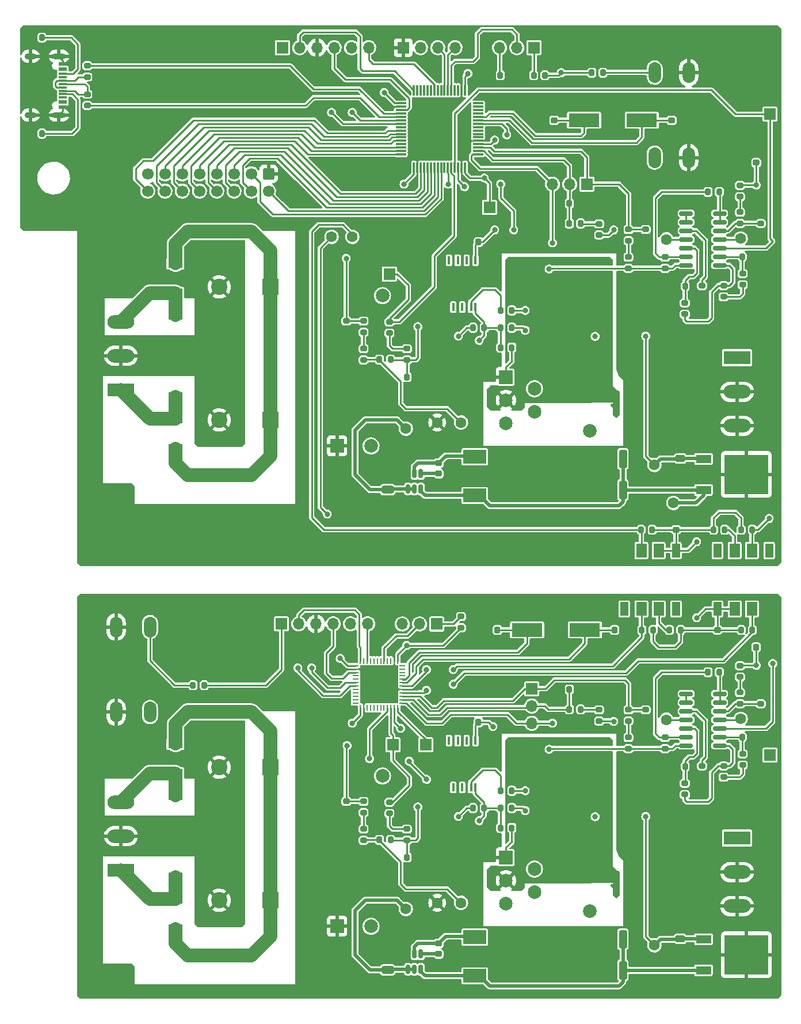
<source format=gbr>
%TF.GenerationSoftware,KiCad,Pcbnew,(6.0.7)*%
%TF.CreationDate,2022-10-24T14:53:42-04:00*%
%TF.ProjectId,LabPowerSupply,4c616250-6f77-4657-9253-7570706c792e,rev?*%
%TF.SameCoordinates,Original*%
%TF.FileFunction,Copper,L4,Bot*%
%TF.FilePolarity,Positive*%
%FSLAX46Y46*%
G04 Gerber Fmt 4.6, Leading zero omitted, Abs format (unit mm)*
G04 Created by KiCad (PCBNEW (6.0.7)) date 2022-10-24 14:53:42*
%MOMM*%
%LPD*%
G01*
G04 APERTURE LIST*
G04 Aperture macros list*
%AMRoundRect*
0 Rectangle with rounded corners*
0 $1 Rounding radius*
0 $2 $3 $4 $5 $6 $7 $8 $9 X,Y pos of 4 corners*
0 Add a 4 corners polygon primitive as box body*
4,1,4,$2,$3,$4,$5,$6,$7,$8,$9,$2,$3,0*
0 Add four circle primitives for the rounded corners*
1,1,$1+$1,$2,$3*
1,1,$1+$1,$4,$5*
1,1,$1+$1,$6,$7*
1,1,$1+$1,$8,$9*
0 Add four rect primitives between the rounded corners*
20,1,$1+$1,$2,$3,$4,$5,0*
20,1,$1+$1,$4,$5,$6,$7,0*
20,1,$1+$1,$6,$7,$8,$9,0*
20,1,$1+$1,$8,$9,$2,$3,0*%
G04 Aperture macros list end*
%TA.AperFunction,ComponentPad*%
%ADD10C,1.600000*%
%TD*%
%TA.AperFunction,ComponentPad*%
%ADD11R,1.700000X1.700000*%
%TD*%
%TA.AperFunction,ComponentPad*%
%ADD12O,1.700000X1.700000*%
%TD*%
%TA.AperFunction,ComponentPad*%
%ADD13R,3.960000X1.980000*%
%TD*%
%TA.AperFunction,ComponentPad*%
%ADD14O,3.960000X1.980000*%
%TD*%
%TA.AperFunction,ComponentPad*%
%ADD15R,2.400000X2.400000*%
%TD*%
%TA.AperFunction,ComponentPad*%
%ADD16C,2.400000*%
%TD*%
%TA.AperFunction,ComponentPad*%
%ADD17R,2.000000X2.000000*%
%TD*%
%TA.AperFunction,ComponentPad*%
%ADD18C,2.000000*%
%TD*%
%TA.AperFunction,ComponentPad*%
%ADD19O,1.850000X3.048000*%
%TD*%
%TA.AperFunction,ComponentPad*%
%ADD20R,1.995000X1.995000*%
%TD*%
%TA.AperFunction,ComponentPad*%
%ADD21C,1.995000*%
%TD*%
%TA.AperFunction,ComponentPad*%
%ADD22RoundRect,0.250000X-0.600000X0.600000X-0.600000X-0.600000X0.600000X-0.600000X0.600000X0.600000X0*%
%TD*%
%TA.AperFunction,ComponentPad*%
%ADD23C,1.700000*%
%TD*%
%TA.AperFunction,SMDPad,CuDef*%
%ADD24RoundRect,0.250000X-0.650000X0.325000X-0.650000X-0.325000X0.650000X-0.325000X0.650000X0.325000X0*%
%TD*%
%TA.AperFunction,SMDPad,CuDef*%
%ADD25RoundRect,0.225000X-0.250000X0.225000X-0.250000X-0.225000X0.250000X-0.225000X0.250000X0.225000X0*%
%TD*%
%TA.AperFunction,SMDPad,CuDef*%
%ADD26RoundRect,0.200000X0.275000X-0.200000X0.275000X0.200000X-0.275000X0.200000X-0.275000X-0.200000X0*%
%TD*%
%TA.AperFunction,SMDPad,CuDef*%
%ADD27RoundRect,0.200000X0.200000X0.275000X-0.200000X0.275000X-0.200000X-0.275000X0.200000X-0.275000X0*%
%TD*%
%TA.AperFunction,SMDPad,CuDef*%
%ADD28R,2.100000X1.400000*%
%TD*%
%TA.AperFunction,SMDPad,CuDef*%
%ADD29RoundRect,0.250000X-0.325000X-1.100000X0.325000X-1.100000X0.325000X1.100000X-0.325000X1.100000X0*%
%TD*%
%TA.AperFunction,SMDPad,CuDef*%
%ADD30RoundRect,0.200000X-0.200000X-0.275000X0.200000X-0.275000X0.200000X0.275000X-0.200000X0.275000X0*%
%TD*%
%TA.AperFunction,SMDPad,CuDef*%
%ADD31RoundRect,0.200000X-0.275000X0.200000X-0.275000X-0.200000X0.275000X-0.200000X0.275000X0.200000X0*%
%TD*%
%TA.AperFunction,SMDPad,CuDef*%
%ADD32RoundRect,0.075000X0.700000X0.075000X-0.700000X0.075000X-0.700000X-0.075000X0.700000X-0.075000X0*%
%TD*%
%TA.AperFunction,SMDPad,CuDef*%
%ADD33RoundRect,0.075000X0.075000X0.700000X-0.075000X0.700000X-0.075000X-0.700000X0.075000X-0.700000X0*%
%TD*%
%TA.AperFunction,SMDPad,CuDef*%
%ADD34R,0.400000X1.200000*%
%TD*%
%TA.AperFunction,SMDPad,CuDef*%
%ADD35R,1.170000X2.000000*%
%TD*%
%TA.AperFunction,SMDPad,CuDef*%
%ADD36R,1.520000X2.000000*%
%TD*%
%TA.AperFunction,SMDPad,CuDef*%
%ADD37RoundRect,0.225000X0.250000X-0.225000X0.250000X0.225000X-0.250000X0.225000X-0.250000X-0.225000X0*%
%TD*%
%TA.AperFunction,SMDPad,CuDef*%
%ADD38R,2.200000X1.200000*%
%TD*%
%TA.AperFunction,SMDPad,CuDef*%
%ADD39R,6.400000X5.800000*%
%TD*%
%TA.AperFunction,SMDPad,CuDef*%
%ADD40R,3.400000X2.000000*%
%TD*%
%TA.AperFunction,SMDPad,CuDef*%
%ADD41RoundRect,0.250000X0.475000X-0.250000X0.475000X0.250000X-0.475000X0.250000X-0.475000X-0.250000X0*%
%TD*%
%TA.AperFunction,SMDPad,CuDef*%
%ADD42RoundRect,0.225000X-0.225000X-0.250000X0.225000X-0.250000X0.225000X0.250000X-0.225000X0.250000X0*%
%TD*%
%TA.AperFunction,SMDPad,CuDef*%
%ADD43RoundRect,0.225000X0.225000X0.250000X-0.225000X0.250000X-0.225000X-0.250000X0.225000X-0.250000X0*%
%TD*%
%TA.AperFunction,SMDPad,CuDef*%
%ADD44RoundRect,0.150000X0.825000X0.150000X-0.825000X0.150000X-0.825000X-0.150000X0.825000X-0.150000X0*%
%TD*%
%TA.AperFunction,SMDPad,CuDef*%
%ADD45R,4.500000X2.000000*%
%TD*%
%TA.AperFunction,SMDPad,CuDef*%
%ADD46RoundRect,0.062500X0.375000X0.062500X-0.375000X0.062500X-0.375000X-0.062500X0.375000X-0.062500X0*%
%TD*%
%TA.AperFunction,SMDPad,CuDef*%
%ADD47RoundRect,0.062500X0.062500X0.375000X-0.062500X0.375000X-0.062500X-0.375000X0.062500X-0.375000X0*%
%TD*%
%TA.AperFunction,SMDPad,CuDef*%
%ADD48R,5.600000X5.600000*%
%TD*%
%TA.AperFunction,SMDPad,CuDef*%
%ADD49RoundRect,0.150000X0.150000X-0.512500X0.150000X0.512500X-0.150000X0.512500X-0.150000X-0.512500X0*%
%TD*%
%TA.AperFunction,SMDPad,CuDef*%
%ADD50R,1.160000X0.600000*%
%TD*%
%TA.AperFunction,SMDPad,CuDef*%
%ADD51R,1.160000X0.300000*%
%TD*%
%TA.AperFunction,ComponentPad*%
%ADD52O,2.000000X0.900000*%
%TD*%
%TA.AperFunction,ComponentPad*%
%ADD53O,1.700000X0.900000*%
%TD*%
%TA.AperFunction,ViaPad*%
%ADD54C,0.800000*%
%TD*%
%TA.AperFunction,ViaPad*%
%ADD55C,2.000000*%
%TD*%
%TA.AperFunction,ViaPad*%
%ADD56C,1.600000*%
%TD*%
%TA.AperFunction,Conductor*%
%ADD57C,0.250000*%
%TD*%
%TA.AperFunction,Conductor*%
%ADD58C,2.000000*%
%TD*%
%TA.AperFunction,Conductor*%
%ADD59C,0.500000*%
%TD*%
G04 APERTURE END LIST*
D10*
%TO.P,C2_SVR1,1*%
%TO.N,/Channel Power Supply 1/Linear Voltage Regulator /Linear Input*%
X101219000Y-89789000D03*
%TO.P,C2_SVR1,2*%
%TO.N,GND1*%
X97719000Y-89789000D03*
%TD*%
D11*
%TO.P,J_Boot1,1,Pin_1*%
%TO.N,Net-(J_Boot1-Pad1)*%
X111974000Y-34671000D03*
D12*
%TO.P,J_Boot1,2,Pin_2*%
%TO.N,Net-(J_Boot1-Pad2)*%
X109434000Y-34671000D03*
%TO.P,J_Boot1,3,Pin_3*%
%TO.N,Net-(J_Boot1-Pad3)*%
X106894000Y-34671000D03*
%TD*%
D11*
%TO.P,ADC342_1,1,Pin_1*%
%TO.N,/Channel Power Supply 1/ADC 2*%
X119746000Y-54737000D03*
D12*
%TO.P,ADC342_1,2,Pin_2*%
%TO.N,/Channel Power Supply 1/ADC 4*%
X117206000Y-54737000D03*
%TO.P,ADC342_1,3,Pin_3*%
%TO.N,/Channel Power Supply 1/ADC 3*%
X114666000Y-54737000D03*
%TD*%
D13*
%TO.P,Output1,1,Pin_1*%
%TO.N,Net-(F_CS1-Pad2)*%
X141839000Y-80264000D03*
D14*
%TO.P,Output1,2,Pin_2*%
%TO.N,GND1*%
X141839000Y-85264000D03*
%TO.P,Output1,3,Pin_3*%
X141839000Y-90264000D03*
%TD*%
D11*
%TO.P,D1_2,1,Pin_1*%
%TO.N,/Channel Power Supply 2/DAC 1*%
X91186000Y-137160000D03*
%TD*%
D15*
%TO.P,C1_BR2,1*%
%TO.N,VDD*%
X73152000Y-140462000D03*
D16*
%TO.P,C1_BR2,2*%
%TO.N,GND2*%
X65652000Y-140462000D03*
%TD*%
D11*
%TO.P,D2_2,1,Pin_1*%
%TO.N,/Channel Power Supply 2/DAC 2*%
X146685000Y-138684000D03*
%TD*%
%TO.P,J_Boot2,1,Pin_1*%
%TO.N,Net-(J_Boot2-Pad1)*%
X97648000Y-119405000D03*
D12*
%TO.P,J_Boot2,2,Pin_2*%
%TO.N,Net-(J_Boot2-Pad2)*%
X95108000Y-119405000D03*
%TO.P,J_Boot2,3,Pin_3*%
%TO.N,Net-(J_Boot2-Pad3)*%
X92568000Y-119405000D03*
%TD*%
D15*
%TO.P,C1_BR1,1*%
%TO.N,VCC*%
X73152000Y-69850000D03*
D16*
%TO.P,C1_BR1,2*%
%TO.N,GND1*%
X65652000Y-69850000D03*
%TD*%
D11*
%TO.P,ADC342_2,1,Pin_1*%
%TO.N,/Channel Power Supply 2/ADC 2*%
X111633000Y-128920000D03*
D12*
%TO.P,ADC342_2,2,Pin_2*%
%TO.N,/Channel Power Supply 2/ADC 4*%
X111633000Y-131460000D03*
%TO.P,ADC342_2,3,Pin_3*%
%TO.N,/Channel Power Supply 2/ADC 3*%
X111633000Y-134000000D03*
%TD*%
D15*
%TO.P,C2_BR2,1*%
%TO.N,VDD*%
X73152000Y-160020000D03*
D16*
%TO.P,C2_BR2,2*%
%TO.N,GND2*%
X65652000Y-160020000D03*
%TD*%
D17*
%TO.P,C5_CP2,1*%
%TO.N,GND2*%
X82976323Y-163830000D03*
D18*
%TO.P,C5_CP2,2*%
%TO.N,/Channel Power Supply 2/Charge Pump/Negative*%
X87976323Y-163830000D03*
%TD*%
D19*
%TO.P,SW_Reset1,1,1*%
%TO.N,GND1*%
X134707000Y-50837000D03*
X134707000Y-38337000D03*
%TO.P,SW_Reset1,2,2*%
%TO.N,Net-(MCU_1-Pad7)*%
X129707000Y-50837000D03*
X129707000Y-38337000D03*
%TD*%
D15*
%TO.P,C2_BR1,1*%
%TO.N,VCC*%
X73152000Y-89408000D03*
D16*
%TO.P,C2_BR1,2*%
%TO.N,GND1*%
X65652000Y-89408000D03*
%TD*%
D11*
%TO.P,D2_1,1,Pin_1*%
%TO.N,/Channel Power Supply 1/DAC 2*%
X146685000Y-44450000D03*
%TD*%
D13*
%TO.P,Input1,1,Pin_1*%
%TO.N,/Channel Power Supply 1/AC 2*%
X51191000Y-84963000D03*
D14*
%TO.P,Input1,2,Pin_2*%
%TO.N,GND1*%
X51191000Y-79963000D03*
%TO.P,Input1,3,Pin_3*%
%TO.N,/Channel Power Supply 1/AC 1*%
X51191000Y-74963000D03*
%TD*%
D20*
%TO.P,Linear2,1,NC*%
%TO.N,GND2*%
X107844000Y-153726000D03*
D21*
%TO.P,Linear2,2,SET*%
%TO.N,Net-(C4_LVR2-Pad1)*%
X112035000Y-155426000D03*
%TO.P,Linear2,3,OUT*%
%TO.N,/Channel Power Supply 2/Charge Pump/Charge*%
X107844000Y-157126000D03*
%TO.P,Linear2,4,VCONTROL*%
%TO.N,VDD*%
X112035000Y-158826000D03*
%TO.P,Linear2,5,IN*%
%TO.N,/Channel Power Supply 2/Linear Voltage Regulator /Linear Input*%
X107844000Y-160526000D03*
%TD*%
D13*
%TO.P,Input2,1,Pin_1*%
%TO.N,/Channel Power Supply 2/AC 2*%
X51191000Y-155575000D03*
D14*
%TO.P,Input2,2,Pin_2*%
%TO.N,GND2*%
X51191000Y-150575000D03*
%TO.P,Input2,3,Pin_3*%
%TO.N,/Channel Power Supply 2/AC 1*%
X51191000Y-145575000D03*
%TD*%
D10*
%TO.P,C2_SVR2,1*%
%TO.N,/Channel Power Supply 2/Linear Voltage Regulator /Linear Input*%
X101219000Y-160401000D03*
%TO.P,C2_SVR2,2*%
%TO.N,GND2*%
X97719000Y-160401000D03*
%TD*%
D17*
%TO.P,C5_CP1,1*%
%TO.N,GND1*%
X82976323Y-93218000D03*
D18*
%TO.P,C5_CP1,2*%
%TO.N,/Channel Power Supply 1/Charge Pump/Negative*%
X87976323Y-93218000D03*
%TD*%
D11*
%TO.P,A1_1,1,Pin_1*%
%TO.N,/Channel Power Supply 1/ADC 1*%
X105410000Y-58166000D03*
%TD*%
D20*
%TO.P,Linear1,1,NC*%
%TO.N,GND1*%
X107844000Y-83114000D03*
D21*
%TO.P,Linear1,2,SET*%
%TO.N,Net-(C4_LVR1-Pad1)*%
X112035000Y-84814000D03*
%TO.P,Linear1,3,OUT*%
%TO.N,/Channel Power Supply 1/Charge Pump/Charge*%
X107844000Y-86514000D03*
%TO.P,Linear1,4,VCONTROL*%
%TO.N,VCC*%
X112035000Y-88214000D03*
%TO.P,Linear1,5,IN*%
%TO.N,/Channel Power Supply 1/Linear Voltage Regulator /Linear Input*%
X107844000Y-89914000D03*
%TD*%
D11*
%TO.P,D1_1,1,Pin_1*%
%TO.N,/Channel Power Supply 1/DAC 1*%
X90678000Y-67945000D03*
%TD*%
D13*
%TO.P,Output2,1,Pin_1*%
%TO.N,Net-(F_CS2-Pad2)*%
X141839000Y-150876000D03*
D14*
%TO.P,Output2,2,Pin_2*%
%TO.N,GND2*%
X141839000Y-155876000D03*
%TO.P,Output2,3,Pin_3*%
X141839000Y-160876000D03*
%TD*%
D11*
%TO.P,J_STLink1,1,Pin_1*%
%TO.N,+3.3V*%
X74930000Y-34671000D03*
D12*
%TO.P,J_STLink1,2,Pin_2*%
%TO.N,/Primary Controller/SW_CLK*%
X77470000Y-34671000D03*
%TO.P,J_STLink1,3,Pin_3*%
%TO.N,GND1*%
X80010000Y-34671000D03*
%TO.P,J_STLink1,4,Pin_4*%
%TO.N,/Primary Controller/SW_DIO*%
X82550000Y-34671000D03*
%TO.P,J_STLink1,5,Pin_5*%
%TO.N,Net-(MCU_1-Pad7)*%
X85090000Y-34671000D03*
%TO.P,J_STLink1,6,Pin_6*%
%TO.N,/Primary Controller/SWO*%
X87630000Y-34671000D03*
%TD*%
D11*
%TO.P,A1_2,1,Pin_1*%
%TO.N,/Channel Power Supply 2/ADC 1*%
X96012000Y-137160000D03*
%TD*%
D22*
%TO.P,Front_Panel1,1,Pin_1*%
%TO.N,GND1*%
X72898000Y-53213000D03*
D23*
%TO.P,Front_Panel1,2,Pin_2*%
%TO.N,Net-(Front_Panel1-Pad2)*%
X72898000Y-55753000D03*
%TO.P,Front_Panel1,3,Pin_3*%
%TO.N,Net-(Front_Panel1-Pad3)*%
X70358000Y-53213000D03*
%TO.P,Front_Panel1,4,Pin_4*%
%TO.N,Net-(Front_Panel1-Pad4)*%
X70358000Y-55753000D03*
%TO.P,Front_Panel1,5,Pin_5*%
%TO.N,Net-(Front_Panel1-Pad5)*%
X67818000Y-53213000D03*
%TO.P,Front_Panel1,6,Pin_6*%
%TO.N,Net-(Front_Panel1-Pad6)*%
X67818000Y-55753000D03*
%TO.P,Front_Panel1,7,Pin_7*%
%TO.N,Net-(Front_Panel1-Pad7)*%
X65278000Y-53213000D03*
%TO.P,Front_Panel1,8,Pin_8*%
%TO.N,Net-(Front_Panel1-Pad8)*%
X65278000Y-55753000D03*
%TO.P,Front_Panel1,9,Pin_9*%
%TO.N,Net-(Front_Panel1-Pad9)*%
X62738000Y-53213000D03*
%TO.P,Front_Panel1,10,Pin_10*%
%TO.N,Net-(Front_Panel1-Pad10)*%
X62738000Y-55753000D03*
%TO.P,Front_Panel1,11,Pin_11*%
%TO.N,Net-(Front_Panel1-Pad11)*%
X60198000Y-53213000D03*
%TO.P,Front_Panel1,12,Pin_12*%
%TO.N,Net-(Front_Panel1-Pad12)*%
X60198000Y-55753000D03*
%TO.P,Front_Panel1,13,Pin_13*%
%TO.N,Net-(Front_Panel1-Pad13)*%
X57658000Y-53213000D03*
%TO.P,Front_Panel1,14,Pin_14*%
%TO.N,Net-(Front_Panel1-Pad14)*%
X57658000Y-55753000D03*
%TO.P,Front_Panel1,15,Pin_15*%
%TO.N,GND1*%
X55118000Y-53213000D03*
%TO.P,Front_Panel1,16,Pin_16*%
%TO.N,Net-(Front_Panel1-Pad16)*%
X55118000Y-55753000D03*
%TD*%
D11*
%TO.P,J_I2C1,1,Pin_1*%
%TO.N,GND1*%
X92710000Y-34671000D03*
D12*
%TO.P,J_I2C1,2,Pin_2*%
%TO.N,/Channel 1 Power Rails/5 Volts*%
X95250000Y-34671000D03*
%TO.P,J_I2C1,3,Pin_3*%
%TO.N,/Primary Controller/I2C SDA*%
X97790000Y-34671000D03*
%TO.P,J_I2C1,4,Pin_4*%
%TO.N,/Primary Controller/I2C SCL*%
X100330000Y-34671000D03*
%TD*%
D11*
%TO.P,J_STLink2,1,Pin_1*%
%TO.N,+3.3VA*%
X74803000Y-119380000D03*
D12*
%TO.P,J_STLink2,2,Pin_2*%
%TO.N,Net-(J_STLink2-Pad2)*%
X77343000Y-119380000D03*
%TO.P,J_STLink2,3,Pin_3*%
%TO.N,GND2*%
X79883000Y-119380000D03*
%TO.P,J_STLink2,4,Pin_4*%
%TO.N,Net-(J_STLink2-Pad4)*%
X82423000Y-119380000D03*
%TO.P,J_STLink2,5,Pin_5*%
%TO.N,Net-(J_STLink2-Pad5)*%
X84963000Y-119380000D03*
%TO.P,J_STLink2,6,Pin_6*%
%TO.N,Net-(J_STLink2-Pad6)*%
X87503000Y-119380000D03*
%TD*%
D19*
%TO.P,SW_Reset2,1,1*%
%TO.N,GND2*%
X50459000Y-132351000D03*
X50459000Y-119851000D03*
%TO.P,SW_Reset2,2,2*%
%TO.N,Net-(J_STLink2-Pad5)*%
X55459000Y-119851000D03*
X55459000Y-132351000D03*
%TD*%
D24*
%TO.P,C1_5V1,1*%
%TO.N,GND1*%
X90424000Y-96696000D03*
%TO.P,C1_5V1,2*%
%TO.N,VCC*%
X90424000Y-99646000D03*
%TD*%
D25*
%TO.P,C2_5V1,1*%
%TO.N,Net-(C2_5V1-Pad1)*%
X97917000Y-95745000D03*
%TO.P,C2_5V1,2*%
%TO.N,Net-(C2_5V1-Pad2)*%
X97917000Y-97295000D03*
%TD*%
D26*
%TO.P,R31_SVR1,1*%
%TO.N,/Channel Power Supply 1/Linear Voltage Regulator /Linear Input*%
X86868000Y-80581000D03*
%TO.P,R31_SVR1,2*%
%TO.N,Net-(R31_SVR1-Pad2)*%
X86868000Y-78931000D03*
%TD*%
%TO.P,R_USB2,1*%
%TO.N,Net-(MCU_1-Pad44)*%
X46228000Y-43180000D03*
%TO.P,R_USB2,2*%
%TO.N,Net-(J_USB1-PadA7)*%
X46228000Y-41530000D03*
%TD*%
%TO.P,R91_OA2,1*%
%TO.N,/Channel Power Supply 2/Differential Op-Amp Circuit/Set Voltage*%
X125857000Y-137731000D03*
%TO.P,R91_OA2,2*%
%TO.N,Net-(R91_OA2-Pad2)*%
X125857000Y-136081000D03*
%TD*%
D27*
%TO.P,R13_LVR1,1*%
%TO.N,GND1*%
X108697000Y-78767500D03*
%TO.P,R13_LVR1,2*%
%TO.N,/Channel Power Supply 1/On{slash}Off*%
X107047000Y-78767500D03*
%TD*%
D28*
%TO.P,D2_BR1,1,K*%
%TO.N,VCC*%
X59192000Y-66380000D03*
%TO.P,D2_BR1,2,A*%
%TO.N,/Channel Power Supply 1/AC 1*%
X59192000Y-70780000D03*
%TD*%
D29*
%TO.P,C3_5V2,1*%
%TO.N,GND2*%
X122096000Y-170307000D03*
%TO.P,C3_5V2,2*%
%TO.N,Net-(C1_3V2-Pad2)*%
X125046000Y-170307000D03*
%TD*%
D30*
%TO.P,R_Reset1,1*%
%TO.N,+3.3V*%
X120460000Y-38354000D03*
%TO.P,R_Reset1,2*%
%TO.N,Net-(MCU_1-Pad7)*%
X122110000Y-38354000D03*
%TD*%
D27*
%TO.P,R7_SVR2,1*%
%TO.N,GND2*%
X94932000Y-153705000D03*
%TO.P,R7_SVR2,2*%
%TO.N,/Channel Power Supply 2/Switching Voltage Regulator/FeedBack*%
X93282000Y-153705000D03*
%TD*%
D24*
%TO.P,C1_5V2,1*%
%TO.N,GND2*%
X90424000Y-167308000D03*
%TO.P,C1_5V2,2*%
%TO.N,VDD*%
X90424000Y-170258000D03*
%TD*%
D30*
%TO.P,R2_SVR1,1*%
%TO.N,/Channel Power Supply 1/Linear Voltage Regulator /Linear Input*%
X89218000Y-80518000D03*
%TO.P,R2_SVR1,2*%
%TO.N,/Channel Power Supply 1/Switching Voltage Regulator/FeedBack*%
X90868000Y-80518000D03*
%TD*%
D31*
%TO.P,R12_OA2,1*%
%TO.N,Net-(R12_OA2-Pad1)*%
X142272500Y-129477000D03*
%TO.P,R12_OA2,2*%
%TO.N,Net-(OpAmp2-Pad3)*%
X142272500Y-131127000D03*
%TD*%
D27*
%TO.P,R_Reset2,1*%
%TO.N,+3.3VA*%
X63436000Y-128397000D03*
%TO.P,R_Reset2,2*%
%TO.N,Net-(J_STLink2-Pad5)*%
X61786000Y-128397000D03*
%TD*%
D30*
%TO.P,R4_LVR2,1*%
%TO.N,Net-(Q3_LVR2-Pad1)*%
X102983000Y-146458500D03*
%TO.P,R4_LVR2,2*%
%TO.N,/Channel Power Supply 2/On{slash}Off*%
X104633000Y-146458500D03*
%TD*%
D32*
%TO.P,MCU_1,1,VLCD*%
%TO.N,unconnected-(MCU_1-Pad1)*%
X103719000Y-42859000D03*
%TO.P,MCU_1,2,PC13*%
%TO.N,unconnected-(MCU_1-Pad2)*%
X103719000Y-43359000D03*
%TO.P,MCU_1,3,PC14*%
%TO.N,unconnected-(MCU_1-Pad3)*%
X103719000Y-43859000D03*
%TO.P,MCU_1,4,PC15*%
%TO.N,unconnected-(MCU_1-Pad4)*%
X103719000Y-44359000D03*
%TO.P,MCU_1,5,PH0*%
%TO.N,Net-(C1_Y1-Pad2)*%
X103719000Y-44859000D03*
%TO.P,MCU_1,6,PH1*%
%TO.N,Net-(C2_Y1-Pad2)*%
X103719000Y-45359000D03*
%TO.P,MCU_1,7,NRST*%
%TO.N,Net-(MCU_1-Pad7)*%
X103719000Y-45859000D03*
%TO.P,MCU_1,8,PC0*%
%TO.N,unconnected-(MCU_1-Pad8)*%
X103719000Y-46359000D03*
%TO.P,MCU_1,9,PC1*%
%TO.N,unconnected-(MCU_1-Pad9)*%
X103719000Y-46859000D03*
%TO.P,MCU_1,10,PC2*%
%TO.N,unconnected-(MCU_1-Pad10)*%
X103719000Y-47359000D03*
%TO.P,MCU_1,11,PC3*%
%TO.N,unconnected-(MCU_1-Pad11)*%
X103719000Y-47859000D03*
%TO.P,MCU_1,12,VSSA*%
%TO.N,GND1*%
X103719000Y-48359000D03*
%TO.P,MCU_1,13,VDDA*%
%TO.N,+3.3V*%
X103719000Y-48859000D03*
%TO.P,MCU_1,14,PA0*%
%TO.N,/Channel Power Supply 1/ADC 2*%
X103719000Y-49359000D03*
%TO.P,MCU_1,15,PA1*%
%TO.N,/Channel Power Supply 1/ADC 4*%
X103719000Y-49859000D03*
%TO.P,MCU_1,16,PA2*%
%TO.N,/Channel Power Supply 1/ADC 3*%
X103719000Y-50359000D03*
D33*
%TO.P,MCU_1,17,PA3*%
%TO.N,/Channel Power Supply 1/ADC 1*%
X101794000Y-52284000D03*
%TO.P,MCU_1,18,VSS*%
%TO.N,GND1*%
X101294000Y-52284000D03*
%TO.P,MCU_1,19,VDD*%
%TO.N,+3.3V*%
X100794000Y-52284000D03*
%TO.P,MCU_1,20,PA4*%
%TO.N,/Channel Power Supply 1/DAC 2*%
X100294000Y-52284000D03*
%TO.P,MCU_1,21,PA5*%
%TO.N,/Channel Power Supply 1/DAC 1*%
X99794000Y-52284000D03*
%TO.P,MCU_1,22,PA6*%
%TO.N,/Channel Power Supply 1/On{slash}Off*%
X99294000Y-52284000D03*
%TO.P,MCU_1,23,PA7*%
%TO.N,unconnected-(MCU_1-Pad23)*%
X98794000Y-52284000D03*
%TO.P,MCU_1,24,PC4*%
%TO.N,Net-(Front_Panel1-Pad3)*%
X98294000Y-52284000D03*
%TO.P,MCU_1,25,PC5*%
%TO.N,Net-(Front_Panel1-Pad2)*%
X97794000Y-52284000D03*
%TO.P,MCU_1,26,PB0*%
%TO.N,Net-(Front_Panel1-Pad4)*%
X97294000Y-52284000D03*
%TO.P,MCU_1,27,PB1*%
%TO.N,Net-(Front_Panel1-Pad5)*%
X96794000Y-52284000D03*
%TO.P,MCU_1,28,PB2*%
%TO.N,Net-(Front_Panel1-Pad6)*%
X96294000Y-52284000D03*
%TO.P,MCU_1,29,PB10*%
%TO.N,Net-(Front_Panel1-Pad7)*%
X95794000Y-52284000D03*
%TO.P,MCU_1,30,PB11*%
%TO.N,Net-(Front_Panel1-Pad8)*%
X95294000Y-52284000D03*
%TO.P,MCU_1,31,VSS*%
%TO.N,GND1*%
X94794000Y-52284000D03*
%TO.P,MCU_1,32,VDD*%
%TO.N,+3.3V*%
X94294000Y-52284000D03*
D32*
%TO.P,MCU_1,33,PB12*%
%TO.N,Net-(Front_Panel1-Pad9)*%
X92369000Y-50359000D03*
%TO.P,MCU_1,34,PB13*%
%TO.N,Net-(Front_Panel1-Pad10)*%
X92369000Y-49859000D03*
%TO.P,MCU_1,35,PB14*%
%TO.N,Net-(Front_Panel1-Pad11)*%
X92369000Y-49359000D03*
%TO.P,MCU_1,36,PB15*%
%TO.N,unconnected-(MCU_1-Pad36)*%
X92369000Y-48859000D03*
%TO.P,MCU_1,37,PC6*%
%TO.N,Net-(Front_Panel1-Pad12)*%
X92369000Y-48359000D03*
%TO.P,MCU_1,38,PC7*%
%TO.N,Net-(Front_Panel1-Pad13)*%
X92369000Y-47859000D03*
%TO.P,MCU_1,39,PC8*%
%TO.N,Net-(Front_Panel1-Pad14)*%
X92369000Y-47359000D03*
%TO.P,MCU_1,40,PC9*%
%TO.N,Net-(Front_Panel1-Pad16)*%
X92369000Y-46859000D03*
%TO.P,MCU_1,41,PA8*%
%TO.N,unconnected-(MCU_1-Pad41)*%
X92369000Y-46359000D03*
%TO.P,MCU_1,42,PA9*%
%TO.N,/Optocouplers/TX1*%
X92369000Y-45859000D03*
%TO.P,MCU_1,43,PA10*%
%TO.N,/Optocouplers/RX 1*%
X92369000Y-45359000D03*
%TO.P,MCU_1,44,PA11*%
%TO.N,Net-(MCU_1-Pad44)*%
X92369000Y-44859000D03*
%TO.P,MCU_1,45,PA12*%
%TO.N,Net-(R_USB1-Pad1)*%
X92369000Y-44359000D03*
%TO.P,MCU_1,46,PA13*%
%TO.N,/Primary Controller/SW_DIO*%
X92369000Y-43859000D03*
%TO.P,MCU_1,47,VSS*%
%TO.N,GND1*%
X92369000Y-43359000D03*
%TO.P,MCU_1,48,VDD*%
%TO.N,+3.3V*%
X92369000Y-42859000D03*
D33*
%TO.P,MCU_1,49,PA14*%
%TO.N,/Primary Controller/SW_CLK*%
X94294000Y-40934000D03*
%TO.P,MCU_1,50,PA15*%
%TO.N,unconnected-(MCU_1-Pad50)*%
X94794000Y-40934000D03*
%TO.P,MCU_1,51,PC10*%
%TO.N,unconnected-(MCU_1-Pad51)*%
X95294000Y-40934000D03*
%TO.P,MCU_1,52,PC11*%
%TO.N,unconnected-(MCU_1-Pad52)*%
X95794000Y-40934000D03*
%TO.P,MCU_1,53,PC12*%
%TO.N,unconnected-(MCU_1-Pad53)*%
X96294000Y-40934000D03*
%TO.P,MCU_1,54,PD2*%
%TO.N,unconnected-(MCU_1-Pad54)*%
X96794000Y-40934000D03*
%TO.P,MCU_1,55,PB3*%
%TO.N,/Primary Controller/SWO*%
X97294000Y-40934000D03*
%TO.P,MCU_1,56,PB4*%
%TO.N,unconnected-(MCU_1-Pad56)*%
X97794000Y-40934000D03*
%TO.P,MCU_1,57,PB5*%
%TO.N,unconnected-(MCU_1-Pad57)*%
X98294000Y-40934000D03*
%TO.P,MCU_1,58,PB6*%
%TO.N,/Primary Controller/I2C SDA*%
X98794000Y-40934000D03*
%TO.P,MCU_1,59,PB7*%
%TO.N,/Primary Controller/I2C SCL*%
X99294000Y-40934000D03*
%TO.P,MCU_1,60,BOOT0*%
%TO.N,Net-(J_Boot1-Pad2)*%
X99794000Y-40934000D03*
%TO.P,MCU_1,61,PB8*%
%TO.N,unconnected-(MCU_1-Pad61)*%
X100294000Y-40934000D03*
%TO.P,MCU_1,62,PB9*%
%TO.N,unconnected-(MCU_1-Pad62)*%
X100794000Y-40934000D03*
%TO.P,MCU_1,63,VSS*%
%TO.N,GND1*%
X101294000Y-40934000D03*
%TO.P,MCU_1,64,VDD*%
%TO.N,+3.3V*%
X101794000Y-40934000D03*
%TD*%
D34*
%TO.P,Inverter2,1*%
%TO.N,/Channel Power Supply 2/On{slash}Off*%
X103345000Y-143431500D03*
%TO.P,Inverter2,2*%
%TO.N,Net-(Inverter2-Pad2)*%
X102695000Y-143431500D03*
%TO.P,Inverter2,3*%
%TO.N,GND2*%
X102045000Y-143431500D03*
%TO.P,Inverter2,4*%
%TO.N,unconnected-(Inverter2-Pad4)*%
X101395000Y-143431500D03*
%TO.P,Inverter2,5*%
%TO.N,GND2*%
X100745000Y-143431500D03*
%TO.P,Inverter2,6*%
%TO.N,unconnected-(Inverter2-Pad6)*%
X100095000Y-143431500D03*
%TO.P,Inverter2,7,GND*%
%TO.N,GND2*%
X99445000Y-143431500D03*
%TO.P,Inverter2,8*%
%TO.N,unconnected-(Inverter2-Pad8)*%
X99445000Y-136531500D03*
%TO.P,Inverter2,9*%
%TO.N,GND2*%
X100095000Y-136531500D03*
%TO.P,Inverter2,10*%
%TO.N,unconnected-(Inverter2-Pad10)*%
X100745000Y-136531500D03*
%TO.P,Inverter2,11*%
%TO.N,GND2*%
X101395000Y-136531500D03*
%TO.P,Inverter2,12*%
%TO.N,unconnected-(Inverter2-Pad12)*%
X102045000Y-136531500D03*
%TO.P,Inverter2,13*%
%TO.N,GND2*%
X102695000Y-136531500D03*
%TO.P,Inverter2,14,VCC*%
%TO.N,+3.3VA*%
X103345000Y-136531500D03*
%TD*%
D35*
%TO.P,Optocoupler1,1,NC*%
%TO.N,unconnected-(Optocoupler1-Pad1)*%
X138938000Y-108603000D03*
D36*
%TO.P,Optocoupler1,2,A*%
%TO.N,Net-(Optocoupler1-Pad2)*%
X141478000Y-108603000D03*
%TO.P,Optocoupler1,3,C*%
%TO.N,/Optocouplers/TX1*%
X144018000Y-108603000D03*
D35*
%TO.P,Optocoupler1,4*%
%TO.N,N/C*%
X146558000Y-108603000D03*
%TO.P,Optocoupler1,5,GND*%
%TO.N,GND2*%
X146558000Y-117203000D03*
D36*
%TO.P,Optocoupler1,6,VO*%
%TO.N,/Optocouplers/RX 2*%
X144018000Y-117203000D03*
%TO.P,Optocoupler1,7,EN*%
%TO.N,+3.3VA*%
X141478000Y-117203000D03*
D35*
%TO.P,Optocoupler1,8,VCC*%
X138938000Y-117203000D03*
%TD*%
D31*
%TO.P,R_USB1,1*%
%TO.N,Net-(R_USB1-Pad1)*%
X46228000Y-37339000D03*
%TO.P,R_USB1,2*%
%TO.N,Net-(J_USB1-PadA6)*%
X46228000Y-38989000D03*
%TD*%
D27*
%TO.P,R2_LVR2,1*%
%TO.N,Net-(Q1_LVR2-Pad1)*%
X108697000Y-143920500D03*
%TO.P,R2_LVR2,2*%
%TO.N,Net-(Inverter2-Pad2)*%
X107047000Y-143920500D03*
%TD*%
D28*
%TO.P,D1_BR1,1,K*%
%TO.N,/Channel Power Supply 1/AC 1*%
X59192000Y-74000000D03*
%TO.P,D1_BR1,2,A*%
%TO.N,GND1*%
X59192000Y-78400000D03*
%TD*%
D27*
%TO.P,R22_CS2,1*%
%TO.N,Net-(R21_CS2-Pad2)*%
X118808000Y-131953000D03*
%TO.P,R22_CS2,2*%
%TO.N,/Channel Power Supply 2/ADC 4*%
X117158000Y-131953000D03*
%TD*%
D30*
%TO.P,R4_LVR1,1*%
%TO.N,Net-(Q3_LVR1-Pad1)*%
X102983000Y-75846500D03*
%TO.P,R4_LVR1,2*%
%TO.N,/Channel Power Supply 1/On{slash}Off*%
X104633000Y-75846500D03*
%TD*%
D37*
%TO.P,C_OPT2,1*%
%TO.N,GND2*%
X138938000Y-121806000D03*
%TO.P,C_OPT2,2*%
%TO.N,+3.3VA*%
X138938000Y-120256000D03*
%TD*%
D27*
%TO.P,R22_CS1,1*%
%TO.N,Net-(R21_CS1-Pad2)*%
X118808000Y-60516000D03*
%TO.P,R22_CS1,2*%
%TO.N,/Channel Power Supply 1/ADC 4*%
X117158000Y-60516000D03*
%TD*%
D30*
%TO.P,R_OPT2,1*%
%TO.N,Net-(Optocoupler2-Pad2)*%
X131890000Y-120269000D03*
%TO.P,R_OPT2,2*%
%TO.N,+3.3VA*%
X133540000Y-120269000D03*
%TD*%
D26*
%TO.P,R32_SVR1,1*%
%TO.N,Net-(R31_SVR1-Pad2)*%
X86868000Y-76517000D03*
%TO.P,R32_SVR1,2*%
%TO.N,/Channel Power Supply 1/ADC 1*%
X86868000Y-74867000D03*
%TD*%
D31*
%TO.P,R10_OA2,1*%
%TO.N,/Channel Power Supply 2/ADC 2*%
X128397000Y-132017000D03*
%TO.P,R10_OA2,2*%
%TO.N,GND2*%
X128397000Y-133667000D03*
%TD*%
D37*
%TO.P,C5_SVR1,1*%
%TO.N,/Channel Power Supply 1/Differential Op-Amp Circuit/3.3 Volts*%
X144653000Y-51575000D03*
%TO.P,C5_SVR1,2*%
%TO.N,GND1*%
X144653000Y-50025000D03*
%TD*%
D31*
%TO.P,R7_OA2,1*%
%TO.N,Net-(OpAmp2-Pad9)*%
X131223500Y-136081000D03*
%TO.P,R7_OA2,2*%
%TO.N,/Channel Power Supply 2/Differential Op-Amp Circuit/Set Voltage*%
X131223500Y-137731000D03*
%TD*%
D25*
%TO.P,C2_5V2,1*%
%TO.N,Net-(C2_5V2-Pad1)*%
X97917000Y-166357000D03*
%TO.P,C2_5V2,2*%
%TO.N,Net-(C2_5V2-Pad2)*%
X97917000Y-167907000D03*
%TD*%
D27*
%TO.P,R2_Boot1,1*%
%TO.N,Net-(J_Boot1-Pad3)*%
X106997000Y-38735000D03*
%TO.P,R2_Boot1,2*%
%TO.N,GND1*%
X105347000Y-38735000D03*
%TD*%
%TO.P,R13_LVR2,1*%
%TO.N,GND2*%
X108697000Y-149379500D03*
%TO.P,R13_LVR2,2*%
%TO.N,/Channel Power Supply 2/On{slash}Off*%
X107047000Y-149379500D03*
%TD*%
D25*
%TO.P,C_OPT1,1*%
%TO.N,GND1*%
X132842000Y-104000000D03*
%TO.P,C_OPT1,2*%
%TO.N,+3.3V*%
X132842000Y-105550000D03*
%TD*%
D27*
%TO.P,R_CC2,1*%
%TO.N,Net-(J_USB1-PadB5)*%
X39560000Y-33211000D03*
%TO.P,R_CC2,2*%
%TO.N,GND1*%
X37910000Y-33211000D03*
%TD*%
D30*
%TO.P,R1_Boot1,1*%
%TO.N,Net-(J_Boot1-Pad1)*%
X111926000Y-38735000D03*
%TO.P,R1_Boot1,2*%
%TO.N,+3.3V*%
X113576000Y-38735000D03*
%TD*%
D26*
%TO.P,R11_OA2,1*%
%TO.N,GND2*%
X136684500Y-141922000D03*
%TO.P,R11_OA2,2*%
%TO.N,Net-(OpAmp2-Pad12)*%
X136684500Y-140272000D03*
%TD*%
D31*
%TO.P,R6_SVR1,1*%
%TO.N,/Channel Power Supply 1/ADC 1*%
X84328000Y-74867000D03*
%TO.P,R6_SVR1,2*%
%TO.N,GND1*%
X84328000Y-76517000D03*
%TD*%
D38*
%TO.P,U_3V1,1,VI*%
%TO.N,/Channel 1 Power Rails/5 Volts*%
X136897000Y-99688000D03*
D39*
%TO.P,U_3V1,2,GND*%
%TO.N,GND1*%
X143197000Y-97408000D03*
D38*
%TO.P,U_3V1,3,VO*%
%TO.N,+3.3V*%
X136897000Y-95128000D03*
%TD*%
D26*
%TO.P,R41_SVR2,1*%
%TO.N,Net-(R41_SVR2-Pad1)*%
X90678000Y-147256000D03*
%TO.P,R41_SVR2,2*%
%TO.N,/Channel Power Supply 2/DAC 1*%
X90678000Y-145606000D03*
%TD*%
D40*
%TO.P,L_5V1,1,1*%
%TO.N,Net-(C2_5V1-Pad1)*%
X103251000Y-94813000D03*
%TO.P,L_5V1,2,2*%
%TO.N,/Channel 1 Power Rails/5 Volts*%
X103251000Y-100513000D03*
%TD*%
D41*
%TO.P,C2_3V2,1*%
%TO.N,+3.3VA*%
X133477000Y-165669000D03*
%TO.P,C2_3V2,2*%
%TO.N,GND2*%
X133477000Y-163769000D03*
%TD*%
D26*
%TO.P,R2_OA1,1*%
%TO.N,Net-(OpAmp1-Pad3)*%
X145320500Y-60515000D03*
%TO.P,R2_OA1,2*%
%TO.N,GND1*%
X145320500Y-58865000D03*
%TD*%
D27*
%TO.P,R7_SVR1,1*%
%TO.N,GND1*%
X94932000Y-83093000D03*
%TO.P,R7_SVR1,2*%
%TO.N,/Channel Power Supply 1/Switching Voltage Regulator/FeedBack*%
X93282000Y-83093000D03*
%TD*%
D30*
%TO.P,R6_OA1,1*%
%TO.N,Net-(OpAmp1-Pad6)*%
X142590500Y-65405000D03*
%TO.P,R6_OA1,2*%
%TO.N,GND1*%
X144240500Y-65405000D03*
%TD*%
%TO.P,R6_OA2,1*%
%TO.N,Net-(OpAmp2-Pad6)*%
X142590500Y-136017000D03*
%TO.P,R6_OA2,2*%
%TO.N,GND2*%
X144240500Y-136017000D03*
%TD*%
D27*
%TO.P,R3_LVR2,1*%
%TO.N,Net-(Q2_LVR2-Pad1)*%
X108697000Y-146460500D03*
%TO.P,R3_LVR2,2*%
%TO.N,/Channel Power Supply 2/On{slash}Off*%
X107047000Y-146460500D03*
%TD*%
D30*
%TO.P,R3_CS2,1*%
%TO.N,/Channel Power Supply 2/ADC 4*%
X117158000Y-129032000D03*
%TO.P,R3_CS2,2*%
%TO.N,GND2*%
X118808000Y-129032000D03*
%TD*%
D27*
%TO.P,R2_LVR1,1*%
%TO.N,Net-(Q1_LVR1-Pad1)*%
X108697000Y-73308500D03*
%TO.P,R2_LVR1,2*%
%TO.N,Net-(Inverter1-Pad2)*%
X107047000Y-73308500D03*
%TD*%
D26*
%TO.P,R4_OA2,1*%
%TO.N,Net-(OpAmp2-Pad7)*%
X134144500Y-144462000D03*
%TO.P,R4_OA2,2*%
%TO.N,Net-(OpAmp2-Pad10)*%
X134144500Y-142812000D03*
%TD*%
D30*
%TO.P,R_OPT5,1*%
%TO.N,+3.3V*%
X142431000Y-105537000D03*
%TO.P,R_OPT5,2*%
%TO.N,/Optocouplers/TX1*%
X144081000Y-105537000D03*
%TD*%
%TO.P,R2_SVR2,1*%
%TO.N,/Channel Power Supply 2/Linear Voltage Regulator /Linear Input*%
X89218000Y-151130000D03*
%TO.P,R2_SVR2,2*%
%TO.N,/Channel Power Supply 2/Switching Voltage Regulator/FeedBack*%
X90868000Y-151130000D03*
%TD*%
D26*
%TO.P,R11_OA1,1*%
%TO.N,GND1*%
X136684500Y-71310000D03*
%TO.P,R11_OA1,2*%
%TO.N,Net-(OpAmp1-Pad12)*%
X136684500Y-69660000D03*
%TD*%
%TO.P,R41_SVR1,1*%
%TO.N,Net-(R41_SVR1-Pad1)*%
X90678000Y-76644000D03*
%TO.P,R41_SVR1,2*%
%TO.N,/Channel Power Supply 1/DAC 1*%
X90678000Y-74994000D03*
%TD*%
D42*
%TO.P,C1_Y2,1*%
%TO.N,GND2*%
X105016000Y-120269000D03*
%TO.P,C1_Y2,2*%
%TO.N,Net-(C1_Y2-Pad2)*%
X106566000Y-120269000D03*
%TD*%
D26*
%TO.P,R4_OA1,1*%
%TO.N,Net-(OpAmp1-Pad7)*%
X134144500Y-73850000D03*
%TO.P,R4_OA1,2*%
%TO.N,Net-(OpAmp1-Pad10)*%
X134144500Y-72200000D03*
%TD*%
D27*
%TO.P,R8_OA2,1*%
%TO.N,Net-(OpAmp2-Pad10)*%
X134207500Y-140335000D03*
%TO.P,R8_OA2,2*%
%TO.N,GND2*%
X132557500Y-140335000D03*
%TD*%
D26*
%TO.P,R52_OA1,1*%
%TO.N,Net-(R51_OA1-Pad2)*%
X142653500Y-69532000D03*
%TO.P,R52_OA1,2*%
%TO.N,Net-(OpAmp1-Pad6)*%
X142653500Y-67882000D03*
%TD*%
%TO.P,R21_CS1,1*%
%TO.N,/Channel Power Supply 1/Current Sense /Output*%
X121539000Y-62230000D03*
%TO.P,R21_CS1,2*%
%TO.N,Net-(R21_CS1-Pad2)*%
X121539000Y-60580000D03*
%TD*%
D31*
%TO.P,R7_OA1,1*%
%TO.N,Net-(OpAmp1-Pad9)*%
X131223500Y-65469000D03*
%TO.P,R7_OA1,2*%
%TO.N,/Channel Power Supply 1/Differential Op-Amp Circuit/Set Voltage*%
X131223500Y-67119000D03*
%TD*%
D29*
%TO.P,C1_3V1,1*%
%TO.N,GND1*%
X122096000Y-95123000D03*
%TO.P,C1_3V1,2*%
%TO.N,/Channel 1 Power Rails/5 Volts*%
X125046000Y-95123000D03*
%TD*%
D31*
%TO.P,R10_OA1,1*%
%TO.N,/Channel Power Supply 1/ADC 2*%
X128397000Y-61405000D03*
%TO.P,R10_OA1,2*%
%TO.N,GND1*%
X128397000Y-63055000D03*
%TD*%
D26*
%TO.P,R1_Boot2,1*%
%TO.N,+3.3VA*%
X101219000Y-119951000D03*
%TO.P,R1_Boot2,2*%
%TO.N,Net-(J_Boot2-Pad1)*%
X101219000Y-118301000D03*
%TD*%
%TO.P,R92_OA2,1*%
%TO.N,Net-(R91_OA2-Pad2)*%
X125857000Y-133667000D03*
%TO.P,R92_OA2,2*%
%TO.N,/Channel Power Supply 2/ADC 2*%
X125857000Y-132017000D03*
%TD*%
%TO.P,R42_SVR2,1*%
%TO.N,/Channel Power Supply 2/Switching Voltage Regulator/FeedBack*%
X93281500Y-151193000D03*
%TO.P,R42_SVR2,2*%
%TO.N,Net-(R41_SVR2-Pad1)*%
X93281500Y-149543000D03*
%TD*%
%TO.P,R91_OA1,1*%
%TO.N,/Channel Power Supply 1/Differential Op-Amp Circuit/Set Voltage*%
X125857000Y-67119000D03*
%TO.P,R91_OA1,2*%
%TO.N,Net-(R91_OA1-Pad2)*%
X125857000Y-65469000D03*
%TD*%
D42*
%TO.P,C_INV2,1*%
%TO.N,GND2*%
X102222000Y-133858000D03*
%TO.P,C_INV2,2*%
%TO.N,+3.3VA*%
X103772000Y-133858000D03*
%TD*%
D31*
%TO.P,R51_OA1,1*%
%TO.N,Net-(OpAmp1-Pad7)*%
X139859500Y-69660000D03*
%TO.P,R51_OA1,2*%
%TO.N,Net-(R51_OA1-Pad2)*%
X139859500Y-71310000D03*
%TD*%
D28*
%TO.P,D4_BR1,1,K*%
%TO.N,VCC*%
X59192000Y-93640000D03*
%TO.P,D4_BR1,2,A*%
%TO.N,/Channel Power Supply 1/AC 2*%
X59192000Y-89240000D03*
%TD*%
D35*
%TO.P,Optocoupler2,1,NC*%
%TO.N,unconnected-(Optocoupler2-Pad1)*%
X132842000Y-117203000D03*
D36*
%TO.P,Optocoupler2,2,A*%
%TO.N,Net-(Optocoupler2-Pad2)*%
X130302000Y-117203000D03*
%TO.P,Optocoupler2,3,C*%
%TO.N,/Optocouplers/TX 2*%
X127762000Y-117203000D03*
D35*
%TO.P,Optocoupler2,4*%
%TO.N,N/C*%
X125222000Y-117203000D03*
%TO.P,Optocoupler2,5,GND*%
%TO.N,GND1*%
X125222000Y-108603000D03*
D36*
%TO.P,Optocoupler2,6,VO*%
%TO.N,/Optocouplers/RX 1*%
X127762000Y-108603000D03*
%TO.P,Optocoupler2,7,EN*%
%TO.N,+3.3V*%
X130302000Y-108603000D03*
D35*
%TO.P,Optocoupler2,8,VCC*%
X132842000Y-108603000D03*
%TD*%
D28*
%TO.P,D3_BR1,1,K*%
%TO.N,/Channel Power Supply 1/AC 2*%
X59192000Y-86020000D03*
%TO.P,D3_BR1,2,A*%
%TO.N,GND1*%
X59192000Y-81620000D03*
%TD*%
D27*
%TO.P,R_OPT4,1*%
%TO.N,/Optocouplers/RX 2*%
X144081000Y-120269000D03*
%TO.P,R_OPT4,2*%
%TO.N,+3.3VA*%
X142431000Y-120269000D03*
%TD*%
D43*
%TO.P,C2_Y2,1*%
%TO.N,GND2*%
X125362000Y-120269000D03*
%TO.P,C2_Y2,2*%
%TO.N,Net-(C2_Y2-Pad2)*%
X123812000Y-120269000D03*
%TD*%
D28*
%TO.P,D2_BR2,1,K*%
%TO.N,VDD*%
X59192000Y-136992000D03*
%TO.P,D2_BR2,2,A*%
%TO.N,/Channel Power Supply 2/AC 1*%
X59192000Y-141392000D03*
%TD*%
D38*
%TO.P,U_3V2,1,VI*%
%TO.N,Net-(C1_3V2-Pad2)*%
X136897000Y-170300000D03*
D39*
%TO.P,U_3V2,2,GND*%
%TO.N,GND2*%
X143197000Y-168020000D03*
D38*
%TO.P,U_3V2,3,VO*%
%TO.N,+3.3VA*%
X136897000Y-165740000D03*
%TD*%
D26*
%TO.P,R32_SVR2,1*%
%TO.N,Net-(R31_SVR2-Pad2)*%
X86868000Y-147129000D03*
%TO.P,R32_SVR2,2*%
%TO.N,/Channel Power Supply 2/ADC 1*%
X86868000Y-145479000D03*
%TD*%
D40*
%TO.P,L_5V2,1,1*%
%TO.N,Net-(C2_5V2-Pad1)*%
X103251000Y-165425000D03*
%TO.P,L_5V2,2,2*%
%TO.N,Net-(C1_3V2-Pad2)*%
X103251000Y-171125000D03*
%TD*%
D31*
%TO.P,R12_OA1,1*%
%TO.N,Net-(R12_OA1-Pad1)*%
X142272500Y-58865000D03*
%TO.P,R12_OA1,2*%
%TO.N,Net-(OpAmp1-Pad3)*%
X142272500Y-60515000D03*
%TD*%
D26*
%TO.P,R52_OA2,1*%
%TO.N,Net-(R51_OA2-Pad2)*%
X142653500Y-140144000D03*
%TO.P,R52_OA2,2*%
%TO.N,Net-(OpAmp2-Pad6)*%
X142653500Y-138494000D03*
%TD*%
D44*
%TO.P,OpAmp1,1*%
%TO.N,Net-(OpAmp1-Pad1)*%
X139286500Y-59055000D03*
%TO.P,OpAmp1,2,-*%
X139286500Y-60325000D03*
%TO.P,OpAmp1,3,+*%
%TO.N,Net-(OpAmp1-Pad3)*%
X139286500Y-61595000D03*
%TO.P,OpAmp1,4,V+*%
%TO.N,VCC*%
X139286500Y-62865000D03*
%TO.P,OpAmp1,5,+*%
%TO.N,/Channel Power Supply 1/DAC 2*%
X139286500Y-64135000D03*
%TO.P,OpAmp1,6,-*%
%TO.N,Net-(OpAmp1-Pad6)*%
X139286500Y-65405000D03*
%TO.P,OpAmp1,7*%
%TO.N,Net-(OpAmp1-Pad7)*%
X139286500Y-66675000D03*
%TO.P,OpAmp1,8*%
%TO.N,/Channel Power Supply 1/Differential Op-Amp Circuit/Set Voltage*%
X134336500Y-66675000D03*
%TO.P,OpAmp1,9,-*%
%TO.N,Net-(OpAmp1-Pad9)*%
X134336500Y-65405000D03*
%TO.P,OpAmp1,10,+*%
%TO.N,Net-(OpAmp1-Pad10)*%
X134336500Y-64135000D03*
%TO.P,OpAmp1,11,V-*%
%TO.N,/Channel Power Supply 1/Charge Pump/Negative*%
X134336500Y-62865000D03*
%TO.P,OpAmp1,12,+*%
%TO.N,Net-(OpAmp1-Pad12)*%
X134336500Y-61595000D03*
%TO.P,OpAmp1,13,-*%
%TO.N,Net-(OpAmp1-Pad13)*%
X134336500Y-60325000D03*
%TO.P,OpAmp1,14*%
X134336500Y-59055000D03*
%TD*%
D29*
%TO.P,C3_5V1,1*%
%TO.N,GND1*%
X122096000Y-99695000D03*
%TO.P,C3_5V1,2*%
%TO.N,/Channel 1 Power Rails/5 Volts*%
X125046000Y-99695000D03*
%TD*%
D26*
%TO.P,R42_SVR1,1*%
%TO.N,/Channel Power Supply 1/Switching Voltage Regulator/FeedBack*%
X93281500Y-80581000D03*
%TO.P,R42_SVR1,2*%
%TO.N,Net-(R41_SVR1-Pad1)*%
X93281500Y-78931000D03*
%TD*%
D28*
%TO.P,D4_BR2,1,K*%
%TO.N,VDD*%
X59192000Y-164252000D03*
%TO.P,D4_BR2,2,A*%
%TO.N,/Channel Power Supply 2/AC 2*%
X59192000Y-159852000D03*
%TD*%
D30*
%TO.P,R3_CS1,1*%
%TO.N,/Channel Power Supply 1/ADC 4*%
X117158000Y-57595000D03*
%TO.P,R3_CS1,2*%
%TO.N,GND1*%
X118808000Y-57595000D03*
%TD*%
D25*
%TO.P,C2_Y1,1*%
%TO.N,GND1*%
X132207000Y-43802000D03*
%TO.P,C2_Y1,2*%
%TO.N,Net-(C2_Y1-Pad2)*%
X132207000Y-45352000D03*
%TD*%
D27*
%TO.P,R8_OA1,1*%
%TO.N,Net-(OpAmp1-Pad10)*%
X134207500Y-69723000D03*
%TO.P,R8_OA1,2*%
%TO.N,GND1*%
X132557500Y-69723000D03*
%TD*%
D42*
%TO.P,C5_SVR2,1*%
%TO.N,/Channel Power Supply 2/Differential Op-Amp Circuit/3.3 Volts*%
X144640000Y-122809000D03*
%TO.P,C5_SVR2,2*%
%TO.N,GND2*%
X146190000Y-122809000D03*
%TD*%
D29*
%TO.P,C1_3V2,1*%
%TO.N,GND2*%
X122096000Y-165735000D03*
%TO.P,C1_3V2,2*%
%TO.N,Net-(C1_3V2-Pad2)*%
X125046000Y-165735000D03*
%TD*%
D45*
%TO.P,Y2,1,1*%
%TO.N,Net-(C2_Y2-Pad2)*%
X119439000Y-120269000D03*
%TO.P,Y2,2,2*%
%TO.N,Net-(C1_Y2-Pad2)*%
X110939000Y-120269000D03*
%TD*%
D26*
%TO.P,R31_SVR2,1*%
%TO.N,/Channel Power Supply 2/Linear Voltage Regulator /Linear Input*%
X86868000Y-151193000D03*
%TO.P,R31_SVR2,2*%
%TO.N,Net-(R31_SVR2-Pad2)*%
X86868000Y-149543000D03*
%TD*%
D25*
%TO.P,C1_Y1,1*%
%TO.N,GND1*%
X114935000Y-43802000D03*
%TO.P,C1_Y1,2*%
%TO.N,Net-(C1_Y1-Pad2)*%
X114935000Y-45352000D03*
%TD*%
D26*
%TO.P,R92_OA1,1*%
%TO.N,Net-(R91_OA1-Pad2)*%
X125857000Y-63055000D03*
%TO.P,R92_OA1,2*%
%TO.N,/Channel Power Supply 1/ADC 2*%
X125857000Y-61405000D03*
%TD*%
D45*
%TO.P,Y1,1,1*%
%TO.N,Net-(C2_Y1-Pad2)*%
X127821000Y-45339000D03*
%TO.P,Y1,2,2*%
%TO.N,Net-(C1_Y1-Pad2)*%
X119321000Y-45339000D03*
%TD*%
D26*
%TO.P,R21_CS2,1*%
%TO.N,/Channel Power Supply 2/Current Sense /Output*%
X121539000Y-133667000D03*
%TO.P,R21_CS2,2*%
%TO.N,Net-(R21_CS2-Pad2)*%
X121539000Y-132017000D03*
%TD*%
%TO.P,R2_OA2,1*%
%TO.N,Net-(OpAmp2-Pad3)*%
X145320500Y-131127000D03*
%TO.P,R2_OA2,2*%
%TO.N,GND2*%
X145320500Y-129477000D03*
%TD*%
D44*
%TO.P,OpAmp2,1*%
%TO.N,Net-(OpAmp2-Pad1)*%
X139286500Y-129667000D03*
%TO.P,OpAmp2,2,-*%
X139286500Y-130937000D03*
%TO.P,OpAmp2,3,+*%
%TO.N,Net-(OpAmp2-Pad3)*%
X139286500Y-132207000D03*
%TO.P,OpAmp2,4,V+*%
%TO.N,VDD*%
X139286500Y-133477000D03*
%TO.P,OpAmp2,5,+*%
%TO.N,/Channel Power Supply 2/DAC 2*%
X139286500Y-134747000D03*
%TO.P,OpAmp2,6,-*%
%TO.N,Net-(OpAmp2-Pad6)*%
X139286500Y-136017000D03*
%TO.P,OpAmp2,7*%
%TO.N,Net-(OpAmp2-Pad7)*%
X139286500Y-137287000D03*
%TO.P,OpAmp2,8*%
%TO.N,/Channel Power Supply 2/Differential Op-Amp Circuit/Set Voltage*%
X134336500Y-137287000D03*
%TO.P,OpAmp2,9,-*%
%TO.N,Net-(OpAmp2-Pad9)*%
X134336500Y-136017000D03*
%TO.P,OpAmp2,10,+*%
%TO.N,Net-(OpAmp2-Pad10)*%
X134336500Y-134747000D03*
%TO.P,OpAmp2,11,V-*%
%TO.N,/Channel Power Supply 2/Charge Pump/Negative*%
X134336500Y-133477000D03*
%TO.P,OpAmp2,12,+*%
%TO.N,Net-(OpAmp2-Pad12)*%
X134336500Y-132207000D03*
%TO.P,OpAmp2,13,-*%
%TO.N,Net-(OpAmp2-Pad13)*%
X134336500Y-130937000D03*
%TO.P,OpAmp2,14*%
X134336500Y-129667000D03*
%TD*%
D30*
%TO.P,R_OPT1,1*%
%TO.N,+3.3V*%
X138367000Y-105537000D03*
%TO.P,R_OPT1,2*%
%TO.N,Net-(Optocoupler1-Pad2)*%
X140017000Y-105537000D03*
%TD*%
D27*
%TO.P,R_CC1,1*%
%TO.N,Net-(J_USB1-PadA5)*%
X39560000Y-47308000D03*
%TO.P,R_CC1,2*%
%TO.N,GND1*%
X37910000Y-47308000D03*
%TD*%
D31*
%TO.P,R13_OA2,1*%
%TO.N,/Channel Power Supply 2/Differential Op-Amp Circuit/3.3 Volts*%
X142272500Y-125540000D03*
%TO.P,R13_OA2,2*%
%TO.N,Net-(R12_OA2-Pad1)*%
X142272500Y-127190000D03*
%TD*%
D46*
%TO.P,MCU_2,1,VLCD*%
%TO.N,unconnected-(MCU_2-Pad1)*%
X92591500Y-125520000D03*
%TO.P,MCU_2,2,PC13*%
%TO.N,unconnected-(MCU_2-Pad2)*%
X92591500Y-126020000D03*
%TO.P,MCU_2,3,PC14*%
%TO.N,unconnected-(MCU_2-Pad3)*%
X92591500Y-126520000D03*
%TO.P,MCU_2,4,PC15*%
%TO.N,unconnected-(MCU_2-Pad4)*%
X92591500Y-127020000D03*
%TO.P,MCU_2,5,PH0*%
%TO.N,Net-(C1_Y2-Pad2)*%
X92591500Y-127520000D03*
%TO.P,MCU_2,6,PH1*%
%TO.N,Net-(C2_Y2-Pad2)*%
X92591500Y-128020000D03*
%TO.P,MCU_2,7,NRST*%
%TO.N,Net-(J_STLink2-Pad5)*%
X92591500Y-128520000D03*
%TO.P,MCU_2,8,VSSA*%
%TO.N,GND2*%
X92591500Y-129020000D03*
%TO.P,MCU_2,9,VDDA*%
%TO.N,+3.3VA*%
X92591500Y-129520000D03*
%TO.P,MCU_2,10,PA0*%
%TO.N,/Channel Power Supply 2/ADC 2*%
X92591500Y-130020000D03*
%TO.P,MCU_2,11,PA1*%
%TO.N,/Channel Power Supply 2/ADC 4*%
X92591500Y-130520000D03*
%TO.P,MCU_2,12,PA2*%
%TO.N,/Channel Power Supply 2/ADC 3*%
X92591500Y-131020000D03*
D47*
%TO.P,MCU_2,13,PA3*%
%TO.N,/Channel Power Supply 2/ADC 1*%
X91904000Y-131707500D03*
%TO.P,MCU_2,14,PA4*%
%TO.N,/Channel Power Supply 2/DAC 2*%
X91404000Y-131707500D03*
%TO.P,MCU_2,15,PA5*%
%TO.N,/Channel Power Supply 2/DAC 1*%
X90904000Y-131707500D03*
%TO.P,MCU_2,16,PA6*%
%TO.N,/Channel Power Supply 2/On{slash}Off*%
X90404000Y-131707500D03*
%TO.P,MCU_2,17,PA7*%
%TO.N,unconnected-(MCU_2-Pad17)*%
X89904000Y-131707500D03*
%TO.P,MCU_2,18,PB0*%
%TO.N,unconnected-(MCU_2-Pad18)*%
X89404000Y-131707500D03*
%TO.P,MCU_2,19,PB1*%
%TO.N,unconnected-(MCU_2-Pad19)*%
X88904000Y-131707500D03*
%TO.P,MCU_2,20,PB2*%
%TO.N,unconnected-(MCU_2-Pad20)*%
X88404000Y-131707500D03*
%TO.P,MCU_2,21,PB10*%
%TO.N,unconnected-(MCU_2-Pad21)*%
X87904000Y-131707500D03*
%TO.P,MCU_2,22,PB11*%
%TO.N,unconnected-(MCU_2-Pad22)*%
X87404000Y-131707500D03*
%TO.P,MCU_2,23,VSS*%
%TO.N,GND2*%
X86904000Y-131707500D03*
%TO.P,MCU_2,24,VDD*%
%TO.N,+3.3VA*%
X86404000Y-131707500D03*
D46*
%TO.P,MCU_2,25,PB12*%
%TO.N,unconnected-(MCU_2-Pad25)*%
X85716500Y-131020000D03*
%TO.P,MCU_2,26,PB13*%
%TO.N,unconnected-(MCU_2-Pad26)*%
X85716500Y-130520000D03*
%TO.P,MCU_2,27,PB14*%
%TO.N,unconnected-(MCU_2-Pad27)*%
X85716500Y-130020000D03*
%TO.P,MCU_2,28,PB15*%
%TO.N,unconnected-(MCU_2-Pad28)*%
X85716500Y-129520000D03*
%TO.P,MCU_2,29,PA8*%
%TO.N,unconnected-(MCU_2-Pad29)*%
X85716500Y-129020000D03*
%TO.P,MCU_2,30,PA9*%
%TO.N,/Optocouplers/TX 2*%
X85716500Y-128520000D03*
%TO.P,MCU_2,31,PA10*%
%TO.N,/Optocouplers/RX 2*%
X85716500Y-128020000D03*
%TO.P,MCU_2,32,PA11*%
%TO.N,unconnected-(MCU_2-Pad32)*%
X85716500Y-127520000D03*
%TO.P,MCU_2,33,PA12*%
%TO.N,unconnected-(MCU_2-Pad33)*%
X85716500Y-127020000D03*
%TO.P,MCU_2,34,PA13*%
%TO.N,Net-(J_STLink2-Pad4)*%
X85716500Y-126520000D03*
%TO.P,MCU_2,35,VSS*%
%TO.N,GND2*%
X85716500Y-126020000D03*
%TO.P,MCU_2,36,VDD*%
%TO.N,+3.3VA*%
X85716500Y-125520000D03*
D47*
%TO.P,MCU_2,37,PA14*%
%TO.N,Net-(J_STLink2-Pad2)*%
X86404000Y-124832500D03*
%TO.P,MCU_2,38,PA15*%
%TO.N,unconnected-(MCU_2-Pad38)*%
X86904000Y-124832500D03*
%TO.P,MCU_2,39,PB3*%
%TO.N,Net-(J_STLink2-Pad6)*%
X87404000Y-124832500D03*
%TO.P,MCU_2,40,PB4*%
%TO.N,unconnected-(MCU_2-Pad40)*%
X87904000Y-124832500D03*
%TO.P,MCU_2,41,PB5*%
%TO.N,unconnected-(MCU_2-Pad41)*%
X88404000Y-124832500D03*
%TO.P,MCU_2,42,PB6*%
%TO.N,unconnected-(MCU_2-Pad42)*%
X88904000Y-124832500D03*
%TO.P,MCU_2,43,PB7*%
%TO.N,unconnected-(MCU_2-Pad43)*%
X89404000Y-124832500D03*
%TO.P,MCU_2,44,BOOT0*%
%TO.N,Net-(J_Boot2-Pad2)*%
X89904000Y-124832500D03*
%TO.P,MCU_2,45,PB8*%
%TO.N,unconnected-(MCU_2-Pad45)*%
X90404000Y-124832500D03*
%TO.P,MCU_2,46,PB9*%
%TO.N,unconnected-(MCU_2-Pad46)*%
X90904000Y-124832500D03*
%TO.P,MCU_2,47,VSS*%
%TO.N,GND2*%
X91404000Y-124832500D03*
%TO.P,MCU_2,48,VDD*%
%TO.N,+3.3VA*%
X91904000Y-124832500D03*
D48*
%TO.P,MCU_2,49,VSS*%
%TO.N,GND2*%
X89154000Y-128270000D03*
%TD*%
D27*
%TO.P,R3_OA1,1*%
%TO.N,Net-(OpAmp1-Pad1)*%
X139211300Y-55880000D03*
%TO.P,R3_OA1,2*%
%TO.N,Net-(OpAmp1-Pad9)*%
X137561300Y-55880000D03*
%TD*%
D31*
%TO.P,R13_OA1,1*%
%TO.N,/Channel Power Supply 1/Differential Op-Amp Circuit/3.3 Volts*%
X142272500Y-54928000D03*
%TO.P,R13_OA1,2*%
%TO.N,Net-(R12_OA1-Pad1)*%
X142272500Y-56578000D03*
%TD*%
D30*
%TO.P,R_OPT6,1*%
%TO.N,/Optocouplers/TX 2*%
X127826000Y-120269000D03*
%TO.P,R_OPT6,2*%
%TO.N,+3.3VA*%
X129476000Y-120269000D03*
%TD*%
D27*
%TO.P,R3_LVR1,1*%
%TO.N,Net-(Q2_LVR1-Pad1)*%
X108697000Y-75848500D03*
%TO.P,R3_LVR1,2*%
%TO.N,/Channel Power Supply 1/On{slash}Off*%
X107047000Y-75848500D03*
%TD*%
D49*
%TO.P,U_5V2,1,FB*%
%TO.N,Net-(C1_3V2-Pad2)*%
X95311000Y-170174500D03*
%TO.P,U_5V2,2,EN*%
%TO.N,VDD*%
X94361000Y-170174500D03*
%TO.P,U_5V2,3,IN*%
X93411000Y-170174500D03*
%TO.P,U_5V2,4,GND*%
%TO.N,GND2*%
X93411000Y-167899500D03*
%TO.P,U_5V2,5,SW*%
%TO.N,Net-(C2_5V2-Pad1)*%
X94361000Y-167899500D03*
%TO.P,U_5V2,6,BST*%
%TO.N,Net-(C2_5V2-Pad2)*%
X95311000Y-167899500D03*
%TD*%
D42*
%TO.P,C_INV1,1*%
%TO.N,GND1*%
X102222000Y-63246000D03*
%TO.P,C_INV1,2*%
%TO.N,+3.3V*%
X103772000Y-63246000D03*
%TD*%
D41*
%TO.P,C2_3V1,1*%
%TO.N,+3.3V*%
X133477000Y-95057000D03*
%TO.P,C2_3V1,2*%
%TO.N,GND1*%
X133477000Y-93157000D03*
%TD*%
D27*
%TO.P,R3_OA2,1*%
%TO.N,Net-(OpAmp2-Pad1)*%
X139211300Y-126492000D03*
%TO.P,R3_OA2,2*%
%TO.N,Net-(OpAmp2-Pad9)*%
X137561300Y-126492000D03*
%TD*%
D28*
%TO.P,D1_BR2,1,K*%
%TO.N,/Channel Power Supply 2/AC 1*%
X59192000Y-144612000D03*
%TO.P,D1_BR2,2,A*%
%TO.N,GND2*%
X59192000Y-149012000D03*
%TD*%
D30*
%TO.P,R_OPT3,1*%
%TO.N,/Optocouplers/RX 1*%
X127699000Y-105537000D03*
%TO.P,R_OPT3,2*%
%TO.N,+3.3V*%
X129349000Y-105537000D03*
%TD*%
D31*
%TO.P,R6_SVR2,1*%
%TO.N,/Channel Power Supply 2/ADC 1*%
X84328000Y-145479000D03*
%TO.P,R6_SVR2,2*%
%TO.N,GND2*%
X84328000Y-147129000D03*
%TD*%
D50*
%TO.P,J_USB1,A1,GND*%
%TO.N,GND1*%
X42642000Y-43459000D03*
%TO.P,J_USB1,A4,VBUS*%
%TO.N,unconnected-(J_USB1-PadA4)*%
X42642000Y-42659000D03*
D51*
%TO.P,J_USB1,A5,CC1*%
%TO.N,Net-(J_USB1-PadA5)*%
X42642000Y-41509000D03*
%TO.P,J_USB1,A6,D+*%
%TO.N,Net-(J_USB1-PadA6)*%
X42642000Y-40509000D03*
%TO.P,J_USB1,A7,D-*%
%TO.N,Net-(J_USB1-PadA7)*%
X42642000Y-40009000D03*
%TO.P,J_USB1,A8,SBU1*%
%TO.N,unconnected-(J_USB1-PadA8)*%
X42642000Y-39009000D03*
D50*
%TO.P,J_USB1,A9,VBUS*%
%TO.N,unconnected-(J_USB1-PadA4)*%
X42642000Y-37859000D03*
%TO.P,J_USB1,A12,GND*%
%TO.N,GND1*%
X42642000Y-37059000D03*
%TO.P,J_USB1,B1,GND*%
X42642000Y-37059000D03*
%TO.P,J_USB1,B4,VBUS*%
%TO.N,unconnected-(J_USB1-PadA4)*%
X42642000Y-37859000D03*
D51*
%TO.P,J_USB1,B5,CC2*%
%TO.N,Net-(J_USB1-PadB5)*%
X42642000Y-38509000D03*
%TO.P,J_USB1,B6,D+*%
%TO.N,Net-(J_USB1-PadA6)*%
X42642000Y-39509000D03*
%TO.P,J_USB1,B7,D-*%
%TO.N,Net-(J_USB1-PadA7)*%
X42642000Y-41009000D03*
%TO.P,J_USB1,B8,SBU2*%
%TO.N,unconnected-(J_USB1-PadB8)*%
X42642000Y-42009000D03*
D50*
%TO.P,J_USB1,B9,VBUS*%
%TO.N,unconnected-(J_USB1-PadA4)*%
X42642000Y-42659000D03*
%TO.P,J_USB1,B12,GND*%
%TO.N,GND1*%
X42642000Y-43459000D03*
D52*
%TO.P,J_USB1,S1,SHIELD*%
X42062000Y-44579000D03*
X42062000Y-35939000D03*
D53*
X37892000Y-35939000D03*
X37892000Y-44579000D03*
%TD*%
D28*
%TO.P,D3_BR2,1,K*%
%TO.N,/Channel Power Supply 2/AC 2*%
X59192000Y-156632000D03*
%TO.P,D3_BR2,2,A*%
%TO.N,GND2*%
X59192000Y-152232000D03*
%TD*%
D49*
%TO.P,U_5V1,1,FB*%
%TO.N,/Channel 1 Power Rails/5 Volts*%
X95311000Y-99562500D03*
%TO.P,U_5V1,2,EN*%
%TO.N,VCC*%
X94361000Y-99562500D03*
%TO.P,U_5V1,3,IN*%
X93411000Y-99562500D03*
%TO.P,U_5V1,4,GND*%
%TO.N,GND1*%
X93411000Y-97287500D03*
%TO.P,U_5V1,5,SW*%
%TO.N,Net-(C2_5V1-Pad1)*%
X94361000Y-97287500D03*
%TO.P,U_5V1,6,BST*%
%TO.N,Net-(C2_5V1-Pad2)*%
X95311000Y-97287500D03*
%TD*%
D34*
%TO.P,Inverter1,1*%
%TO.N,/Channel Power Supply 1/On{slash}Off*%
X103345000Y-72819500D03*
%TO.P,Inverter1,2*%
%TO.N,Net-(Inverter1-Pad2)*%
X102695000Y-72819500D03*
%TO.P,Inverter1,3*%
%TO.N,GND1*%
X102045000Y-72819500D03*
%TO.P,Inverter1,4*%
%TO.N,unconnected-(Inverter1-Pad4)*%
X101395000Y-72819500D03*
%TO.P,Inverter1,5*%
%TO.N,GND1*%
X100745000Y-72819500D03*
%TO.P,Inverter1,6*%
%TO.N,unconnected-(Inverter1-Pad6)*%
X100095000Y-72819500D03*
%TO.P,Inverter1,7,GND*%
%TO.N,GND1*%
X99445000Y-72819500D03*
%TO.P,Inverter1,8*%
%TO.N,unconnected-(Inverter1-Pad8)*%
X99445000Y-65919500D03*
%TO.P,Inverter1,9*%
%TO.N,GND1*%
X100095000Y-65919500D03*
%TO.P,Inverter1,10*%
%TO.N,unconnected-(Inverter1-Pad10)*%
X100745000Y-65919500D03*
%TO.P,Inverter1,11*%
%TO.N,GND1*%
X101395000Y-65919500D03*
%TO.P,Inverter1,12*%
%TO.N,unconnected-(Inverter1-Pad12)*%
X102045000Y-65919500D03*
%TO.P,Inverter1,13*%
%TO.N,GND1*%
X102695000Y-65919500D03*
%TO.P,Inverter1,14,VCC*%
%TO.N,+3.3V*%
X103345000Y-65919500D03*
%TD*%
D31*
%TO.P,R51_OA2,1*%
%TO.N,Net-(OpAmp2-Pad7)*%
X139859500Y-140272000D03*
%TO.P,R51_OA2,2*%
%TO.N,Net-(R51_OA2-Pad2)*%
X139859500Y-141922000D03*
%TD*%
D54*
%TO.N,/Channel Power Supply 2/DAC 2*%
X147098500Y-125222000D03*
X92329000Y-134747000D03*
D55*
%TO.N,VDD*%
X89662000Y-141732000D03*
X120191000Y-161573500D03*
D56*
X142367000Y-133350000D03*
X93091000Y-161290000D03*
D54*
%TO.N,GND2*%
X115189000Y-116459000D03*
X105791000Y-128651000D03*
X121793000Y-128905000D03*
X96139000Y-127635000D03*
X99568000Y-153289000D03*
D56*
X92329000Y-142494000D03*
D54*
X86614000Y-133985000D03*
X83439000Y-125857000D03*
X146431000Y-120269000D03*
X105918000Y-136398000D03*
X136176500Y-144018000D03*
X50927000Y-173355000D03*
X136017000Y-121920000D03*
X81534000Y-137287000D03*
X128016000Y-136525000D03*
X91821000Y-122555000D03*
X120953000Y-147729500D03*
X99568000Y-150749000D03*
X128397000Y-141986000D03*
X125095000Y-147066000D03*
D55*
X111174000Y-165002500D03*
D56*
%TO.N,GND1*%
X92202000Y-71120000D03*
D54*
X50927000Y-102743000D03*
X89916000Y-42672000D03*
X81534000Y-65659000D03*
X121793000Y-57468000D03*
X106172000Y-46863000D03*
X103124000Y-55118000D03*
X128016000Y-65913000D03*
X73279000Y-40386000D03*
X111760000Y-43307000D03*
X94234000Y-54737000D03*
X99568000Y-82677000D03*
X99568000Y-80137000D03*
X100838000Y-38481000D03*
X136176500Y-73406000D03*
X61849000Y-40386000D03*
X120953000Y-77117500D03*
X125095000Y-76454000D03*
X122555000Y-108585000D03*
D55*
X111174000Y-94390500D03*
D54*
X105918000Y-65786000D03*
X128397000Y-71374000D03*
%TO.N,+3.3VA*%
X128397000Y-147701000D03*
X85217000Y-133985000D03*
D56*
X129667000Y-166624000D03*
D54*
X93218000Y-122555000D03*
X96139000Y-129159000D03*
X105918000Y-134493000D03*
X135890000Y-118491000D03*
X83439000Y-124460000D03*
%TO.N,+3.3V*%
X101727000Y-55118000D03*
X102235000Y-38481000D03*
X89916000Y-41275000D03*
X92837000Y-54737000D03*
X106172000Y-61468000D03*
X135890000Y-107315000D03*
X128397000Y-77089000D03*
D56*
X129667000Y-96012000D03*
D54*
X106172000Y-48260000D03*
X115951000Y-38354000D03*
D56*
%TO.N,/Channel Power Supply 2/Charge Pump/Negative*%
X131445000Y-133477000D03*
%TO.N,/Channel Power Supply 1/Charge Pump/Negative*%
X131445000Y-62865000D03*
%TO.N,VCC*%
X93091000Y-90678000D03*
X142367000Y-62738000D03*
D55*
X120191000Y-90961500D03*
X89662000Y-71120000D03*
D54*
%TO.N,/Channel Power Supply 2/Differential Op-Amp Circuit/Set Voltage*%
X114173000Y-137824500D03*
%TO.N,/Channel Power Supply 1/Differential Op-Amp Circuit/Set Voltage*%
X114173000Y-67212500D03*
D56*
%TO.N,/Channel 1 Power Rails/5 Volts*%
X132461000Y-101600000D03*
D54*
%TO.N,/Channel Power Supply 2/On{slash}Off*%
X93599000Y-139573000D03*
X103886000Y-148336000D03*
X87757000Y-139192000D03*
X96139000Y-142240000D03*
%TO.N,/Channel Power Supply 1/On{slash}Off*%
X99314000Y-54737000D03*
X108966000Y-61468000D03*
X107061000Y-54737000D03*
X103886000Y-77724000D03*
%TO.N,Net-(Q1_LVR1-Pad1)*%
X110666000Y-73306500D03*
%TO.N,/Channel Power Supply 2/Current Sense /Output*%
X123698000Y-133731000D03*
%TO.N,/Channel Power Supply 1/Current Sense /Output*%
X123698000Y-61468000D03*
%TO.N,Net-(Q1_LVR2-Pad1)*%
X110666000Y-143918500D03*
%TO.N,Net-(Q2_LVR1-Pad1)*%
X110666000Y-76227500D03*
%TO.N,/Channel Power Supply 2/Differential Op-Amp Circuit/3.3 Volts*%
X144653000Y-125476000D03*
%TO.N,/Channel Power Supply 1/Differential Op-Amp Circuit/3.3 Volts*%
X144653000Y-54864000D03*
%TO.N,/Channel Power Supply 2/ADC 1*%
X84455000Y-137287000D03*
%TO.N,/Channel Power Supply 1/ADC 1*%
X84328000Y-65659000D03*
X104648000Y-53848000D03*
%TO.N,/Channel Power Supply 2/Switching Voltage Regulator/FeedBack*%
X94869000Y-146304000D03*
%TO.N,/Channel Power Supply 1/Switching Voltage Regulator/FeedBack*%
X94869000Y-75692000D03*
%TO.N,Net-(Q2_LVR2-Pad1)*%
X110666000Y-146839500D03*
%TO.N,Net-(Q3_LVR1-Pad1)*%
X100838000Y-77089000D03*
%TO.N,Net-(Q3_LVR2-Pad1)*%
X100838000Y-147701000D03*
%TO.N,/Channel Power Supply 2/ADC 3*%
X114681000Y-133985000D03*
%TO.N,/Optocouplers/TX1*%
X81534000Y-103251000D03*
X82169000Y-44196000D03*
X146558000Y-103886000D03*
D56*
X82169000Y-62484000D03*
D54*
%TO.N,/Optocouplers/RX 1*%
X85217000Y-44196000D03*
D56*
X85217000Y-62484000D03*
D54*
%TO.N,/Optocouplers/TX 2*%
X100076000Y-126111000D03*
X77216000Y-125857000D03*
%TO.N,/Optocouplers/RX 2*%
X100076000Y-128270000D03*
X79248000Y-125857000D03*
%TO.N,/Channel Power Supply 1/ADC 3*%
X114681000Y-63373000D03*
%TO.N,Net-(MCU_1-Pad7)*%
X107950000Y-47498000D03*
%TO.N,Net-(J_STLink2-Pad5)*%
X96139000Y-126111000D03*
%TD*%
D57*
%TO.N,/Channel Power Supply 2/DAC 2*%
X147098500Y-133731000D02*
X147098500Y-125222000D01*
X146717500Y-134112000D02*
X147098500Y-133731000D01*
X139286500Y-134747000D02*
X146082500Y-134747000D01*
X91404000Y-133822000D02*
X92329000Y-134747000D01*
X146082500Y-134747000D02*
X146717500Y-134112000D01*
X91404000Y-131707500D02*
X91404000Y-133822000D01*
%TO.N,Net-(OpAmp1-Pad1)*%
X139286500Y-55955200D02*
X139211300Y-55880000D01*
X139286500Y-60325000D02*
X139286500Y-59055000D01*
X139286500Y-59055000D02*
X139286500Y-55955200D01*
%TO.N,Net-(OpAmp1-Pad3)*%
X141574500Y-60515000D02*
X142272500Y-60515000D01*
X139286500Y-61595000D02*
X140494500Y-61595000D01*
X145320500Y-60515000D02*
X142272500Y-60515000D01*
X140494500Y-61595000D02*
X141574500Y-60515000D01*
%TO.N,/Channel Power Supply 1/DAC 2*%
X146082500Y-64135000D02*
X139286500Y-64135000D01*
X146685000Y-44450000D02*
X141605000Y-44450000D01*
X100294000Y-44359000D02*
X100294000Y-52284000D01*
X103759000Y-40894000D02*
X103632000Y-41021000D01*
X138049000Y-40894000D02*
X103759000Y-40894000D01*
X103632000Y-41021000D02*
X100294000Y-44359000D01*
X147098500Y-63119000D02*
X146082500Y-64135000D01*
X146685000Y-62705500D02*
X146685000Y-44450000D01*
X147098500Y-63119000D02*
X146685000Y-62705500D01*
X141605000Y-44450000D02*
X138049000Y-40894000D01*
%TO.N,Net-(OpAmp2-Pad6)*%
X139286500Y-136017000D02*
X142590500Y-136017000D01*
X142590500Y-138431000D02*
X142653500Y-138494000D01*
X142590500Y-136017000D02*
X142590500Y-138431000D01*
%TO.N,Net-(OpAmp2-Pad7)*%
X137573500Y-145542000D02*
X138081500Y-145034000D01*
X134398500Y-145542000D02*
X137573500Y-145542000D01*
X138081500Y-141224000D02*
X139033500Y-140272000D01*
X139859500Y-140272000D02*
X140684500Y-140272000D01*
X134144500Y-144462000D02*
X134144500Y-145288000D01*
X140685000Y-137287000D02*
X139286500Y-137287000D01*
X140684500Y-140272000D02*
X141193000Y-139763500D01*
X139033500Y-140272000D02*
X139859500Y-140272000D01*
X138081500Y-145034000D02*
X138081500Y-141224000D01*
X134144500Y-145288000D02*
X134398500Y-145542000D01*
X141193000Y-139763500D02*
X141193000Y-137795000D01*
X141193000Y-137795000D02*
X140685000Y-137287000D01*
D58*
%TO.N,VDD*%
X73152000Y-165354000D02*
X70358000Y-168148000D01*
X70358000Y-168148000D02*
X60960000Y-168148000D01*
D57*
X142240000Y-133477000D02*
X139289200Y-133477000D01*
D58*
X60960000Y-132334000D02*
X59192000Y-134102000D01*
X59192000Y-166380000D02*
X59192000Y-164252000D01*
D59*
X93411000Y-170174500D02*
X90507500Y-170174500D01*
D58*
X73152000Y-160020000D02*
X73152000Y-165354000D01*
D59*
X85598000Y-161544000D02*
X87122000Y-160020000D01*
D58*
X60960000Y-168148000D02*
X59192000Y-166380000D01*
D59*
X85598000Y-168021000D02*
X85598000Y-161544000D01*
X90507500Y-170174500D02*
X90424000Y-170258000D01*
D58*
X73152000Y-140462000D02*
X73152000Y-160020000D01*
D59*
X87835000Y-170258000D02*
X85598000Y-168021000D01*
D57*
X142367000Y-133350000D02*
X142240000Y-133477000D01*
D58*
X70358000Y-132334000D02*
X60960000Y-132334000D01*
D59*
X90424000Y-170258000D02*
X87835000Y-170258000D01*
X91821000Y-160020000D02*
X93091000Y-161290000D01*
X87122000Y-160020000D02*
X91821000Y-160020000D01*
D58*
X73152000Y-135128000D02*
X70358000Y-132334000D01*
X73152000Y-140462000D02*
X73152000Y-135128000D01*
D59*
X94361000Y-170174500D02*
X93411000Y-170174500D01*
D58*
X59192000Y-134102000D02*
X59192000Y-136992000D01*
D57*
%TO.N,GND2*%
X136684500Y-141922000D02*
X136684500Y-143510000D01*
X94754000Y-129020000D02*
X92591500Y-129020000D01*
X91404000Y-122972000D02*
X91404000Y-124832500D01*
X107844000Y-152252000D02*
X107844000Y-153726000D01*
X83602000Y-126020000D02*
X85716500Y-126020000D01*
X108712000Y-151384000D02*
X107844000Y-152252000D01*
X108697000Y-151369000D02*
X108712000Y-151384000D01*
X86614000Y-133985000D02*
X86904000Y-133695000D01*
X96139000Y-127635000D02*
X94754000Y-129020000D01*
X91821000Y-122555000D02*
X91404000Y-122972000D01*
X86904000Y-133695000D02*
X86904000Y-131707500D01*
X102695000Y-134331000D02*
X102222000Y-133858000D01*
X102695000Y-136531500D02*
X102695000Y-134331000D01*
X108697000Y-149379500D02*
X108697000Y-151369000D01*
X83439000Y-125857000D02*
X83602000Y-126020000D01*
X136684500Y-143510000D02*
X136176500Y-144018000D01*
D58*
%TO.N,/Channel Power Supply 2/AC 1*%
X59192000Y-141392000D02*
X55374000Y-141392000D01*
X55374000Y-141392000D02*
X51191000Y-145575000D01*
X59192000Y-144612000D02*
X59192000Y-141392000D01*
%TO.N,/Channel Power Supply 1/AC 1*%
X59192000Y-70780000D02*
X55374000Y-70780000D01*
X55374000Y-70780000D02*
X51191000Y-74963000D01*
X59192000Y-74000000D02*
X59192000Y-70780000D01*
D57*
%TO.N,GND1*%
X102695000Y-63719000D02*
X102222000Y-63246000D01*
X42062000Y-44579000D02*
X37892000Y-44579000D01*
X101294000Y-53288718D02*
X101294000Y-52284000D01*
X108712000Y-80772000D02*
X107844000Y-81640000D01*
X42642000Y-43999000D02*
X42062000Y-44579000D01*
X37892000Y-33229000D02*
X37892000Y-35939000D01*
X107844000Y-81640000D02*
X107844000Y-83114000D01*
X102695000Y-65919500D02*
X102695000Y-63719000D01*
X108697000Y-78767500D02*
X108697000Y-80757000D01*
X136684500Y-72898000D02*
X136176500Y-73406000D01*
X104676000Y-48359000D02*
X106172000Y-46863000D01*
X103123282Y-55118000D02*
X101294000Y-53288718D01*
X42642000Y-37059000D02*
X42642000Y-36519000D01*
X94794000Y-54177000D02*
X94794000Y-52284000D01*
X89916000Y-42672000D02*
X90603000Y-43359000D01*
X90603000Y-43359000D02*
X92369000Y-43359000D01*
X94234000Y-54737000D02*
X94794000Y-54177000D01*
X37892000Y-47290000D02*
X37892000Y-44579000D01*
X42642000Y-36519000D02*
X42062000Y-35939000D01*
X42062000Y-35939000D02*
X37892000Y-35939000D01*
X42642000Y-43459000D02*
X42642000Y-43999000D01*
X103124000Y-55118000D02*
X103123282Y-55118000D01*
X101294000Y-38937000D02*
X101294000Y-40934000D01*
X136684500Y-71310000D02*
X136684500Y-72898000D01*
X100838000Y-38481000D02*
X101294000Y-38937000D01*
X103719000Y-48359000D02*
X104676000Y-48359000D01*
D59*
%TO.N,+3.3VA*%
X130556000Y-165735000D02*
X133411000Y-165735000D01*
D57*
X86404000Y-132798000D02*
X86404000Y-131707500D01*
D59*
X133477000Y-165669000D02*
X136826000Y-165669000D01*
D57*
X129476000Y-121983000D02*
X130302000Y-122809000D01*
X129476000Y-120269000D02*
X129476000Y-121983000D01*
X133540000Y-120269000D02*
X138925000Y-120269000D01*
X138938000Y-117203000D02*
X141478000Y-117203000D01*
X132715000Y-122809000D02*
X133540000Y-121984000D01*
X138951000Y-120269000D02*
X138938000Y-120256000D01*
X105283000Y-133858000D02*
X105918000Y-134493000D01*
X95778000Y-129520000D02*
X92591500Y-129520000D01*
X103772000Y-133858000D02*
X105283000Y-133858000D01*
X91904000Y-123869000D02*
X91904000Y-124832500D01*
X142431000Y-120269000D02*
X138951000Y-120269000D01*
X130302000Y-122809000D02*
X132715000Y-122809000D01*
X128397000Y-165354000D02*
X129667000Y-166624000D01*
X138925000Y-120269000D02*
X138938000Y-120256000D01*
D59*
X136826000Y-165669000D02*
X136897000Y-165740000D01*
D57*
X74803000Y-126111000D02*
X72517000Y-128397000D01*
X128397000Y-147701000D02*
X128397000Y-165354000D01*
X138938000Y-120256000D02*
X138938000Y-117203000D01*
X74803000Y-119380000D02*
X74803000Y-126111000D01*
X103345000Y-136531500D02*
X103345000Y-134285000D01*
X137178000Y-117203000D02*
X135890000Y-118491000D01*
X138938000Y-117203000D02*
X137178000Y-117203000D01*
X85217000Y-133985000D02*
X86404000Y-132798000D01*
D59*
X133411000Y-165735000D02*
X133477000Y-165669000D01*
D57*
X84499000Y-125520000D02*
X85716500Y-125520000D01*
X93218000Y-122555000D02*
X91904000Y-123869000D01*
X93218000Y-122555000D02*
X98615000Y-122555000D01*
X96139000Y-129159000D02*
X95778000Y-129520000D01*
X83439000Y-124460000D02*
X84499000Y-125520000D01*
D59*
X129667000Y-166624000D02*
X130556000Y-165735000D01*
D57*
X103345000Y-134285000D02*
X103772000Y-133858000D01*
X72517000Y-128397000D02*
X63436000Y-128397000D01*
X133540000Y-121984000D02*
X133540000Y-120269000D01*
X98615000Y-122555000D02*
X101219000Y-119951000D01*
%TO.N,+3.3V*%
X105573000Y-48859000D02*
X106172000Y-48260000D01*
D59*
X133477000Y-95057000D02*
X136826000Y-95057000D01*
D57*
X113576000Y-38735000D02*
X115570000Y-38735000D01*
D59*
X136826000Y-95057000D02*
X136897000Y-95128000D01*
X133411000Y-95123000D02*
X133477000Y-95057000D01*
D57*
X130302000Y-108603000D02*
X132842000Y-108603000D01*
X101727000Y-55118000D02*
X100794000Y-54185000D01*
X102235000Y-38481000D02*
X101794000Y-38922000D01*
X132842000Y-105550000D02*
X129362000Y-105550000D01*
D59*
X130556000Y-95123000D02*
X133411000Y-95123000D01*
D57*
X115570000Y-38735000D02*
X115951000Y-38354000D01*
D59*
X129667000Y-96012000D02*
X130556000Y-95123000D01*
D57*
X132855000Y-105537000D02*
X132842000Y-105550000D01*
X132842000Y-108603000D02*
X134602000Y-108603000D01*
X129362000Y-105550000D02*
X129349000Y-105537000D01*
X138367000Y-105537000D02*
X132855000Y-105537000D01*
X142431000Y-105537000D02*
X142431000Y-103823000D01*
X103719000Y-48859000D02*
X105573000Y-48859000D01*
X132842000Y-105550000D02*
X132842000Y-108603000D01*
X92837000Y-54737000D02*
X94294000Y-53280000D01*
X103345000Y-65919500D02*
X103345000Y-63673000D01*
X106172000Y-61468000D02*
X104394000Y-63246000D01*
X100794000Y-54185000D02*
X100794000Y-52284000D01*
X138367000Y-103822000D02*
X138367000Y-105537000D01*
X128397000Y-77089000D02*
X128397000Y-94742000D01*
X94294000Y-53280000D02*
X94294000Y-52284000D01*
X128397000Y-94742000D02*
X129667000Y-96012000D01*
X134602000Y-108603000D02*
X135890000Y-107315000D01*
X104394000Y-63246000D02*
X103772000Y-63246000D01*
X103345000Y-63673000D02*
X103772000Y-63246000D01*
X89916000Y-41275000D02*
X91500000Y-42859000D01*
X91500000Y-42859000D02*
X92369000Y-42859000D01*
X141605000Y-102997000D02*
X139192000Y-102997000D01*
X101794000Y-38922000D02*
X101794000Y-40934000D01*
X139192000Y-102997000D02*
X138367000Y-103822000D01*
X120460000Y-38354000D02*
X115951000Y-38354000D01*
X142431000Y-103823000D02*
X141605000Y-102997000D01*
%TO.N,/Channel Power Supply 2/Charge Pump/Negative*%
X134395600Y-133477000D02*
X131445000Y-133477000D01*
%TO.N,/Channel Power Supply 1/Charge Pump/Negative*%
X134395600Y-62865000D02*
X131445000Y-62865000D01*
D58*
%TO.N,VCC*%
X70358000Y-61722000D02*
X60960000Y-61722000D01*
D59*
X87122000Y-89408000D02*
X91821000Y-89408000D01*
X87835000Y-99646000D02*
X85598000Y-97409000D01*
X90507500Y-99562500D02*
X90424000Y-99646000D01*
X85598000Y-90932000D02*
X87122000Y-89408000D01*
D58*
X60960000Y-61722000D02*
X59192000Y-63490000D01*
D59*
X85598000Y-97409000D02*
X85598000Y-90932000D01*
D58*
X73152000Y-89408000D02*
X73152000Y-94742000D01*
X73152000Y-94742000D02*
X70358000Y-97536000D01*
X59192000Y-95768000D02*
X59192000Y-93640000D01*
D57*
X142367000Y-62738000D02*
X142240000Y-62865000D01*
D58*
X73152000Y-69850000D02*
X73152000Y-89408000D01*
X60960000Y-97536000D02*
X59192000Y-95768000D01*
X73152000Y-69850000D02*
X73152000Y-64516000D01*
X70358000Y-97536000D02*
X60960000Y-97536000D01*
D59*
X94361000Y-99562500D02*
X93411000Y-99562500D01*
X93411000Y-99562500D02*
X90507500Y-99562500D01*
D58*
X59192000Y-63490000D02*
X59192000Y-66380000D01*
D59*
X91821000Y-89408000D02*
X93091000Y-90678000D01*
D58*
X73152000Y-64516000D02*
X70358000Y-61722000D01*
D57*
X142240000Y-62865000D02*
X139289200Y-62865000D01*
D59*
X90424000Y-99646000D02*
X87835000Y-99646000D01*
D57*
%TO.N,/Channel Power Supply 2/Linear Voltage Regulator /Linear Input*%
X99187000Y-158369000D02*
X101219000Y-160401000D01*
X89218000Y-151130000D02*
X86931000Y-151130000D01*
X93091000Y-158369000D02*
X99187000Y-158369000D01*
X89218000Y-151130000D02*
X89218000Y-151194000D01*
X92329000Y-154305000D02*
X92329000Y-157607000D01*
X92329000Y-157607000D02*
X93091000Y-158369000D01*
X89218000Y-151194000D02*
X92329000Y-154305000D01*
X86931000Y-151130000D02*
X86868000Y-151193000D01*
%TO.N,/Channel Power Supply 1/Linear Voltage Regulator /Linear Input*%
X92329000Y-83693000D02*
X92329000Y-86995000D01*
X89218000Y-80582000D02*
X92329000Y-83693000D01*
X92329000Y-86995000D02*
X93091000Y-87757000D01*
X99187000Y-87757000D02*
X101219000Y-89789000D01*
X86931000Y-80518000D02*
X86868000Y-80581000D01*
X89218000Y-80518000D02*
X86931000Y-80518000D01*
X93091000Y-87757000D02*
X99187000Y-87757000D01*
X89218000Y-80518000D02*
X89218000Y-80582000D01*
D58*
%TO.N,/Channel Power Supply 2/AC 2*%
X59192000Y-159852000D02*
X59192000Y-156632000D01*
X55468000Y-159852000D02*
X51191000Y-155575000D01*
X59192000Y-159852000D02*
X55468000Y-159852000D01*
%TO.N,/Channel Power Supply 1/AC 2*%
X59192000Y-89240000D02*
X55468000Y-89240000D01*
X55468000Y-89240000D02*
X51191000Y-84963000D01*
X59192000Y-89240000D02*
X59192000Y-86020000D01*
D57*
%TO.N,/Channel Power Supply 2/Differential Op-Amp Circuit/Set Voltage*%
X131223500Y-137731000D02*
X125857000Y-137731000D01*
X132303500Y-137731000D02*
X131223500Y-137731000D01*
X132747500Y-137287000D02*
X132303500Y-137731000D01*
X134336500Y-137287000D02*
X132747500Y-137287000D01*
X114266500Y-137731000D02*
X114173000Y-137824500D01*
X125857000Y-137731000D02*
X114266500Y-137731000D01*
%TO.N,Net-(OpAmp1-Pad6)*%
X142590500Y-67819000D02*
X142653500Y-67882000D01*
X139286500Y-65405000D02*
X142590500Y-65405000D01*
X142590500Y-65405000D02*
X142590500Y-67819000D01*
%TO.N,Net-(OpAmp1-Pad7)*%
X138081500Y-70612000D02*
X139033500Y-69660000D01*
X141193000Y-69151500D02*
X141193000Y-67183000D01*
X134144500Y-74676000D02*
X134398500Y-74930000D01*
X140684500Y-69660000D02*
X141193000Y-69151500D01*
X139033500Y-69660000D02*
X139859500Y-69660000D01*
X139859500Y-69660000D02*
X140684500Y-69660000D01*
X141193000Y-67183000D02*
X140685000Y-66675000D01*
X137573500Y-74930000D02*
X138081500Y-74422000D01*
X140685000Y-66675000D02*
X139286500Y-66675000D01*
X134398500Y-74930000D02*
X137573500Y-74930000D01*
X134144500Y-73850000D02*
X134144500Y-74676000D01*
X138081500Y-74422000D02*
X138081500Y-70612000D01*
%TO.N,/Channel Power Supply 1/Differential Op-Amp Circuit/Set Voltage*%
X132303500Y-67119000D02*
X131223500Y-67119000D01*
X125857000Y-67119000D02*
X114266500Y-67119000D01*
X134336500Y-66675000D02*
X132747500Y-66675000D01*
X131223500Y-67119000D02*
X125857000Y-67119000D01*
X132747500Y-66675000D02*
X132303500Y-67119000D01*
X114266500Y-67119000D02*
X114173000Y-67212500D01*
%TO.N,Net-(OpAmp1-Pad9)*%
X130398500Y-65469000D02*
X129826500Y-64897000D01*
X129826500Y-64897000D02*
X129826500Y-56769000D01*
X130715500Y-55880000D02*
X137561300Y-55880000D01*
X129826500Y-56769000D02*
X130715500Y-55880000D01*
X131223500Y-65469000D02*
X130398500Y-65469000D01*
X131287500Y-65405000D02*
X131223500Y-65469000D01*
X134336500Y-65405000D02*
X131287500Y-65405000D01*
%TO.N,Net-(OpAmp1-Pad10)*%
X134207500Y-68898000D02*
X134207500Y-69723000D01*
X135541500Y-64135000D02*
X135922500Y-64516000D01*
X134779500Y-68326000D02*
X134207500Y-68898000D01*
X135922500Y-64516000D02*
X135922500Y-67818000D01*
X135414500Y-68326000D02*
X134779500Y-68326000D01*
X135922500Y-67818000D02*
X135414500Y-68326000D01*
X134207500Y-72137000D02*
X134144500Y-72200000D01*
X134207500Y-69723000D02*
X134207500Y-72137000D01*
X134336500Y-64135000D02*
X135541500Y-64135000D01*
D59*
%TO.N,/Channel 1 Power Rails/5 Volts*%
X128416000Y-99695000D02*
X128423000Y-99688000D01*
X125046000Y-99695000D02*
X128416000Y-99695000D01*
X95311000Y-99883000D02*
X95941000Y-100513000D01*
X103942000Y-100386000D02*
X103251000Y-100386000D01*
X135763000Y-101600000D02*
X132461000Y-101600000D01*
X128423000Y-99688000D02*
X136897000Y-99688000D01*
X125046000Y-99695000D02*
X125046000Y-95123000D01*
X95941000Y-100513000D02*
X103251000Y-100513000D01*
X136897000Y-99688000D02*
X136897000Y-100466000D01*
X105410000Y-101981000D02*
X103942000Y-100513000D01*
X124460000Y-101981000D02*
X105410000Y-101981000D01*
X103942000Y-100513000D02*
X103251000Y-100513000D01*
X136897000Y-100466000D02*
X135763000Y-101600000D01*
X125046000Y-101395000D02*
X124460000Y-101981000D01*
X95311000Y-99883000D02*
X95311000Y-99562500D01*
X125046000Y-99695000D02*
X125046000Y-101395000D01*
D57*
%TO.N,Net-(Front_Panel1-Pad2)*%
X97794000Y-52284000D02*
X97794000Y-56638000D01*
X95758000Y-58674000D02*
X75819000Y-58674000D01*
X97794000Y-56638000D02*
X95758000Y-58674000D01*
X75819000Y-58674000D02*
X72898000Y-55753000D01*
%TO.N,Net-(Front_Panel1-Pad3)*%
X95980250Y-59182000D02*
X73533000Y-59182000D01*
X98294000Y-52284000D02*
X98294000Y-56868250D01*
X71628000Y-57277000D02*
X71628000Y-54483000D01*
X73533000Y-59182000D02*
X71628000Y-57277000D01*
X98294000Y-56868250D02*
X95980250Y-59182000D01*
X71628000Y-54483000D02*
X70358000Y-53213000D01*
%TO.N,Net-(Front_Panel1-Pad4)*%
X81407000Y-58166000D02*
X74168000Y-50927000D01*
X69088000Y-51943000D02*
X69088000Y-54483000D01*
X69088000Y-54483000D02*
X70358000Y-55753000D01*
X70104000Y-50927000D02*
X69088000Y-51943000D01*
X97294000Y-52284000D02*
X97294000Y-56376000D01*
X74168000Y-50927000D02*
X70104000Y-50927000D01*
X97294000Y-56376000D02*
X95504000Y-58166000D01*
X95504000Y-58166000D02*
X81407000Y-58166000D01*
%TO.N,Net-(Front_Panel1-Pad6)*%
X68580000Y-49911000D02*
X66548000Y-51943000D01*
X82423000Y-57150000D02*
X75184000Y-49911000D01*
X66548000Y-54483000D02*
X67818000Y-55753000D01*
X96294000Y-55852000D02*
X94996000Y-57150000D01*
X94996000Y-57150000D02*
X82423000Y-57150000D01*
X75184000Y-49911000D02*
X68580000Y-49911000D01*
X96294000Y-52284000D02*
X96294000Y-55852000D01*
X66548000Y-51943000D02*
X66548000Y-54483000D01*
%TO.N,Net-(Front_Panel1-Pad5)*%
X74676000Y-50419000D02*
X69342000Y-50419000D01*
X81915000Y-57658000D02*
X74676000Y-50419000D01*
X95250000Y-57658000D02*
X81915000Y-57658000D01*
X96794000Y-52284000D02*
X96794000Y-56114000D01*
X96794000Y-56114000D02*
X95250000Y-57658000D01*
X69342000Y-50419000D02*
X67818000Y-51943000D01*
X67818000Y-51943000D02*
X67818000Y-53213000D01*
%TO.N,Net-(Front_Panel1-Pad8)*%
X67056000Y-48895000D02*
X64008000Y-51943000D01*
X83439000Y-56134000D02*
X76200000Y-48895000D01*
X76200000Y-48895000D02*
X67056000Y-48895000D01*
X95294000Y-55359750D02*
X94519750Y-56134000D01*
X64008000Y-51943000D02*
X64008000Y-54483000D01*
X94519750Y-56134000D02*
X83439000Y-56134000D01*
X95294000Y-52284000D02*
X95294000Y-55359750D01*
X64008000Y-54483000D02*
X65278000Y-55753000D01*
%TO.N,Net-(Front_Panel1-Pad9)*%
X92369000Y-50359000D02*
X78680000Y-50359000D01*
X78680000Y-50359000D02*
X76708000Y-48387000D01*
X62738000Y-52006500D02*
X62738000Y-53213000D01*
X76708000Y-48387000D02*
X66357500Y-48387000D01*
X66357500Y-48387000D02*
X62738000Y-52006500D01*
%TO.N,Net-(Front_Panel1-Pad10)*%
X61468000Y-54483000D02*
X62738000Y-55753000D01*
X92369000Y-49859000D02*
X79196000Y-49859000D01*
X79196000Y-49859000D02*
X77216000Y-47879000D01*
X65659000Y-47879000D02*
X61468000Y-52070000D01*
X77216000Y-47879000D02*
X65659000Y-47879000D01*
X61468000Y-52070000D02*
X61468000Y-54483000D01*
%TO.N,Net-(Front_Panel1-Pad11)*%
X77724000Y-47371000D02*
X64897000Y-47371000D01*
X60198000Y-52070000D02*
X60198000Y-53213000D01*
X64897000Y-47371000D02*
X60198000Y-52070000D01*
X79712000Y-49359000D02*
X77724000Y-47371000D01*
X92369000Y-49359000D02*
X79712000Y-49359000D01*
%TO.N,Net-(Front_Panel1-Pad13)*%
X78740000Y-46355000D02*
X63373000Y-46355000D01*
X91079000Y-47859000D02*
X90678000Y-48260000D01*
X63373000Y-46355000D02*
X57658000Y-52070000D01*
X57658000Y-52070000D02*
X57658000Y-53213000D01*
X92369000Y-47859000D02*
X91079000Y-47859000D01*
X90678000Y-48260000D02*
X80645000Y-48260000D01*
X80645000Y-48260000D02*
X78740000Y-46355000D01*
%TO.N,Net-(Front_Panel1-Pad14)*%
X90753500Y-47359000D02*
X90360500Y-47752000D01*
X56388000Y-52070000D02*
X56388000Y-54483000D01*
X79184500Y-45847000D02*
X62611000Y-45847000D01*
X62611000Y-45847000D02*
X56388000Y-52070000D01*
X92369000Y-47359000D02*
X90753500Y-47359000D01*
X90360500Y-47752000D02*
X81089500Y-47752000D01*
X81089500Y-47752000D02*
X79184500Y-45847000D01*
X56388000Y-54483000D02*
X57658000Y-55753000D01*
%TO.N,Net-(Front_Panel1-Pad7)*%
X65278000Y-51943000D02*
X65278000Y-53213000D01*
X94742000Y-56642000D02*
X82931000Y-56642000D01*
X82931000Y-56642000D02*
X75692000Y-49403000D01*
X67818000Y-49403000D02*
X65278000Y-51943000D01*
X95794000Y-52284000D02*
X95794000Y-55590000D01*
X95794000Y-55590000D02*
X94742000Y-56642000D01*
X75692000Y-49403000D02*
X67818000Y-49403000D01*
%TO.N,/Channel Power Supply 2/On{slash}Off*%
X103345000Y-144344500D02*
X104633000Y-145632500D01*
X104633000Y-146458500D02*
X104633000Y-147589000D01*
X90404000Y-132227000D02*
X90404000Y-131707500D01*
X87757000Y-134874000D02*
X90404000Y-132227000D01*
X87757000Y-139192000D02*
X87757000Y-134874000D01*
X96139000Y-142240000D02*
X93599000Y-139700000D01*
X93599000Y-139700000D02*
X93599000Y-139573000D01*
X107045000Y-146458500D02*
X107047000Y-146460500D01*
X104633000Y-145632500D02*
X104633000Y-146458500D01*
X104633000Y-146458500D02*
X107045000Y-146458500D01*
X107047000Y-146460500D02*
X107047000Y-149379500D01*
X103345000Y-143431500D02*
X103345000Y-144344500D01*
X104633000Y-147589000D02*
X103886000Y-148336000D01*
%TO.N,/Channel Power Supply 1/On{slash}Off*%
X108966000Y-58674000D02*
X108966000Y-61468000D01*
X99314000Y-53144006D02*
X99294000Y-53124006D01*
X107047000Y-75848500D02*
X107047000Y-78767500D01*
X104633000Y-75020500D02*
X104633000Y-75846500D01*
X104633000Y-76977000D02*
X103886000Y-77724000D01*
X103345000Y-72819500D02*
X103345000Y-73732500D01*
X107061000Y-56769000D02*
X108966000Y-58674000D01*
X107061000Y-54737000D02*
X107061000Y-56769000D01*
X99314000Y-54737000D02*
X99314000Y-53144006D01*
X99294000Y-53124006D02*
X99294000Y-52284000D01*
X103345000Y-73732500D02*
X104633000Y-75020500D01*
X107045000Y-75846500D02*
X107047000Y-75848500D01*
X104633000Y-75846500D02*
X104633000Y-76977000D01*
X104633000Y-75846500D02*
X107045000Y-75846500D01*
%TO.N,Net-(J_Boot1-Pad2)*%
X99794000Y-40934000D02*
X99794000Y-37239000D01*
X103632000Y-32639000D02*
X104267000Y-32004000D01*
X104267000Y-32004000D02*
X108712000Y-32004000D01*
X108712000Y-32004000D02*
X109434000Y-32726000D01*
X103632000Y-36068000D02*
X103632000Y-32639000D01*
X100330000Y-36703000D02*
X102997000Y-36703000D01*
X109434000Y-32726000D02*
X109434000Y-34671000D01*
X99794000Y-37239000D02*
X100330000Y-36703000D01*
X102997000Y-36703000D02*
X103632000Y-36068000D01*
%TO.N,Net-(J_Boot1-Pad3)*%
X106894000Y-38632000D02*
X106894000Y-34671000D01*
X106997000Y-38735000D02*
X106894000Y-38632000D01*
%TO.N,Net-(J_Boot2-Pad2)*%
X89904000Y-122948000D02*
X89904000Y-124832500D01*
X95108000Y-119405000D02*
X93355000Y-121158000D01*
X91694000Y-121158000D02*
X89904000Y-122948000D01*
X93355000Y-121158000D02*
X91694000Y-121158000D01*
%TO.N,Net-(Front_Panel1-Pad12)*%
X64135000Y-46863000D02*
X58928000Y-52070000D01*
X58928000Y-52070000D02*
X58928000Y-54483000D01*
X80105250Y-48768000D02*
X78200250Y-46863000D01*
X92369000Y-48359000D02*
X91341000Y-48359000D01*
X78200250Y-46863000D02*
X64135000Y-46863000D01*
X58928000Y-54483000D02*
X60198000Y-55753000D01*
X90932000Y-48768000D02*
X80105250Y-48768000D01*
X91341000Y-48359000D02*
X90932000Y-48768000D01*
%TO.N,Net-(Front_Panel1-Pad16)*%
X92369000Y-46859000D02*
X90428000Y-46859000D01*
X79629000Y-45339000D02*
X61849000Y-45339000D01*
X90428000Y-46859000D02*
X90043000Y-47244000D01*
X54483000Y-51308000D02*
X53340000Y-52451000D01*
X90043000Y-47244000D02*
X81534000Y-47244000D01*
X55880000Y-51308000D02*
X54483000Y-51308000D01*
X53340000Y-53975000D02*
X55118000Y-55753000D01*
X53340000Y-52451000D02*
X53340000Y-53975000D01*
X81534000Y-47244000D02*
X79629000Y-45339000D01*
X61849000Y-45339000D02*
X55880000Y-51308000D01*
%TO.N,/Primary Controller/I2C SCL*%
X99294000Y-40934000D02*
X99294000Y-35707000D01*
X99294000Y-35707000D02*
X100330000Y-34671000D01*
%TO.N,/Primary Controller/I2C SDA*%
X98794000Y-35675000D02*
X97790000Y-34671000D01*
X98794000Y-40934000D02*
X98794000Y-35675000D01*
%TO.N,Net-(J_USB1-PadA5)*%
X44005000Y-47308000D02*
X39560000Y-47308000D01*
X44831000Y-42291000D02*
X44831000Y-46482000D01*
X44049000Y-41509000D02*
X44831000Y-42291000D01*
X44831000Y-46482000D02*
X44005000Y-47308000D01*
X42642000Y-41509000D02*
X44049000Y-41509000D01*
%TO.N,Net-(J_USB1-PadA6)*%
X44895000Y-38989000D02*
X46228000Y-38989000D01*
X41762978Y-40509000D02*
X41529000Y-40275022D01*
X41789745Y-39509000D02*
X42642000Y-39509000D01*
X42642000Y-40509000D02*
X41762978Y-40509000D01*
X44375000Y-39509000D02*
X44895000Y-38989000D01*
X41529000Y-40275022D02*
X41529000Y-39769745D01*
X41529000Y-39769745D02*
X41789745Y-39509000D01*
X42642000Y-39509000D02*
X44375000Y-39509000D01*
%TO.N,Net-(J_USB1-PadA7)*%
X44374000Y-41009000D02*
X42642000Y-41009000D01*
X46228000Y-41530000D02*
X44895000Y-41530000D01*
X42642000Y-40009000D02*
X45851000Y-40009000D01*
X44895000Y-41530000D02*
X44374000Y-41009000D01*
X46228000Y-40386000D02*
X46228000Y-41530000D01*
X45851000Y-40009000D02*
X46228000Y-40386000D01*
%TO.N,Net-(J_USB1-PadB5)*%
X43879000Y-33211000D02*
X39560000Y-33211000D01*
X44831000Y-37846000D02*
X44831000Y-34163000D01*
X44831000Y-34163000D02*
X43879000Y-33211000D01*
X44168000Y-38509000D02*
X44831000Y-37846000D01*
X42642000Y-38509000D02*
X44168000Y-38509000D01*
%TO.N,Net-(Q1_LVR1-Pad1)*%
X110664000Y-73308500D02*
X110666000Y-73306500D01*
X108697000Y-73308500D02*
X110664000Y-73308500D01*
%TO.N,/Channel Power Supply 2/Current Sense /Output*%
X121539000Y-133667000D02*
X123634000Y-133667000D01*
X123634000Y-133667000D02*
X123698000Y-133731000D01*
%TO.N,/Channel Power Supply 1/Current Sense /Output*%
X122936000Y-62230000D02*
X123698000Y-61468000D01*
X121539000Y-62230000D02*
X122936000Y-62230000D01*
%TO.N,Net-(Q1_LVR2-Pad1)*%
X110664000Y-143920500D02*
X110666000Y-143918500D01*
X108697000Y-143920500D02*
X110664000Y-143920500D01*
%TO.N,Net-(Q2_LVR1-Pad1)*%
X110287000Y-75848500D02*
X110666000Y-76227500D01*
X108697000Y-75848500D02*
X110287000Y-75848500D01*
%TO.N,/Channel Power Supply 2/Differential Op-Amp Circuit/3.3 Volts*%
X144640000Y-122809000D02*
X144640000Y-125463000D01*
X144640000Y-125463000D02*
X144653000Y-125476000D01*
X142336500Y-125476000D02*
X142272500Y-125540000D01*
X144653000Y-125476000D02*
X142336500Y-125476000D01*
%TO.N,Net-(OpAmp2-Pad1)*%
X139286500Y-126567200D02*
X139211300Y-126492000D01*
X139286500Y-129667000D02*
X139286500Y-126567200D01*
X139286500Y-130937000D02*
X139286500Y-129667000D01*
%TO.N,/Channel Power Supply 1/Differential Op-Amp Circuit/3.3 Volts*%
X144653000Y-51575000D02*
X144653000Y-54864000D01*
X144653000Y-54864000D02*
X142336500Y-54864000D01*
X142336500Y-54864000D02*
X142272500Y-54928000D01*
%TO.N,Net-(OpAmp2-Pad3)*%
X141574500Y-131127000D02*
X142272500Y-131127000D01*
X140494500Y-132207000D02*
X141574500Y-131127000D01*
X139286500Y-132207000D02*
X140494500Y-132207000D01*
X145320500Y-131127000D02*
X142272500Y-131127000D01*
%TO.N,/Channel Power Supply 2/ADC 1*%
X84455000Y-137287000D02*
X84328000Y-137414000D01*
X84328000Y-145479000D02*
X86868000Y-145479000D01*
X91904000Y-131707500D02*
X91904000Y-132290000D01*
X84328000Y-137414000D02*
X84328000Y-145479000D01*
X96012000Y-136398000D02*
X96012000Y-137160000D01*
X91904000Y-132290000D02*
X96012000Y-136398000D01*
%TO.N,/Channel Power Supply 2/ADC 2*%
X96901000Y-131699000D02*
X97663000Y-131699000D01*
X125857000Y-128143000D02*
X125857000Y-132017000D01*
X95222000Y-130020000D02*
X96901000Y-131699000D01*
X110602000Y-128920000D02*
X111633000Y-128920000D01*
X125349000Y-127635000D02*
X125857000Y-128143000D01*
X111633000Y-128920000D02*
X113650000Y-128920000D01*
X98679000Y-130683000D02*
X108839000Y-130683000D01*
X97663000Y-131699000D02*
X98679000Y-130683000D01*
X113650000Y-128920000D02*
X114935000Y-127635000D01*
X108839000Y-130683000D02*
X110602000Y-128920000D01*
X92591500Y-130020000D02*
X95222000Y-130020000D01*
X125857000Y-132017000D02*
X128397000Y-132017000D01*
X114935000Y-127635000D02*
X125349000Y-127635000D01*
%TO.N,/Channel Power Supply 2/ADC 4*%
X111633000Y-131460000D02*
X113553000Y-131460000D01*
X94198000Y-130520000D02*
X96393000Y-132715000D01*
X113553000Y-131460000D02*
X114046000Y-131953000D01*
X96393000Y-132715000D02*
X98171000Y-132715000D01*
X92591500Y-130520000D02*
X94198000Y-130520000D01*
X111394000Y-131699000D02*
X111633000Y-131460000D01*
X99187000Y-131699000D02*
X111394000Y-131699000D01*
X117158000Y-131953000D02*
X117158000Y-129032000D01*
X114046000Y-131953000D02*
X117158000Y-131953000D01*
X98171000Y-132715000D02*
X99187000Y-131699000D01*
%TO.N,/Channel Power Supply 1/ADC 1*%
X84328000Y-74867000D02*
X86868000Y-74867000D01*
X104648000Y-53848000D02*
X102489000Y-53848000D01*
X84328000Y-65659000D02*
X84328000Y-74867000D01*
X101794000Y-53153000D02*
X101794000Y-52284000D01*
X105410000Y-54610000D02*
X105410000Y-58166000D01*
X102489000Y-53848000D02*
X101794000Y-53153000D01*
X104648000Y-53848000D02*
X105410000Y-54610000D01*
%TO.N,/Channel Power Supply 1/ADC 2*%
X105556500Y-49359000D02*
X106108500Y-49911000D01*
X119746000Y-54737000D02*
X124460000Y-54737000D01*
X124460000Y-54737000D02*
X125857000Y-56134000D01*
X118872000Y-49911000D02*
X119746000Y-50785000D01*
X125857000Y-61405000D02*
X128397000Y-61405000D01*
X106108500Y-49911000D02*
X118872000Y-49911000D01*
X119746000Y-50785000D02*
X119746000Y-54737000D01*
X125857000Y-56134000D02*
X125857000Y-61405000D01*
X103719000Y-49359000D02*
X105556500Y-49359000D01*
%TO.N,/Channel Power Supply 1/ADC 4*%
X104559006Y-49859000D02*
X105881006Y-51181000D01*
X103719000Y-49859000D02*
X104559006Y-49859000D01*
X117158000Y-57595000D02*
X117206000Y-57547000D01*
X117158000Y-60516000D02*
X117158000Y-57595000D01*
X117206000Y-57547000D02*
X117206000Y-54737000D01*
X105881006Y-51181000D02*
X116332000Y-51181000D01*
X116332000Y-51181000D02*
X117206000Y-52055000D01*
X117206000Y-52055000D02*
X117206000Y-54737000D01*
%TO.N,/Channel Power Supply 2/Switching Voltage Regulator/FeedBack*%
X94869000Y-146304000D02*
X94869000Y-150876000D01*
X93281500Y-153704500D02*
X93282000Y-153705000D01*
X94869000Y-150876000D02*
X94552000Y-151193000D01*
X90931000Y-151193000D02*
X90868000Y-151130000D01*
X94552000Y-151193000D02*
X93281500Y-151193000D01*
X93281500Y-151193000D02*
X93281500Y-153704500D01*
X93281500Y-151193000D02*
X90931000Y-151193000D01*
%TO.N,/Channel Power Supply 1/Switching Voltage Regulator/FeedBack*%
X93281500Y-80581000D02*
X93281500Y-83092500D01*
X94869000Y-80264000D02*
X94552000Y-80581000D01*
X93281500Y-83092500D02*
X93282000Y-83093000D01*
X94869000Y-75692000D02*
X94869000Y-80264000D01*
X90931000Y-80581000D02*
X90868000Y-80518000D01*
X94552000Y-80581000D02*
X93281500Y-80581000D01*
X93281500Y-80581000D02*
X90931000Y-80581000D01*
%TO.N,Net-(OpAmp2-Pad9)*%
X131223500Y-136081000D02*
X130398500Y-136081000D01*
X130715500Y-126492000D02*
X137561300Y-126492000D01*
X134336500Y-136017000D02*
X131287500Y-136017000D01*
X129826500Y-127381000D02*
X130715500Y-126492000D01*
X129826500Y-135509000D02*
X129826500Y-127381000D01*
X131287500Y-136017000D02*
X131223500Y-136081000D01*
X130398500Y-136081000D02*
X129826500Y-135509000D01*
%TO.N,Net-(OpAmp2-Pad10)*%
X135541500Y-134747000D02*
X135922500Y-135128000D01*
X134779500Y-138938000D02*
X134207500Y-139510000D01*
X135922500Y-138430000D02*
X135414500Y-138938000D01*
X135922500Y-135128000D02*
X135922500Y-138430000D01*
X135414500Y-138938000D02*
X134779500Y-138938000D01*
X134336500Y-134747000D02*
X135541500Y-134747000D01*
X134207500Y-142749000D02*
X134144500Y-142812000D01*
X134207500Y-140335000D02*
X134207500Y-142749000D01*
X134207500Y-139510000D02*
X134207500Y-140335000D01*
%TO.N,/Channel Power Supply 2/DAC 1*%
X93599000Y-143129000D02*
X93599000Y-141859000D01*
X91186000Y-139446000D02*
X91186000Y-137160000D01*
X91186000Y-135763000D02*
X91186000Y-137160000D01*
X90678000Y-145606000D02*
X91122000Y-145606000D01*
X91122000Y-145606000D02*
X93599000Y-143129000D01*
X90904000Y-135481000D02*
X91186000Y-135763000D01*
X93599000Y-141859000D02*
X91186000Y-139446000D01*
X90904000Y-131707500D02*
X90904000Y-135481000D01*
%TO.N,/Channel Power Supply 1/DAC 1*%
X100203000Y-58674000D02*
X100203000Y-62357000D01*
X91821000Y-67945000D02*
X90678000Y-67945000D01*
X97282000Y-65278000D02*
X97282000Y-69850000D01*
X90678000Y-74994000D02*
X90678000Y-74485500D01*
X100203000Y-53533685D02*
X100203000Y-58674000D01*
X97282000Y-69850000D02*
X92138000Y-74994000D01*
X90678000Y-74485500D02*
X93472000Y-71691500D01*
X93472000Y-71691500D02*
X93472000Y-69596000D01*
X99794000Y-52284000D02*
X99794000Y-53124685D01*
X99794000Y-53124685D02*
X100203000Y-53533685D01*
X100203000Y-62357000D02*
X97282000Y-65278000D01*
X93472000Y-69596000D02*
X91821000Y-67945000D01*
X92138000Y-74994000D02*
X90678000Y-74994000D01*
%TO.N,Net-(Q2_LVR2-Pad1)*%
X108697000Y-146460500D02*
X110287000Y-146460500D01*
X110287000Y-146460500D02*
X110666000Y-146839500D01*
%TO.N,Net-(Q3_LVR1-Pad1)*%
X102983000Y-75846500D02*
X102080500Y-75846500D01*
X102080500Y-75846500D02*
X100838000Y-77089000D01*
%TO.N,Net-(Q3_LVR2-Pad1)*%
X102983000Y-146458500D02*
X102080500Y-146458500D01*
X102080500Y-146458500D02*
X100838000Y-147701000D01*
%TO.N,/Primary Controller/SW_CLK*%
X86741000Y-38100000D02*
X86360000Y-37719000D01*
X94294000Y-40934000D02*
X91460000Y-38100000D01*
X86360000Y-37719000D02*
X86360000Y-33020000D01*
X86360000Y-33020000D02*
X85725000Y-32385000D01*
X85725000Y-32385000D02*
X77978000Y-32385000D01*
X77978000Y-32385000D02*
X77470000Y-32893000D01*
X77470000Y-32893000D02*
X77470000Y-34671000D01*
X91460000Y-38100000D02*
X86741000Y-38100000D01*
%TO.N,/Primary Controller/SW_DIO*%
X84201000Y-39370000D02*
X82550000Y-37719000D01*
X93599000Y-42164000D02*
X90805000Y-39370000D01*
X82550000Y-37719000D02*
X82550000Y-34671000D01*
X90805000Y-39370000D02*
X84201000Y-39370000D01*
X92369000Y-43859000D02*
X93209685Y-43859000D01*
X93209685Y-43859000D02*
X93599000Y-43469685D01*
X93599000Y-43469685D02*
X93599000Y-42164000D01*
%TO.N,/Channel Power Supply 2/ADC 3*%
X98425000Y-133985000D02*
X99695000Y-132715000D01*
X109362000Y-134000000D02*
X111633000Y-134000000D01*
X96139000Y-133985000D02*
X98425000Y-133985000D01*
X111633000Y-134000000D02*
X114666000Y-134000000D01*
X108077000Y-132715000D02*
X109362000Y-134000000D01*
X92591500Y-131020000D02*
X93174000Y-131020000D01*
X93174000Y-131020000D02*
X96139000Y-133985000D01*
X114666000Y-134000000D02*
X114681000Y-133985000D01*
X99695000Y-132715000D02*
X108077000Y-132715000D01*
%TO.N,/Optocouplers/TX1*%
X144018000Y-108603000D02*
X144018000Y-105600000D01*
X80518000Y-64135000D02*
X82169000Y-62484000D01*
X81534000Y-103251000D02*
X80518000Y-102235000D01*
X82169000Y-44196000D02*
X83832000Y-45859000D01*
X83832000Y-45859000D02*
X92369000Y-45859000D01*
X80518000Y-102235000D02*
X80518000Y-64135000D01*
X144018000Y-105600000D02*
X144081000Y-105537000D01*
X144081000Y-105537000D02*
X144907000Y-105537000D01*
X144907000Y-105537000D02*
X146558000Y-103886000D01*
%TO.N,/Optocouplers/RX 1*%
X85217000Y-44196000D02*
X86380000Y-45359000D01*
X85217000Y-62103000D02*
X85217000Y-62484000D01*
X79248000Y-61722000D02*
X80264000Y-60706000D01*
X83820000Y-60706000D02*
X85217000Y-62103000D01*
X127762000Y-105600000D02*
X127762000Y-108603000D01*
X80264000Y-60706000D02*
X83820000Y-60706000D01*
X127699000Y-105537000D02*
X127762000Y-105600000D01*
X79248000Y-103759000D02*
X79248000Y-61722000D01*
X81026000Y-105537000D02*
X79248000Y-103759000D01*
X86380000Y-45359000D02*
X92369000Y-45359000D01*
X127699000Y-105537000D02*
X81026000Y-105537000D01*
%TO.N,/Optocouplers/TX 2*%
X77216000Y-126238000D02*
X80899000Y-129921000D01*
X100584000Y-125603000D02*
X100076000Y-126111000D01*
X127826000Y-121348000D02*
X123571000Y-125603000D01*
X127762000Y-117203000D02*
X127762000Y-120205000D01*
X83439000Y-129921000D02*
X84840000Y-128520000D01*
X84840000Y-128520000D02*
X85716500Y-128520000D01*
X127762000Y-120205000D02*
X127826000Y-120269000D01*
X123571000Y-125603000D02*
X114808000Y-125603000D01*
X114808000Y-125603000D02*
X100584000Y-125603000D01*
X80899000Y-129921000D02*
X83439000Y-129921000D01*
X127826000Y-120269000D02*
X127826000Y-121348000D01*
X77216000Y-125857000D02*
X77216000Y-126238000D01*
%TO.N,/Optocouplers/RX 2*%
X144081000Y-120269000D02*
X144018000Y-120206000D01*
X121539000Y-126619000D02*
X114808000Y-126619000D01*
X101727000Y-126619000D02*
X100076000Y-128270000D01*
X139827000Y-124841000D02*
X127254000Y-124841000D01*
X81534000Y-128778000D02*
X83439000Y-128778000D01*
X79248000Y-126492000D02*
X81534000Y-128778000D01*
X144081000Y-120269000D02*
X144081000Y-120587000D01*
X84197000Y-128020000D02*
X85716500Y-128020000D01*
X125476000Y-126619000D02*
X121539000Y-126619000D01*
X144081000Y-120587000D02*
X139827000Y-124841000D01*
X83439000Y-128778000D02*
X84197000Y-128020000D01*
X79248000Y-125857000D02*
X79248000Y-126492000D01*
X127254000Y-124841000D02*
X125476000Y-126619000D01*
X144018000Y-120206000D02*
X144018000Y-117203000D01*
X114808000Y-126619000D02*
X101727000Y-126619000D01*
%TO.N,/Channel Power Supply 1/ADC 3*%
X102743000Y-51181000D02*
X104013000Y-52451000D01*
X114666000Y-63358000D02*
X114681000Y-63373000D01*
X104013000Y-52451000D02*
X112380000Y-52451000D01*
X102743000Y-50546000D02*
X102743000Y-51181000D01*
X102930000Y-50359000D02*
X102743000Y-50546000D01*
X112380000Y-52451000D02*
X114666000Y-54737000D01*
X114666000Y-54737000D02*
X114666000Y-63358000D01*
X103719000Y-50359000D02*
X102930000Y-50359000D01*
%TO.N,Net-(C1_Y2-Pad2)*%
X95123000Y-123571000D02*
X109601000Y-123571000D01*
X110939000Y-122233000D02*
X110939000Y-120269000D01*
X92641500Y-127570000D02*
X93027604Y-127570000D01*
X106566000Y-120269000D02*
X110939000Y-120269000D01*
X109601000Y-123571000D02*
X110939000Y-122233000D01*
X93599000Y-125095000D02*
X95123000Y-123571000D01*
X92591500Y-127520000D02*
X92641500Y-127570000D01*
X93027604Y-127570000D02*
X93599000Y-126998604D01*
X93599000Y-126998604D02*
X93599000Y-125095000D01*
%TO.N,Net-(C2_Y2-Pad2)*%
X93214000Y-128020000D02*
X94615000Y-126619000D01*
X94615000Y-125603000D02*
X95631000Y-124587000D01*
X95631000Y-124587000D02*
X117094000Y-124587000D01*
X123812000Y-120269000D02*
X119439000Y-120269000D01*
X119439000Y-122242000D02*
X119439000Y-120269000D01*
X94615000Y-126619000D02*
X94615000Y-125603000D01*
X117094000Y-124587000D02*
X119439000Y-122242000D01*
X92591500Y-128020000D02*
X93214000Y-128020000D01*
%TO.N,Net-(J_STLink2-Pad6)*%
X87404000Y-119479000D02*
X87503000Y-119380000D01*
X87404000Y-124832500D02*
X87404000Y-119479000D01*
%TO.N,Net-(C1_Y1-Pad2)*%
X108839000Y-44323000D02*
X112141000Y-47625000D01*
X104874000Y-44859000D02*
X105410000Y-44323000D01*
X114948000Y-45339000D02*
X119321000Y-45339000D01*
X103719000Y-44859000D02*
X104874000Y-44859000D01*
X119321000Y-47176000D02*
X119321000Y-45339000D01*
X112141000Y-47625000D02*
X118872000Y-47625000D01*
X118872000Y-47625000D02*
X119321000Y-47176000D01*
X105410000Y-44323000D02*
X108839000Y-44323000D01*
%TO.N,Net-(C2_Y1-Pad2)*%
X127821000Y-47820000D02*
X127821000Y-45339000D01*
X111633000Y-48641000D02*
X127000000Y-48641000D01*
X108351000Y-45359000D02*
X111633000Y-48641000D01*
X132194000Y-45339000D02*
X127821000Y-45339000D01*
X103719000Y-45359000D02*
X108351000Y-45359000D01*
X127000000Y-48641000D02*
X127821000Y-47820000D01*
%TO.N,Net-(Inverter1-Pad2)*%
X102695000Y-71969500D02*
X104406000Y-70258500D01*
X104406000Y-70258500D02*
X106221000Y-70258500D01*
X106221000Y-70258500D02*
X107047000Y-71084500D01*
X107047000Y-71084500D02*
X107047000Y-73308500D01*
X102695000Y-72819500D02*
X102695000Y-71969500D01*
%TO.N,Net-(Inverter2-Pad2)*%
X106221000Y-140870500D02*
X107047000Y-141696500D01*
X102695000Y-142581500D02*
X104406000Y-140870500D01*
X104406000Y-140870500D02*
X106221000Y-140870500D01*
X102695000Y-143431500D02*
X102695000Y-142581500D01*
X107047000Y-141696500D02*
X107047000Y-143920500D01*
%TO.N,Net-(OpAmp1-Pad12)*%
X135795500Y-61595000D02*
X137192500Y-62992000D01*
X136684500Y-68834000D02*
X136684500Y-69660000D01*
X137192500Y-62992000D02*
X137192500Y-68326000D01*
X134336500Y-61595000D02*
X135795500Y-61595000D01*
X137192500Y-68326000D02*
X136684500Y-68834000D01*
D59*
%TO.N,Net-(C2_5V1-Pad1)*%
X98976000Y-94686000D02*
X103251000Y-94686000D01*
X94361000Y-97287500D02*
X94361000Y-96266000D01*
X97917000Y-95745000D02*
X98976000Y-94686000D01*
X94361000Y-96266000D02*
X94882000Y-95745000D01*
X94882000Y-95745000D02*
X97917000Y-95745000D01*
D57*
%TO.N,Net-(OpAmp2-Pad12)*%
X134336500Y-132207000D02*
X135795500Y-132207000D01*
X135795500Y-132207000D02*
X137192500Y-133604000D01*
X137192500Y-133604000D02*
X137192500Y-138938000D01*
X136684500Y-139446000D02*
X136684500Y-140272000D01*
X137192500Y-138938000D02*
X136684500Y-139446000D01*
%TO.N,Net-(OpAmp2-Pad13)*%
X134336500Y-130937000D02*
X134336500Y-129667000D01*
D59*
%TO.N,Net-(C2_5V1-Pad2)*%
X95311000Y-97287500D02*
X97909500Y-97287500D01*
X97909500Y-97287500D02*
X97917000Y-97295000D01*
D57*
%TO.N,Net-(OpAmp1-Pad13)*%
X134336500Y-60325000D02*
X134336500Y-59055000D01*
%TO.N,Net-(J_Boot1-Pad1)*%
X111974000Y-34671000D02*
X111974000Y-38687000D01*
X111974000Y-38687000D02*
X111926000Y-38735000D01*
%TO.N,Net-(J_Boot2-Pad1)*%
X100115000Y-119405000D02*
X97648000Y-119405000D01*
X101219000Y-118301000D02*
X100115000Y-119405000D01*
D59*
%TO.N,Net-(C2_5V2-Pad1)*%
X94882000Y-166357000D02*
X97917000Y-166357000D01*
X97917000Y-166357000D02*
X98976000Y-165298000D01*
X98976000Y-165298000D02*
X103251000Y-165298000D01*
X94361000Y-166878000D02*
X94882000Y-166357000D01*
X94361000Y-167899500D02*
X94361000Y-166878000D01*
D57*
%TO.N,Net-(R21_CS1-Pad2)*%
X121539000Y-60580000D02*
X118872000Y-60580000D01*
%TO.N,Net-(R21_CS2-Pad2)*%
X121539000Y-132017000D02*
X118872000Y-132017000D01*
X118872000Y-132017000D02*
X118808000Y-131953000D01*
%TO.N,Net-(R31_SVR1-Pad2)*%
X86868000Y-78931000D02*
X86868000Y-76517000D01*
%TO.N,Net-(R31_SVR2-Pad2)*%
X86868000Y-149543000D02*
X86868000Y-147129000D01*
%TO.N,Net-(R41_SVR1-Pad1)*%
X93281500Y-78931000D02*
X91123000Y-78931000D01*
X90678000Y-78486000D02*
X90678000Y-76644000D01*
X91123000Y-78931000D02*
X90678000Y-78486000D01*
%TO.N,Net-(R41_SVR2-Pad1)*%
X90678000Y-149098000D02*
X90678000Y-147256000D01*
X93281500Y-149543000D02*
X91123000Y-149543000D01*
X91123000Y-149543000D02*
X90678000Y-149098000D01*
%TO.N,Net-(R51_OA1-Pad2)*%
X142653500Y-69532000D02*
X142653500Y-70866000D01*
X142653500Y-70866000D02*
X142209500Y-71310000D01*
X142209500Y-71310000D02*
X139859500Y-71310000D01*
%TO.N,Net-(R51_OA2-Pad2)*%
X142209500Y-141922000D02*
X139859500Y-141922000D01*
X142653500Y-141478000D02*
X142209500Y-141922000D01*
X142653500Y-140144000D02*
X142653500Y-141478000D01*
%TO.N,Net-(R91_OA1-Pad2)*%
X125857000Y-65469000D02*
X125857000Y-63055000D01*
%TO.N,Net-(R91_OA2-Pad2)*%
X125857000Y-136081000D02*
X125857000Y-133667000D01*
D59*
%TO.N,Net-(C2_5V2-Pad2)*%
X97909500Y-167899500D02*
X97917000Y-167907000D01*
X95311000Y-167899500D02*
X97909500Y-167899500D01*
D57*
%TO.N,Net-(R12_OA1-Pad1)*%
X142272500Y-58865000D02*
X142272500Y-56578000D01*
%TO.N,Net-(R12_OA2-Pad1)*%
X142272500Y-129477000D02*
X142272500Y-127190000D01*
D59*
%TO.N,Net-(C1_3V2-Pad2)*%
X103942000Y-171125000D02*
X103251000Y-171125000D01*
X95311000Y-170495000D02*
X95941000Y-171125000D01*
X103942000Y-170998000D02*
X103251000Y-170998000D01*
X125046000Y-170307000D02*
X128416000Y-170307000D01*
X124460000Y-172593000D02*
X105410000Y-172593000D01*
X128423000Y-170300000D02*
X136897000Y-170300000D01*
X128416000Y-170307000D02*
X128423000Y-170300000D01*
X95311000Y-170495000D02*
X95311000Y-170174500D01*
X125046000Y-170307000D02*
X125046000Y-165735000D01*
X125046000Y-170307000D02*
X125046000Y-172007000D01*
X95941000Y-171125000D02*
X103251000Y-171125000D01*
X125046000Y-172007000D02*
X124460000Y-172593000D01*
X105410000Y-172593000D02*
X103942000Y-171125000D01*
D57*
%TO.N,/Primary Controller/SWO*%
X97294000Y-40934000D02*
X97294000Y-40093994D01*
X97294000Y-40093994D02*
X94284006Y-37084000D01*
X88265000Y-37084000D02*
X87630000Y-36449000D01*
X87630000Y-36449000D02*
X87630000Y-34671000D01*
X94284006Y-37084000D02*
X88265000Y-37084000D01*
%TO.N,Net-(MCU_1-Pad44)*%
X89182000Y-44859000D02*
X86360000Y-42037000D01*
X86360000Y-42037000D02*
X79502000Y-42037000D01*
X92369000Y-44859000D02*
X89182000Y-44859000D01*
X79502000Y-42037000D02*
X78359000Y-43180000D01*
X78359000Y-43180000D02*
X46228000Y-43180000D01*
%TO.N,Net-(Optocoupler1-Pad2)*%
X140017000Y-105537000D02*
X140589000Y-105537000D01*
X141478000Y-106426000D02*
X141478000Y-108603000D01*
X140589000Y-105537000D02*
X141478000Y-106426000D01*
%TO.N,Net-(Optocoupler2-Pad2)*%
X131890000Y-120269000D02*
X131318000Y-120269000D01*
X130302000Y-119253000D02*
X130302000Y-117203000D01*
X131318000Y-120269000D02*
X130302000Y-119253000D01*
%TO.N,Net-(MCU_1-Pad7)*%
X103719000Y-45859000D02*
X107200000Y-45859000D01*
X122127000Y-38337000D02*
X129707000Y-38337000D01*
X122110000Y-38354000D02*
X122127000Y-38337000D01*
X107950000Y-46609000D02*
X107950000Y-47498000D01*
X107200000Y-45859000D02*
X107950000Y-46609000D01*
%TO.N,Net-(J_STLink2-Pad5)*%
X59055000Y-128397000D02*
X55459000Y-124801000D01*
X93984000Y-128520000D02*
X92591500Y-128520000D01*
X55459000Y-124801000D02*
X55459000Y-119851000D01*
X96139000Y-126365000D02*
X93984000Y-128520000D01*
X61786000Y-128397000D02*
X59055000Y-128397000D01*
X96139000Y-126111000D02*
X96139000Y-126365000D01*
%TO.N,Net-(J_STLink2-Pad4)*%
X82423000Y-122682000D02*
X82423000Y-119380000D01*
X82169000Y-127381000D02*
X81407000Y-126619000D01*
X81407000Y-126619000D02*
X81407000Y-123698000D01*
X81407000Y-123698000D02*
X82423000Y-122682000D01*
X85716500Y-126520000D02*
X84681000Y-126520000D01*
X84681000Y-126520000D02*
X83820000Y-127381000D01*
X83820000Y-127381000D02*
X82169000Y-127381000D01*
%TO.N,Net-(J_STLink2-Pad2)*%
X86404000Y-122853000D02*
X86233000Y-122682000D01*
X86404000Y-124832500D02*
X86404000Y-122853000D01*
X78105000Y-117348000D02*
X77343000Y-118110000D01*
X85598000Y-117348000D02*
X78105000Y-117348000D01*
X86233000Y-122682000D02*
X86233000Y-117983000D01*
X77343000Y-118110000D02*
X77343000Y-119380000D01*
X86233000Y-117983000D02*
X85598000Y-117348000D01*
%TO.N,Net-(R_USB1-Pad1)*%
X46229000Y-37338000D02*
X46228000Y-37339000D01*
X86233000Y-40767000D02*
X79502000Y-40767000D01*
X92369000Y-44359000D02*
X89825000Y-44359000D01*
X76073000Y-37338000D02*
X46229000Y-37338000D01*
X79502000Y-40767000D02*
X76073000Y-37338000D01*
X89825000Y-44359000D02*
X86233000Y-40767000D01*
%TD*%
%TA.AperFunction,Conductor*%
%TO.N,GND1*%
G36*
X58369375Y-62538494D02*
G01*
X58356984Y-62549361D01*
X58339427Y-62562833D01*
X58335656Y-62566978D01*
X58335652Y-62566981D01*
X58284751Y-62622921D01*
X58280653Y-62627216D01*
X58264757Y-62643112D01*
X58262961Y-62645259D01*
X58262960Y-62645261D01*
X58248074Y-62663064D01*
X58244606Y-62667039D01*
X58188714Y-62728464D01*
X58179223Y-62743594D01*
X58169158Y-62757447D01*
X58157704Y-62771146D01*
X58116554Y-62843291D01*
X58113858Y-62847796D01*
X58069714Y-62918167D01*
X58067620Y-62923377D01*
X58067619Y-62923378D01*
X58063051Y-62934740D01*
X58055595Y-62950162D01*
X58046753Y-62965665D01*
X58044881Y-62970952D01*
X58019027Y-63043960D01*
X58017163Y-63048892D01*
X57986188Y-63125944D01*
X57985050Y-63131440D01*
X57985048Y-63131446D01*
X57982569Y-63143418D01*
X57977959Y-63159929D01*
X57972000Y-63176757D01*
X57971094Y-63182290D01*
X57958576Y-63258730D01*
X57957614Y-63263917D01*
X57941713Y-63340701D01*
X57940776Y-63345228D01*
X57940510Y-63349839D01*
X57940510Y-63349840D01*
X57939180Y-63372906D01*
X57937733Y-63386011D01*
X57936781Y-63391829D01*
X57935811Y-63397752D01*
X57935899Y-63403365D01*
X57935899Y-63403368D01*
X57937484Y-63504233D01*
X57937500Y-63506212D01*
X57937500Y-65489746D01*
X57916265Y-65559748D01*
X57902266Y-65580699D01*
X57887500Y-65654933D01*
X57887501Y-67105066D01*
X57902266Y-67179301D01*
X57958516Y-67263484D01*
X58042699Y-67319734D01*
X58116933Y-67334500D01*
X58325404Y-67334500D01*
X58393525Y-67354502D01*
X58398614Y-67358181D01*
X58399326Y-67358871D01*
X58402764Y-67361181D01*
X58402772Y-67361187D01*
X58580540Y-67480641D01*
X58580543Y-67480643D01*
X58585197Y-67483770D01*
X58790248Y-67573782D01*
X59007998Y-67626059D01*
X59092143Y-67630911D01*
X59225957Y-67638626D01*
X59225960Y-67638626D01*
X59231564Y-67638949D01*
X59453880Y-67612046D01*
X59667917Y-67546200D01*
X59672897Y-67543630D01*
X59672901Y-67543628D01*
X59861931Y-67446062D01*
X59861932Y-67446061D01*
X59866912Y-67443491D01*
X59975022Y-67360535D01*
X60041240Y-67334936D01*
X60051724Y-67334499D01*
X60267066Y-67334499D01*
X60302818Y-67327388D01*
X60329126Y-67322156D01*
X60329128Y-67322155D01*
X60341301Y-67319734D01*
X60351621Y-67312839D01*
X60351622Y-67312838D01*
X60415168Y-67270377D01*
X60425484Y-67263484D01*
X60481734Y-67179301D01*
X60496500Y-67105067D01*
X60496499Y-65654934D01*
X60481734Y-65580699D01*
X60467735Y-65559748D01*
X60446500Y-65489746D01*
X60446500Y-64061821D01*
X60466502Y-63993700D01*
X60483405Y-63972726D01*
X61442726Y-63013405D01*
X61505038Y-62979379D01*
X61531821Y-62976500D01*
X69343000Y-62976500D01*
X69411121Y-62996502D01*
X69457614Y-63050158D01*
X69469000Y-63102500D01*
X69469000Y-71501000D01*
X66089885Y-71501000D01*
X66205107Y-71470665D01*
X66213926Y-71467628D01*
X66438584Y-71371107D01*
X66446856Y-71366800D01*
X66654777Y-71238135D01*
X66656620Y-71236796D01*
X66664038Y-71225541D01*
X66657974Y-71215184D01*
X65664812Y-70222022D01*
X65650868Y-70214408D01*
X65649035Y-70214539D01*
X65642420Y-70218790D01*
X64650044Y-71211166D01*
X64643386Y-71223359D01*
X64652099Y-71234879D01*
X64740586Y-71299760D01*
X64748505Y-71304708D01*
X64964877Y-71418547D01*
X64973451Y-71422275D01*
X65198884Y-71501000D01*
X60622500Y-71501000D01*
X60554379Y-71480998D01*
X60507886Y-71427342D01*
X60496500Y-71375000D01*
X60496499Y-70061123D01*
X60496499Y-70054934D01*
X60481734Y-69980699D01*
X60456391Y-69942770D01*
X60432377Y-69906832D01*
X60425484Y-69896516D01*
X60341301Y-69840266D01*
X60267067Y-69825500D01*
X60058596Y-69825500D01*
X60005246Y-69809835D01*
X63940022Y-69809835D01*
X63951754Y-70054064D01*
X63952891Y-70063324D01*
X64000593Y-70303143D01*
X64003082Y-70312118D01*
X64085708Y-70542250D01*
X64089505Y-70550778D01*
X64205234Y-70766160D01*
X64210245Y-70774027D01*
X64267173Y-70850263D01*
X64278431Y-70858712D01*
X64290850Y-70851940D01*
X65279978Y-69862812D01*
X65286356Y-69851132D01*
X66016408Y-69851132D01*
X66016539Y-69852965D01*
X66020790Y-69859580D01*
X67015732Y-70854522D01*
X67028112Y-70861282D01*
X67036453Y-70855038D01*
X67154700Y-70671202D01*
X67159147Y-70663011D01*
X67259572Y-70440076D01*
X67262767Y-70431298D01*
X67329135Y-70195973D01*
X67330993Y-70186844D01*
X67362044Y-69942770D01*
X67362525Y-69936483D01*
X67364706Y-69853160D01*
X67364555Y-69846851D01*
X67346321Y-69601486D01*
X67344944Y-69592280D01*
X67290979Y-69353786D01*
X67288255Y-69344875D01*
X67199633Y-69116983D01*
X67195619Y-69108567D01*
X67074284Y-68896276D01*
X67069074Y-68888553D01*
X67037787Y-68848865D01*
X67025863Y-68840395D01*
X67014328Y-68846882D01*
X66024022Y-69837188D01*
X66016408Y-69851132D01*
X65286356Y-69851132D01*
X65287592Y-69848868D01*
X65287461Y-69847035D01*
X65283210Y-69840420D01*
X64288828Y-68846038D01*
X64275520Y-68838771D01*
X64265481Y-68845893D01*
X64260581Y-68851784D01*
X64255168Y-68859373D01*
X64128322Y-69068409D01*
X64124084Y-69076726D01*
X64029529Y-69302214D01*
X64026572Y-69311052D01*
X63966384Y-69548042D01*
X63964763Y-69557232D01*
X63940267Y-69800510D01*
X63940022Y-69809835D01*
X60005246Y-69809835D01*
X59990475Y-69805498D01*
X59985389Y-69801822D01*
X59984674Y-69801129D01*
X59975886Y-69795224D01*
X59961357Y-69783831D01*
X59957688Y-69780492D01*
X59957687Y-69780491D01*
X59953536Y-69776714D01*
X59948784Y-69773733D01*
X59948780Y-69773730D01*
X59877062Y-69728742D01*
X59873743Y-69726587D01*
X59872675Y-69725869D01*
X59798803Y-69676230D01*
X59789107Y-69671974D01*
X59772810Y-69663345D01*
X59763833Y-69657714D01*
X59680061Y-69624038D01*
X59676429Y-69622511D01*
X59598894Y-69588475D01*
X59598892Y-69588474D01*
X59593752Y-69586218D01*
X59588292Y-69584907D01*
X59583453Y-69583745D01*
X59565875Y-69578135D01*
X59565585Y-69578019D01*
X59556056Y-69574188D01*
X59498400Y-69562248D01*
X59467666Y-69555883D01*
X59463804Y-69555020D01*
X59381461Y-69535251D01*
X59381455Y-69535250D01*
X59376002Y-69533941D01*
X59365437Y-69533332D01*
X59347138Y-69530923D01*
X59336772Y-69528776D01*
X59320052Y-69527812D01*
X59281775Y-69525605D01*
X59281771Y-69525605D01*
X59279952Y-69525500D01*
X59233228Y-69525500D01*
X59225975Y-69525291D01*
X59158043Y-69521374D01*
X59158040Y-69521374D01*
X59152436Y-69521051D01*
X59123216Y-69524587D01*
X59108079Y-69525500D01*
X55465129Y-69525500D01*
X55448682Y-69524422D01*
X55448548Y-69524404D01*
X55426746Y-69521534D01*
X55421147Y-69521798D01*
X55421145Y-69521798D01*
X55345617Y-69525360D01*
X55339682Y-69525500D01*
X55317181Y-69525500D01*
X55314397Y-69525749D01*
X55314386Y-69525749D01*
X55291272Y-69527812D01*
X55286008Y-69528171D01*
X55208667Y-69531818D01*
X55208662Y-69531819D01*
X55203057Y-69532083D01*
X55197582Y-69533337D01*
X55185658Y-69536068D01*
X55168732Y-69538749D01*
X55156541Y-69539837D01*
X55150949Y-69540336D01*
X55070842Y-69562251D01*
X55065734Y-69563534D01*
X54990240Y-69580824D01*
X54990235Y-69580825D01*
X54984771Y-69582077D01*
X54979614Y-69584277D01*
X54979610Y-69584278D01*
X54968355Y-69589079D01*
X54952171Y-69594715D01*
X54940367Y-69597944D01*
X54940358Y-69597947D01*
X54934949Y-69599427D01*
X54929886Y-69601842D01*
X54929875Y-69601846D01*
X54859986Y-69635182D01*
X54855174Y-69637355D01*
X54783947Y-69667735D01*
X54783942Y-69667738D01*
X54778788Y-69669936D01*
X54774105Y-69673012D01*
X54763867Y-69679737D01*
X54748940Y-69688147D01*
X54737895Y-69693416D01*
X54732826Y-69695834D01*
X54728270Y-69699108D01*
X54728268Y-69699109D01*
X54665401Y-69744284D01*
X54661055Y-69747272D01*
X54591620Y-69792882D01*
X54570911Y-69811333D01*
X54560624Y-69819574D01*
X54555530Y-69823234D01*
X54555527Y-69823237D01*
X54550970Y-69826511D01*
X54527111Y-69851132D01*
X54476809Y-69903039D01*
X54475420Y-69904449D01*
X52915774Y-71464095D01*
X52853462Y-71498121D01*
X52826679Y-71501000D01*
X44704000Y-71501000D01*
X44704000Y-68474917D01*
X64641330Y-68474917D01*
X64645903Y-68484693D01*
X65639188Y-69477978D01*
X65653132Y-69485592D01*
X65654965Y-69485461D01*
X65661580Y-69481210D01*
X66654488Y-68488302D01*
X66660872Y-68476612D01*
X66651460Y-68464502D01*
X66525144Y-68376873D01*
X66517116Y-68372145D01*
X66297810Y-68263995D01*
X66289177Y-68260507D01*
X66056288Y-68185958D01*
X66047238Y-68183785D01*
X65805891Y-68144480D01*
X65796602Y-68143668D01*
X65552114Y-68140467D01*
X65542803Y-68141037D01*
X65300522Y-68174010D01*
X65291403Y-68175948D01*
X65056668Y-68244367D01*
X65047915Y-68247639D01*
X64825869Y-68350004D01*
X64817714Y-68354524D01*
X64650468Y-68464175D01*
X64641330Y-68474917D01*
X44704000Y-68474917D01*
X44704000Y-61595000D01*
X59312869Y-61595000D01*
X58369375Y-62538494D01*
G37*
%TD.AperFunction*%
%TD*%
%TA.AperFunction,Conductor*%
%TO.N,GND2*%
G36*
X54279500Y-133004993D02*
G01*
X54294282Y-133165868D01*
X54295850Y-133171427D01*
X54295850Y-133171428D01*
X54314969Y-133239216D01*
X54353125Y-133374506D01*
X54355677Y-133379681D01*
X54355679Y-133379686D01*
X54445668Y-133562165D01*
X54449003Y-133568927D01*
X54452457Y-133573553D01*
X54452458Y-133573554D01*
X54575253Y-133737997D01*
X54578706Y-133742621D01*
X54665649Y-133822990D01*
X54717294Y-133870730D01*
X54737890Y-133889769D01*
X54921224Y-134005444D01*
X55122569Y-134085773D01*
X55128229Y-134086899D01*
X55128233Y-134086900D01*
X55329513Y-134126937D01*
X55329516Y-134126937D01*
X55335180Y-134128064D01*
X55340955Y-134128140D01*
X55340959Y-134128140D01*
X55449426Y-134129559D01*
X55551939Y-134130901D01*
X55557636Y-134129922D01*
X55557637Y-134129922D01*
X55759888Y-134095169D01*
X55759889Y-134095169D01*
X55765585Y-134094190D01*
X55968963Y-134019160D01*
X55994097Y-134004207D01*
X56150300Y-133911277D01*
X56150303Y-133911275D01*
X56155263Y-133908324D01*
X56252567Y-133822990D01*
X56313899Y-133769203D01*
X56313902Y-133769200D01*
X56318244Y-133765392D01*
X56326107Y-133755418D01*
X56448876Y-133599688D01*
X56448878Y-133599685D01*
X56452450Y-133595154D01*
X56466249Y-133568927D01*
X56550695Y-133408421D01*
X56550697Y-133408416D01*
X56553384Y-133403309D01*
X56591971Y-133279039D01*
X56615956Y-133201797D01*
X56615957Y-133201792D01*
X56617668Y-133196282D01*
X56638500Y-133020271D01*
X56638500Y-132207000D01*
X59312869Y-132207000D01*
X58369375Y-133150494D01*
X58356984Y-133161361D01*
X58339427Y-133174833D01*
X58335656Y-133178978D01*
X58335652Y-133178981D01*
X58284751Y-133234921D01*
X58280653Y-133239216D01*
X58264757Y-133255112D01*
X58262961Y-133257259D01*
X58262960Y-133257261D01*
X58248074Y-133275064D01*
X58244606Y-133279039D01*
X58188714Y-133340464D01*
X58179223Y-133355594D01*
X58169158Y-133369447D01*
X58157704Y-133383146D01*
X58143313Y-133408377D01*
X58116554Y-133455291D01*
X58113858Y-133459796D01*
X58069714Y-133530167D01*
X58067620Y-133535377D01*
X58067619Y-133535378D01*
X58063051Y-133546740D01*
X58055595Y-133562162D01*
X58046753Y-133577665D01*
X58029847Y-133625405D01*
X58019027Y-133655960D01*
X58017163Y-133660892D01*
X57986188Y-133737944D01*
X57985050Y-133743440D01*
X57985048Y-133743446D01*
X57982569Y-133755418D01*
X57977959Y-133771929D01*
X57972000Y-133788757D01*
X57971094Y-133794290D01*
X57958576Y-133870730D01*
X57957614Y-133875917D01*
X57941713Y-133952701D01*
X57940776Y-133957228D01*
X57940510Y-133961839D01*
X57940510Y-133961840D01*
X57939180Y-133984906D01*
X57937733Y-133998011D01*
X57937021Y-134002363D01*
X57935811Y-134009752D01*
X57935899Y-134015365D01*
X57935899Y-134015368D01*
X57937484Y-134116233D01*
X57937500Y-134118212D01*
X57937500Y-136101746D01*
X57916265Y-136171748D01*
X57902266Y-136192699D01*
X57887500Y-136266933D01*
X57887501Y-137717066D01*
X57902266Y-137791301D01*
X57958516Y-137875484D01*
X58042699Y-137931734D01*
X58116933Y-137946500D01*
X58325404Y-137946500D01*
X58393525Y-137966502D01*
X58398614Y-137970181D01*
X58399326Y-137970871D01*
X58402764Y-137973181D01*
X58402772Y-137973187D01*
X58580540Y-138092641D01*
X58580543Y-138092643D01*
X58585197Y-138095770D01*
X58790248Y-138185782D01*
X59007998Y-138238059D01*
X59092143Y-138242911D01*
X59225957Y-138250626D01*
X59225960Y-138250626D01*
X59231564Y-138250949D01*
X59453880Y-138224046D01*
X59667917Y-138158200D01*
X59672897Y-138155630D01*
X59672901Y-138155628D01*
X59861931Y-138058062D01*
X59861932Y-138058061D01*
X59866912Y-138055491D01*
X59975022Y-137972535D01*
X60041240Y-137946936D01*
X60051724Y-137946499D01*
X60267066Y-137946499D01*
X60302818Y-137939388D01*
X60329126Y-137934156D01*
X60329128Y-137934155D01*
X60341301Y-137931734D01*
X60351621Y-137924839D01*
X60351622Y-137924838D01*
X60415168Y-137882377D01*
X60425484Y-137875484D01*
X60481734Y-137791301D01*
X60496500Y-137717067D01*
X60496499Y-136266934D01*
X60481734Y-136192699D01*
X60467735Y-136171748D01*
X60446500Y-136101746D01*
X60446500Y-134673821D01*
X60466502Y-134605700D01*
X60483405Y-134584726D01*
X61442726Y-133625405D01*
X61505038Y-133591379D01*
X61531821Y-133588500D01*
X69343000Y-133588500D01*
X69411121Y-133608502D01*
X69457614Y-133662158D01*
X69469000Y-133714500D01*
X69469000Y-142113000D01*
X66089885Y-142113000D01*
X66205107Y-142082665D01*
X66213926Y-142079628D01*
X66438584Y-141983107D01*
X66446856Y-141978800D01*
X66654777Y-141850135D01*
X66656620Y-141848796D01*
X66664038Y-141837541D01*
X66657974Y-141827184D01*
X65664812Y-140834022D01*
X65650868Y-140826408D01*
X65649035Y-140826539D01*
X65642420Y-140830790D01*
X64650044Y-141823166D01*
X64643386Y-141835359D01*
X64652099Y-141846879D01*
X64740586Y-141911760D01*
X64748505Y-141916708D01*
X64964877Y-142030547D01*
X64973451Y-142034275D01*
X65198884Y-142113000D01*
X60622500Y-142113000D01*
X60554379Y-142092998D01*
X60507886Y-142039342D01*
X60496500Y-141987000D01*
X60496499Y-140673123D01*
X60496499Y-140666934D01*
X60481734Y-140592699D01*
X60456391Y-140554770D01*
X60432377Y-140518832D01*
X60425484Y-140508516D01*
X60341301Y-140452266D01*
X60267067Y-140437500D01*
X60058596Y-140437500D01*
X60005246Y-140421835D01*
X63940022Y-140421835D01*
X63951754Y-140666064D01*
X63952891Y-140675324D01*
X64000593Y-140915143D01*
X64003082Y-140924118D01*
X64085708Y-141154250D01*
X64089505Y-141162778D01*
X64205234Y-141378160D01*
X64210245Y-141386027D01*
X64267173Y-141462263D01*
X64278431Y-141470712D01*
X64290850Y-141463940D01*
X65279978Y-140474812D01*
X65286356Y-140463132D01*
X66016408Y-140463132D01*
X66016539Y-140464965D01*
X66020790Y-140471580D01*
X67015732Y-141466522D01*
X67028112Y-141473282D01*
X67036453Y-141467038D01*
X67154700Y-141283202D01*
X67159147Y-141275011D01*
X67259572Y-141052076D01*
X67262767Y-141043298D01*
X67329135Y-140807973D01*
X67330993Y-140798844D01*
X67362044Y-140554770D01*
X67362525Y-140548483D01*
X67364706Y-140465160D01*
X67364555Y-140458851D01*
X67346321Y-140213486D01*
X67344944Y-140204280D01*
X67290979Y-139965786D01*
X67288255Y-139956875D01*
X67199633Y-139728983D01*
X67195619Y-139720567D01*
X67074284Y-139508276D01*
X67069074Y-139500553D01*
X67037787Y-139460865D01*
X67025863Y-139452395D01*
X67014328Y-139458882D01*
X66024022Y-140449188D01*
X66016408Y-140463132D01*
X65286356Y-140463132D01*
X65287592Y-140460868D01*
X65287461Y-140459035D01*
X65283210Y-140452420D01*
X64288828Y-139458038D01*
X64275520Y-139450771D01*
X64265481Y-139457893D01*
X64260581Y-139463784D01*
X64255168Y-139471373D01*
X64128322Y-139680409D01*
X64124084Y-139688726D01*
X64029529Y-139914214D01*
X64026572Y-139923052D01*
X63966384Y-140160042D01*
X63964763Y-140169232D01*
X63940267Y-140412510D01*
X63940022Y-140421835D01*
X60005246Y-140421835D01*
X59990475Y-140417498D01*
X59985389Y-140413822D01*
X59984674Y-140413129D01*
X59975886Y-140407224D01*
X59961357Y-140395831D01*
X59957688Y-140392492D01*
X59957687Y-140392491D01*
X59953536Y-140388714D01*
X59948784Y-140385733D01*
X59948780Y-140385730D01*
X59877062Y-140340742D01*
X59873743Y-140338587D01*
X59872675Y-140337869D01*
X59798803Y-140288230D01*
X59789107Y-140283974D01*
X59772810Y-140275345D01*
X59763833Y-140269714D01*
X59680061Y-140236038D01*
X59676429Y-140234511D01*
X59598894Y-140200475D01*
X59598892Y-140200474D01*
X59593752Y-140198218D01*
X59588292Y-140196907D01*
X59583453Y-140195745D01*
X59565875Y-140190135D01*
X59565585Y-140190019D01*
X59556056Y-140186188D01*
X59498400Y-140174248D01*
X59467666Y-140167883D01*
X59463804Y-140167020D01*
X59381461Y-140147251D01*
X59381455Y-140147250D01*
X59376002Y-140145941D01*
X59365437Y-140145332D01*
X59347138Y-140142923D01*
X59336772Y-140140776D01*
X59320052Y-140139812D01*
X59281775Y-140137605D01*
X59281771Y-140137605D01*
X59279952Y-140137500D01*
X59233228Y-140137500D01*
X59225975Y-140137291D01*
X59158043Y-140133374D01*
X59158040Y-140133374D01*
X59152436Y-140133051D01*
X59123216Y-140136587D01*
X59108079Y-140137500D01*
X55465129Y-140137500D01*
X55448682Y-140136422D01*
X55448548Y-140136404D01*
X55426746Y-140133534D01*
X55421147Y-140133798D01*
X55421145Y-140133798D01*
X55345617Y-140137360D01*
X55339682Y-140137500D01*
X55317181Y-140137500D01*
X55314397Y-140137749D01*
X55314386Y-140137749D01*
X55291272Y-140139812D01*
X55286008Y-140140171D01*
X55208667Y-140143818D01*
X55208662Y-140143819D01*
X55203057Y-140144083D01*
X55197582Y-140145337D01*
X55185658Y-140148068D01*
X55168732Y-140150749D01*
X55156541Y-140151837D01*
X55150949Y-140152336D01*
X55070842Y-140174251D01*
X55065734Y-140175534D01*
X54990240Y-140192824D01*
X54990235Y-140192825D01*
X54984771Y-140194077D01*
X54979614Y-140196277D01*
X54979610Y-140196278D01*
X54968355Y-140201079D01*
X54952171Y-140206715D01*
X54940367Y-140209944D01*
X54940358Y-140209947D01*
X54934949Y-140211427D01*
X54929886Y-140213842D01*
X54929875Y-140213846D01*
X54859986Y-140247182D01*
X54855174Y-140249355D01*
X54783947Y-140279735D01*
X54783942Y-140279738D01*
X54778788Y-140281936D01*
X54774105Y-140285012D01*
X54763867Y-140291737D01*
X54748940Y-140300147D01*
X54737895Y-140305416D01*
X54732826Y-140307834D01*
X54728270Y-140311108D01*
X54728268Y-140311109D01*
X54665401Y-140356284D01*
X54661055Y-140359272D01*
X54591620Y-140404882D01*
X54570911Y-140423333D01*
X54560624Y-140431574D01*
X54555530Y-140435234D01*
X54555527Y-140435237D01*
X54550970Y-140438511D01*
X54527111Y-140463132D01*
X54476809Y-140515039D01*
X54475420Y-140516449D01*
X52915774Y-142076095D01*
X52853462Y-142110121D01*
X52826679Y-142113000D01*
X44704000Y-142113000D01*
X44704000Y-139086917D01*
X64641330Y-139086917D01*
X64645903Y-139096693D01*
X65639188Y-140089978D01*
X65653132Y-140097592D01*
X65654965Y-140097461D01*
X65661580Y-140093210D01*
X66654488Y-139100302D01*
X66660872Y-139088612D01*
X66651460Y-139076502D01*
X66525144Y-138988873D01*
X66517116Y-138984145D01*
X66297810Y-138875995D01*
X66289177Y-138872507D01*
X66056288Y-138797958D01*
X66047238Y-138795785D01*
X65805891Y-138756480D01*
X65796602Y-138755668D01*
X65552114Y-138752467D01*
X65542803Y-138753037D01*
X65300522Y-138786010D01*
X65291403Y-138787948D01*
X65056668Y-138856367D01*
X65047915Y-138859639D01*
X64825869Y-138962004D01*
X64817714Y-138966524D01*
X64650468Y-139076175D01*
X64641330Y-139086917D01*
X44704000Y-139086917D01*
X44704000Y-133007145D01*
X49026000Y-133007145D01*
X49026212Y-133012318D01*
X49039973Y-133179687D01*
X49041658Y-133189867D01*
X49096544Y-133408377D01*
X49099864Y-133418128D01*
X49189704Y-133624749D01*
X49194570Y-133633824D01*
X49316948Y-133822990D01*
X49323240Y-133831161D01*
X49474869Y-133997800D01*
X49482402Y-134004825D01*
X49659218Y-134144466D01*
X49667791Y-134150162D01*
X49865045Y-134259052D01*
X49874440Y-134263273D01*
X50086820Y-134338481D01*
X50096783Y-134341113D01*
X50187163Y-134357212D01*
X50200460Y-134355752D01*
X50204508Y-134342774D01*
X50713000Y-134342774D01*
X50716918Y-134356118D01*
X50731194Y-134358105D01*
X50787121Y-134349547D01*
X50797146Y-134347159D01*
X51011295Y-134277164D01*
X51020804Y-134273167D01*
X51220640Y-134169139D01*
X51229365Y-134163645D01*
X51409532Y-134028372D01*
X51417239Y-134021529D01*
X51572896Y-133858644D01*
X51579379Y-133850638D01*
X51706343Y-133664515D01*
X51711432Y-133655556D01*
X51806294Y-133451193D01*
X51809851Y-133441525D01*
X51870060Y-133224420D01*
X51871991Y-133214301D01*
X51891644Y-133030405D01*
X51892000Y-133023713D01*
X51892000Y-132623115D01*
X51887525Y-132607876D01*
X51886135Y-132606671D01*
X51878452Y-132605000D01*
X50731115Y-132605000D01*
X50715876Y-132609475D01*
X50714671Y-132610865D01*
X50713000Y-132618548D01*
X50713000Y-134342774D01*
X50204508Y-134342774D01*
X50205000Y-134341197D01*
X50205000Y-132623115D01*
X50200525Y-132607876D01*
X50199135Y-132606671D01*
X50191452Y-132605000D01*
X49044115Y-132605000D01*
X49028876Y-132609475D01*
X49027671Y-132610865D01*
X49026000Y-132618548D01*
X49026000Y-133007145D01*
X44704000Y-133007145D01*
X44704000Y-132207000D01*
X54279500Y-132207000D01*
X54279500Y-133004993D01*
G37*
%TD.AperFunction*%
%TD*%
%TA.AperFunction,Conductor*%
%TO.N,GND1*%
G36*
X68637150Y-54064203D02*
G01*
X68689854Y-54111771D01*
X68708500Y-54177734D01*
X68708500Y-54429080D01*
X68705951Y-54453028D01*
X68705872Y-54454693D01*
X68703680Y-54464876D01*
X68704904Y-54475217D01*
X68707627Y-54498223D01*
X68707977Y-54504154D01*
X68708072Y-54504146D01*
X68708500Y-54509324D01*
X68708500Y-54514524D01*
X68709354Y-54519653D01*
X68709354Y-54519656D01*
X68711669Y-54533565D01*
X68712506Y-54539443D01*
X68716283Y-54571352D01*
X68718530Y-54590341D01*
X68722493Y-54598593D01*
X68723996Y-54607626D01*
X68728943Y-54616795D01*
X68728944Y-54616797D01*
X68748334Y-54652732D01*
X68751031Y-54658025D01*
X68769785Y-54697082D01*
X68769788Y-54697086D01*
X68773219Y-54704232D01*
X68776814Y-54708508D01*
X68778737Y-54710431D01*
X68780509Y-54712363D01*
X68780552Y-54712442D01*
X68780428Y-54712555D01*
X68780904Y-54713095D01*
X68783990Y-54718814D01*
X68791635Y-54725881D01*
X68823586Y-54755416D01*
X68827152Y-54758846D01*
X69294477Y-55226171D01*
X69328503Y-55288483D01*
X69325715Y-55352630D01*
X69273007Y-55522378D01*
X69249148Y-55723964D01*
X69262424Y-55926522D01*
X69263845Y-55932118D01*
X69263846Y-55932123D01*
X69285508Y-56017414D01*
X69312392Y-56123269D01*
X69314809Y-56128512D01*
X69352010Y-56209208D01*
X69397377Y-56307616D01*
X69514533Y-56473389D01*
X69659938Y-56615035D01*
X69828720Y-56727812D01*
X69834023Y-56730090D01*
X69834026Y-56730092D01*
X70009921Y-56805662D01*
X70015228Y-56807942D01*
X70088244Y-56824464D01*
X70207579Y-56851467D01*
X70207584Y-56851468D01*
X70213216Y-56852742D01*
X70218987Y-56852969D01*
X70218989Y-56852969D01*
X70278756Y-56855317D01*
X70416053Y-56860712D01*
X70516499Y-56846148D01*
X70611231Y-56832413D01*
X70611236Y-56832412D01*
X70616945Y-56831584D01*
X70622409Y-56829729D01*
X70622414Y-56829728D01*
X70803693Y-56768192D01*
X70803698Y-56768190D01*
X70809165Y-56766334D01*
X70986276Y-56667147D01*
X70990718Y-56663453D01*
X70990724Y-56663449D01*
X71041931Y-56620860D01*
X71107095Y-56592679D01*
X71177150Y-56604203D01*
X71229854Y-56651771D01*
X71248500Y-56717734D01*
X71248500Y-57223080D01*
X71245951Y-57247028D01*
X71245872Y-57248693D01*
X71243680Y-57258876D01*
X71244904Y-57269217D01*
X71247627Y-57292223D01*
X71247977Y-57298154D01*
X71248072Y-57298146D01*
X71248500Y-57303324D01*
X71248500Y-57308524D01*
X71249354Y-57313653D01*
X71249354Y-57313656D01*
X71251669Y-57327565D01*
X71252506Y-57333443D01*
X71258530Y-57384341D01*
X71262493Y-57392593D01*
X71263996Y-57401626D01*
X71268943Y-57410795D01*
X71268944Y-57410797D01*
X71288334Y-57446732D01*
X71291031Y-57452025D01*
X71309785Y-57491082D01*
X71309788Y-57491086D01*
X71313219Y-57498232D01*
X71316814Y-57502508D01*
X71318737Y-57504431D01*
X71320509Y-57506363D01*
X71320552Y-57506442D01*
X71320428Y-57506555D01*
X71320904Y-57507095D01*
X71323990Y-57512814D01*
X71331635Y-57519881D01*
X71363586Y-57549416D01*
X71367152Y-57552846D01*
X73226522Y-59412216D01*
X73241664Y-59430964D01*
X73242779Y-59432189D01*
X73248429Y-59440940D01*
X73256607Y-59447387D01*
X73256609Y-59447389D01*
X73274800Y-59461729D01*
X73279241Y-59465675D01*
X73279303Y-59465602D01*
X73283267Y-59468961D01*
X73286944Y-59472638D01*
X73302692Y-59483892D01*
X73307362Y-59487398D01*
X73347647Y-59519156D01*
X73356281Y-59522188D01*
X73363734Y-59527514D01*
X73412850Y-59542203D01*
X73418492Y-59544036D01*
X73459367Y-59558390D01*
X73466851Y-59561018D01*
X73472416Y-59561500D01*
X73475124Y-59561500D01*
X73477758Y-59561614D01*
X73477856Y-59561643D01*
X73477849Y-59561807D01*
X73478553Y-59561851D01*
X73484778Y-59563713D01*
X73538635Y-59561597D01*
X73543582Y-59561500D01*
X76835000Y-59561500D01*
X76835000Y-61595000D01*
X72057321Y-61595000D01*
X71989200Y-61574998D01*
X71968226Y-61558095D01*
X71309506Y-60899375D01*
X71298639Y-60886984D01*
X71288582Y-60873878D01*
X71285167Y-60869427D01*
X71281022Y-60865656D01*
X71281019Y-60865652D01*
X71225079Y-60814751D01*
X71220784Y-60810653D01*
X71204888Y-60794757D01*
X71184936Y-60778074D01*
X71180961Y-60774606D01*
X71166287Y-60761254D01*
X71119536Y-60718714D01*
X71104406Y-60709223D01*
X71090553Y-60699158D01*
X71076854Y-60687704D01*
X71004700Y-60646549D01*
X71000204Y-60643858D01*
X70929833Y-60599714D01*
X70924622Y-60597619D01*
X70913260Y-60593051D01*
X70897835Y-60585594D01*
X70882335Y-60576753D01*
X70804035Y-60549025D01*
X70799103Y-60547161D01*
X70722056Y-60516188D01*
X70716560Y-60515050D01*
X70716554Y-60515048D01*
X70704582Y-60512569D01*
X70688071Y-60507959D01*
X70676532Y-60503873D01*
X70676533Y-60503873D01*
X70671243Y-60502000D01*
X70650018Y-60498524D01*
X70589270Y-60488576D01*
X70584083Y-60487614D01*
X70507299Y-60471713D01*
X70507292Y-60471712D01*
X70502772Y-60470776D01*
X70498161Y-60470510D01*
X70498160Y-60470510D01*
X70475094Y-60469180D01*
X70461989Y-60467733D01*
X70455793Y-60466719D01*
X70450248Y-60465811D01*
X70444635Y-60465899D01*
X70444632Y-60465899D01*
X70343767Y-60467484D01*
X70341788Y-60467500D01*
X64135000Y-60467500D01*
X64135000Y-55146694D01*
X64214477Y-55226171D01*
X64248503Y-55288483D01*
X64245715Y-55352630D01*
X64193007Y-55522378D01*
X64169148Y-55723964D01*
X64182424Y-55926522D01*
X64183845Y-55932118D01*
X64183846Y-55932123D01*
X64205508Y-56017414D01*
X64232392Y-56123269D01*
X64234809Y-56128512D01*
X64272010Y-56209208D01*
X64317377Y-56307616D01*
X64434533Y-56473389D01*
X64579938Y-56615035D01*
X64748720Y-56727812D01*
X64754023Y-56730090D01*
X64754026Y-56730092D01*
X64929921Y-56805662D01*
X64935228Y-56807942D01*
X65008244Y-56824464D01*
X65127579Y-56851467D01*
X65127584Y-56851468D01*
X65133216Y-56852742D01*
X65138987Y-56852969D01*
X65138989Y-56852969D01*
X65198756Y-56855317D01*
X65336053Y-56860712D01*
X65436499Y-56846148D01*
X65531231Y-56832413D01*
X65531236Y-56832412D01*
X65536945Y-56831584D01*
X65542409Y-56829729D01*
X65542414Y-56829728D01*
X65723693Y-56768192D01*
X65723698Y-56768190D01*
X65729165Y-56766334D01*
X65906276Y-56667147D01*
X65910723Y-56663449D01*
X66057913Y-56541031D01*
X66062345Y-56537345D01*
X66122374Y-56465168D01*
X66188453Y-56385718D01*
X66188455Y-56385715D01*
X66192147Y-56381276D01*
X66291334Y-56204165D01*
X66293190Y-56198698D01*
X66293192Y-56198693D01*
X66354728Y-56017414D01*
X66354729Y-56017409D01*
X66356584Y-56011945D01*
X66357412Y-56006236D01*
X66357413Y-56006231D01*
X66385179Y-55814727D01*
X66385712Y-55811053D01*
X66387232Y-55753000D01*
X66368658Y-55550859D01*
X66367090Y-55545299D01*
X66315125Y-55361046D01*
X66315124Y-55361044D01*
X66313557Y-55355487D01*
X66280515Y-55288483D01*
X66226331Y-55178609D01*
X66223776Y-55173428D01*
X66102320Y-55010779D01*
X65953258Y-54872987D01*
X65948375Y-54869906D01*
X65948371Y-54869903D01*
X65786464Y-54767748D01*
X65781581Y-54764667D01*
X65593039Y-54689446D01*
X65587379Y-54688320D01*
X65587375Y-54688319D01*
X65399613Y-54650971D01*
X65399610Y-54650971D01*
X65393946Y-54649844D01*
X65388171Y-54649768D01*
X65388167Y-54649768D01*
X65286793Y-54648441D01*
X65190971Y-54647187D01*
X65185274Y-54648166D01*
X65185273Y-54648166D01*
X64999389Y-54680107D01*
X64990910Y-54681564D01*
X64885671Y-54720389D01*
X64814839Y-54725201D01*
X64752966Y-54691272D01*
X64424405Y-54362711D01*
X64390379Y-54300399D01*
X64387500Y-54273616D01*
X64387500Y-54182181D01*
X64407502Y-54114060D01*
X64461158Y-54067567D01*
X64531432Y-54057463D01*
X64583501Y-54077415D01*
X64748720Y-54187812D01*
X64754023Y-54190090D01*
X64754026Y-54190092D01*
X64929921Y-54265662D01*
X64935228Y-54267942D01*
X65008244Y-54284464D01*
X65127579Y-54311467D01*
X65127584Y-54311468D01*
X65133216Y-54312742D01*
X65138987Y-54312969D01*
X65138989Y-54312969D01*
X65198756Y-54315317D01*
X65336053Y-54320712D01*
X65436499Y-54306148D01*
X65531231Y-54292413D01*
X65531236Y-54292412D01*
X65536945Y-54291584D01*
X65542409Y-54289729D01*
X65542414Y-54289728D01*
X65723693Y-54228192D01*
X65723698Y-54228190D01*
X65729165Y-54226334D01*
X65906276Y-54127147D01*
X65910714Y-54123456D01*
X65910724Y-54123449D01*
X65961931Y-54080860D01*
X66027095Y-54052679D01*
X66097150Y-54064203D01*
X66149854Y-54111771D01*
X66168500Y-54177734D01*
X66168500Y-54429080D01*
X66165951Y-54453028D01*
X66165872Y-54454693D01*
X66163680Y-54464876D01*
X66164904Y-54475217D01*
X66167627Y-54498223D01*
X66167977Y-54504154D01*
X66168072Y-54504146D01*
X66168500Y-54509324D01*
X66168500Y-54514524D01*
X66169354Y-54519653D01*
X66169354Y-54519656D01*
X66171669Y-54533565D01*
X66172506Y-54539443D01*
X66176283Y-54571352D01*
X66178530Y-54590341D01*
X66182493Y-54598593D01*
X66183996Y-54607626D01*
X66188943Y-54616795D01*
X66188944Y-54616797D01*
X66208334Y-54652732D01*
X66211031Y-54658025D01*
X66229785Y-54697082D01*
X66229788Y-54697086D01*
X66233219Y-54704232D01*
X66236814Y-54708508D01*
X66238737Y-54710431D01*
X66240509Y-54712363D01*
X66240552Y-54712442D01*
X66240428Y-54712555D01*
X66240904Y-54713095D01*
X66243990Y-54718814D01*
X66251635Y-54725881D01*
X66283586Y-54755416D01*
X66287152Y-54758846D01*
X66754477Y-55226171D01*
X66788503Y-55288483D01*
X66785715Y-55352630D01*
X66733007Y-55522378D01*
X66709148Y-55723964D01*
X66722424Y-55926522D01*
X66723845Y-55932118D01*
X66723846Y-55932123D01*
X66745508Y-56017414D01*
X66772392Y-56123269D01*
X66774809Y-56128512D01*
X66812010Y-56209208D01*
X66857377Y-56307616D01*
X66974533Y-56473389D01*
X67119938Y-56615035D01*
X67288720Y-56727812D01*
X67294023Y-56730090D01*
X67294026Y-56730092D01*
X67469921Y-56805662D01*
X67475228Y-56807942D01*
X67548244Y-56824464D01*
X67667579Y-56851467D01*
X67667584Y-56851468D01*
X67673216Y-56852742D01*
X67678987Y-56852969D01*
X67678989Y-56852969D01*
X67738756Y-56855317D01*
X67876053Y-56860712D01*
X67976499Y-56846148D01*
X68071231Y-56832413D01*
X68071236Y-56832412D01*
X68076945Y-56831584D01*
X68082409Y-56829729D01*
X68082414Y-56829728D01*
X68263693Y-56768192D01*
X68263698Y-56768190D01*
X68269165Y-56766334D01*
X68446276Y-56667147D01*
X68450723Y-56663449D01*
X68597913Y-56541031D01*
X68602345Y-56537345D01*
X68662374Y-56465168D01*
X68728453Y-56385718D01*
X68728455Y-56385715D01*
X68732147Y-56381276D01*
X68831334Y-56204165D01*
X68833190Y-56198698D01*
X68833192Y-56198693D01*
X68894728Y-56017414D01*
X68894729Y-56017409D01*
X68896584Y-56011945D01*
X68897412Y-56006236D01*
X68897413Y-56006231D01*
X68925179Y-55814727D01*
X68925712Y-55811053D01*
X68927232Y-55753000D01*
X68908658Y-55550859D01*
X68907090Y-55545299D01*
X68855125Y-55361046D01*
X68855124Y-55361044D01*
X68853557Y-55355487D01*
X68820515Y-55288483D01*
X68766331Y-55178609D01*
X68763776Y-55173428D01*
X68642320Y-55010779D01*
X68493258Y-54872987D01*
X68488375Y-54869906D01*
X68488371Y-54869903D01*
X68326464Y-54767748D01*
X68321581Y-54764667D01*
X68133039Y-54689446D01*
X68127379Y-54688320D01*
X68127375Y-54688319D01*
X67939613Y-54650971D01*
X67939610Y-54650971D01*
X67933946Y-54649844D01*
X67928171Y-54649768D01*
X67928167Y-54649768D01*
X67826793Y-54648441D01*
X67730971Y-54647187D01*
X67725274Y-54648166D01*
X67725273Y-54648166D01*
X67539389Y-54680107D01*
X67530910Y-54681564D01*
X67425671Y-54720389D01*
X67354839Y-54725201D01*
X67292966Y-54691272D01*
X66964405Y-54362711D01*
X66930379Y-54300399D01*
X66927500Y-54273616D01*
X66927500Y-54182181D01*
X66947502Y-54114060D01*
X67001158Y-54067567D01*
X67071432Y-54057463D01*
X67123501Y-54077415D01*
X67288720Y-54187812D01*
X67294023Y-54190090D01*
X67294026Y-54190092D01*
X67469921Y-54265662D01*
X67475228Y-54267942D01*
X67548244Y-54284464D01*
X67667579Y-54311467D01*
X67667584Y-54311468D01*
X67673216Y-54312742D01*
X67678987Y-54312969D01*
X67678989Y-54312969D01*
X67738756Y-54315317D01*
X67876053Y-54320712D01*
X67976499Y-54306148D01*
X68071231Y-54292413D01*
X68071236Y-54292412D01*
X68076945Y-54291584D01*
X68082409Y-54289729D01*
X68082414Y-54289728D01*
X68263693Y-54228192D01*
X68263698Y-54228190D01*
X68269165Y-54226334D01*
X68446276Y-54127147D01*
X68450714Y-54123456D01*
X68450724Y-54123449D01*
X68501931Y-54080860D01*
X68567095Y-54052679D01*
X68637150Y-54064203D01*
G37*
%TD.AperFunction*%
%TA.AperFunction,Conductor*%
G36*
X74026737Y-51326502D02*
G01*
X74047711Y-51343405D01*
X76835000Y-54130694D01*
X76835000Y-58294500D01*
X76028385Y-58294500D01*
X75960264Y-58274498D01*
X75939290Y-58257595D01*
X74950912Y-57269217D01*
X73960281Y-56278587D01*
X73926256Y-56216275D01*
X73930063Y-56148991D01*
X73938795Y-56123269D01*
X73976584Y-56011945D01*
X73977412Y-56006236D01*
X73977413Y-56006231D01*
X74005179Y-55814727D01*
X74005712Y-55811053D01*
X74007232Y-55753000D01*
X73988658Y-55550859D01*
X73987090Y-55545299D01*
X73935125Y-55361046D01*
X73935124Y-55361044D01*
X73933557Y-55355487D01*
X73900515Y-55288483D01*
X73846331Y-55178609D01*
X73843776Y-55173428D01*
X73722320Y-55010779D01*
X73573258Y-54872987D01*
X73568375Y-54869906D01*
X73568371Y-54869903D01*
X73463224Y-54803561D01*
X73416285Y-54750294D01*
X73405596Y-54680107D01*
X73434550Y-54615283D01*
X73493955Y-54576403D01*
X73530459Y-54570999D01*
X73545095Y-54570999D01*
X73551614Y-54570662D01*
X73647206Y-54560743D01*
X73660600Y-54557851D01*
X73814784Y-54506412D01*
X73827962Y-54500239D01*
X73965807Y-54414937D01*
X73977208Y-54405901D01*
X74091739Y-54291171D01*
X74100751Y-54279760D01*
X74185816Y-54141757D01*
X74191963Y-54128576D01*
X74243138Y-53974290D01*
X74246005Y-53960914D01*
X74255672Y-53866562D01*
X74256000Y-53860146D01*
X74256000Y-53485115D01*
X74251525Y-53469876D01*
X74250135Y-53468671D01*
X74242452Y-53467000D01*
X72770000Y-53467000D01*
X72701879Y-53446998D01*
X72655386Y-53393342D01*
X72644000Y-53341000D01*
X72644000Y-52940885D01*
X73152000Y-52940885D01*
X73156475Y-52956124D01*
X73157865Y-52957329D01*
X73165548Y-52959000D01*
X74237884Y-52959000D01*
X74253123Y-52954525D01*
X74254328Y-52953135D01*
X74255999Y-52945452D01*
X74255999Y-52565905D01*
X74255662Y-52559386D01*
X74245743Y-52463794D01*
X74242851Y-52450400D01*
X74191412Y-52296216D01*
X74185239Y-52283038D01*
X74099937Y-52145193D01*
X74090901Y-52133792D01*
X73976171Y-52019261D01*
X73964760Y-52010249D01*
X73826757Y-51925184D01*
X73813576Y-51919037D01*
X73659290Y-51867862D01*
X73645914Y-51864995D01*
X73551562Y-51855328D01*
X73545145Y-51855000D01*
X73170115Y-51855000D01*
X73154876Y-51859475D01*
X73153671Y-51860865D01*
X73152000Y-51868548D01*
X73152000Y-52940885D01*
X72644000Y-52940885D01*
X72644000Y-51873116D01*
X72639525Y-51857877D01*
X72638135Y-51856672D01*
X72630452Y-51855001D01*
X72250905Y-51855001D01*
X72244386Y-51855338D01*
X72148794Y-51865257D01*
X72135400Y-51868149D01*
X71981216Y-51919588D01*
X71968038Y-51925761D01*
X71830193Y-52011063D01*
X71818792Y-52020099D01*
X71704261Y-52134829D01*
X71695249Y-52146240D01*
X71610184Y-52284243D01*
X71604037Y-52297424D01*
X71552862Y-52451710D01*
X71549995Y-52465086D01*
X71540328Y-52559438D01*
X71540000Y-52565855D01*
X71540000Y-52573160D01*
X71519998Y-52641281D01*
X71466342Y-52687774D01*
X71396068Y-52697878D01*
X71331488Y-52668384D01*
X71306567Y-52638994D01*
X71306331Y-52638608D01*
X71303776Y-52633428D01*
X71182320Y-52470779D01*
X71033258Y-52332987D01*
X71028375Y-52329906D01*
X71028371Y-52329903D01*
X70866464Y-52227748D01*
X70861581Y-52224667D01*
X70673039Y-52149446D01*
X70667379Y-52148320D01*
X70667375Y-52148319D01*
X70479613Y-52110971D01*
X70479610Y-52110971D01*
X70473946Y-52109844D01*
X70468171Y-52109768D01*
X70468167Y-52109768D01*
X70366793Y-52108441D01*
X70270971Y-52107187D01*
X70265274Y-52108166D01*
X70265273Y-52108166D01*
X70226247Y-52114872D01*
X70070910Y-52141564D01*
X69880463Y-52211824D01*
X69706010Y-52315612D01*
X69701666Y-52319422D01*
X69701660Y-52319426D01*
X69676577Y-52341423D01*
X69612173Y-52371300D01*
X69541840Y-52361614D01*
X69487909Y-52315441D01*
X69467500Y-52246691D01*
X69467500Y-52152384D01*
X69487502Y-52084263D01*
X69504405Y-52063289D01*
X70224289Y-51343405D01*
X70286601Y-51309379D01*
X70313384Y-51306500D01*
X73958616Y-51306500D01*
X74026737Y-51326502D01*
G37*
%TD.AperFunction*%
%TA.AperFunction,Conductor*%
G36*
X76835000Y-44959500D02*
G01*
X64135000Y-44959500D01*
X64135000Y-43559500D01*
X76835000Y-43559500D01*
X76835000Y-44959500D01*
G37*
%TD.AperFunction*%
%TA.AperFunction,Conductor*%
G36*
X75931737Y-37737502D02*
G01*
X75952711Y-37754405D01*
X76835000Y-38636694D01*
X76835000Y-42800500D01*
X64135000Y-42800500D01*
X64135000Y-37717500D01*
X75863616Y-37717500D01*
X75931737Y-37737502D01*
G37*
%TD.AperFunction*%
%TA.AperFunction,Conductor*%
G36*
X76835000Y-33763504D02*
G01*
X76818010Y-33773612D01*
X76813670Y-33777418D01*
X76813666Y-33777421D01*
X76669733Y-33903648D01*
X76665392Y-33907455D01*
X76539720Y-34066869D01*
X76537031Y-34071980D01*
X76537029Y-34071983D01*
X76489128Y-34163027D01*
X76445203Y-34246515D01*
X76385007Y-34440378D01*
X76361148Y-34641964D01*
X76374424Y-34844522D01*
X76424392Y-35041269D01*
X76426809Y-35046512D01*
X76506959Y-35220371D01*
X76509377Y-35225616D01*
X76626533Y-35391389D01*
X76771938Y-35533035D01*
X76776742Y-35536245D01*
X76835000Y-35575172D01*
X76835000Y-37563306D01*
X76379478Y-37107784D01*
X76364336Y-37089036D01*
X76363221Y-37087811D01*
X76357571Y-37079060D01*
X76349393Y-37072613D01*
X76349391Y-37072611D01*
X76331200Y-37058271D01*
X76326759Y-37054325D01*
X76326697Y-37054398D01*
X76322733Y-37051039D01*
X76319056Y-37047362D01*
X76303308Y-37036108D01*
X76298638Y-37032602D01*
X76258353Y-37000844D01*
X76249719Y-36997812D01*
X76242266Y-36992486D01*
X76193150Y-36977797D01*
X76187508Y-36975964D01*
X76146633Y-36961610D01*
X76146632Y-36961610D01*
X76139149Y-36958982D01*
X76133584Y-36958500D01*
X76130876Y-36958500D01*
X76128242Y-36958386D01*
X76128144Y-36958357D01*
X76128151Y-36958193D01*
X76127447Y-36958149D01*
X76121222Y-36956287D01*
X76067365Y-36958403D01*
X76062418Y-36958500D01*
X64135000Y-36958500D01*
X64135000Y-33795933D01*
X73825500Y-33795933D01*
X73825501Y-35546066D01*
X73840266Y-35620301D01*
X73896516Y-35704484D01*
X73980699Y-35760734D01*
X74054933Y-35775500D01*
X74929858Y-35775500D01*
X75805066Y-35775499D01*
X75840818Y-35768388D01*
X75867126Y-35763156D01*
X75867128Y-35763155D01*
X75879301Y-35760734D01*
X75889621Y-35753839D01*
X75889622Y-35753838D01*
X75953168Y-35711377D01*
X75963484Y-35704484D01*
X76019734Y-35620301D01*
X76034500Y-35546067D01*
X76034499Y-33795934D01*
X76019734Y-33721699D01*
X75993654Y-33682667D01*
X75970377Y-33647832D01*
X75963484Y-33637516D01*
X75879301Y-33581266D01*
X75805067Y-33566500D01*
X74930142Y-33566500D01*
X74054934Y-33566501D01*
X74019182Y-33573612D01*
X73992874Y-33578844D01*
X73992872Y-33578845D01*
X73980699Y-33581266D01*
X73970379Y-33588161D01*
X73970378Y-33588162D01*
X73909985Y-33628516D01*
X73896516Y-33637516D01*
X73840266Y-33721699D01*
X73825500Y-33795933D01*
X64135000Y-33795933D01*
X64135000Y-31369000D01*
X76835000Y-31369000D01*
X76835000Y-33763504D01*
G37*
%TD.AperFunction*%
%TD*%
%TA.AperFunction,Conductor*%
%TO.N,GND2*%
G36*
X147843931Y-114955002D02*
G01*
X147864905Y-114971905D01*
X148299095Y-115406095D01*
X148333121Y-115468407D01*
X148336000Y-115495190D01*
X148336000Y-147066000D01*
X128555705Y-147066000D01*
X128487002Y-147048743D01*
X128479633Y-147046892D01*
X128472034Y-147046852D01*
X128472033Y-147046852D01*
X128406181Y-147046507D01*
X128321221Y-147046062D01*
X128313841Y-147047834D01*
X128313839Y-147047834D01*
X128238172Y-147066000D01*
X124079000Y-147066000D01*
X124079000Y-144207685D01*
X133415000Y-144207685D01*
X133415001Y-144716314D01*
X133418007Y-144748127D01*
X133463291Y-144877076D01*
X133544490Y-144987010D01*
X133654424Y-145068209D01*
X133680750Y-145077454D01*
X133738395Y-145118898D01*
X133764482Y-145184928D01*
X133765000Y-145196336D01*
X133765000Y-145234080D01*
X133762451Y-145258028D01*
X133762372Y-145259693D01*
X133760180Y-145269876D01*
X133761404Y-145280217D01*
X133764127Y-145303223D01*
X133764477Y-145309154D01*
X133764572Y-145309146D01*
X133765000Y-145314324D01*
X133765000Y-145319524D01*
X133765854Y-145324653D01*
X133765854Y-145324656D01*
X133768169Y-145338565D01*
X133769006Y-145344443D01*
X133775030Y-145395341D01*
X133778993Y-145403593D01*
X133780496Y-145412626D01*
X133785443Y-145421795D01*
X133785444Y-145421797D01*
X133804834Y-145457732D01*
X133807531Y-145463025D01*
X133826285Y-145502082D01*
X133826288Y-145502086D01*
X133829719Y-145509232D01*
X133833314Y-145513508D01*
X133835237Y-145515431D01*
X133837009Y-145517363D01*
X133837052Y-145517442D01*
X133836928Y-145517555D01*
X133837404Y-145518095D01*
X133840490Y-145523814D01*
X133848135Y-145530881D01*
X133880086Y-145560416D01*
X133883652Y-145563846D01*
X134092022Y-145772216D01*
X134107164Y-145790964D01*
X134108279Y-145792189D01*
X134113929Y-145800940D01*
X134122107Y-145807387D01*
X134122109Y-145807389D01*
X134140300Y-145821729D01*
X134144744Y-145825678D01*
X134144806Y-145825604D01*
X134148763Y-145828957D01*
X134152444Y-145832638D01*
X134168154Y-145843865D01*
X134172880Y-145847413D01*
X134213147Y-145879156D01*
X134221784Y-145882189D01*
X134229234Y-145887513D01*
X134239210Y-145890497D01*
X134239211Y-145890497D01*
X134254546Y-145895083D01*
X134278349Y-145902202D01*
X134283986Y-145904034D01*
X134324699Y-145918331D01*
X134332351Y-145921018D01*
X134337916Y-145921500D01*
X134340624Y-145921500D01*
X134343258Y-145921614D01*
X134343356Y-145921643D01*
X134343349Y-145921807D01*
X134344053Y-145921851D01*
X134350278Y-145923713D01*
X134404135Y-145921597D01*
X134409082Y-145921500D01*
X137519580Y-145921500D01*
X137543528Y-145924049D01*
X137545193Y-145924128D01*
X137555376Y-145926320D01*
X137565717Y-145925096D01*
X137588723Y-145922373D01*
X137594654Y-145922023D01*
X137594646Y-145921928D01*
X137599824Y-145921500D01*
X137605024Y-145921500D01*
X137610153Y-145920646D01*
X137610156Y-145920646D01*
X137624065Y-145918331D01*
X137629943Y-145917494D01*
X137670501Y-145912694D01*
X137670502Y-145912694D01*
X137680841Y-145911470D01*
X137689093Y-145907507D01*
X137698126Y-145906004D01*
X137707295Y-145901057D01*
X137707297Y-145901056D01*
X137743232Y-145881666D01*
X137748525Y-145878969D01*
X137787582Y-145860215D01*
X137787586Y-145860212D01*
X137794732Y-145856781D01*
X137799008Y-145853186D01*
X137800931Y-145851263D01*
X137802863Y-145849491D01*
X137802942Y-145849448D01*
X137803055Y-145849572D01*
X137803595Y-145849096D01*
X137809314Y-145846010D01*
X137845903Y-145806428D01*
X137849333Y-145802861D01*
X138311722Y-145340473D01*
X138330459Y-145325341D01*
X138331691Y-145324220D01*
X138340440Y-145318571D01*
X138361229Y-145292200D01*
X138365176Y-145287759D01*
X138365103Y-145287697D01*
X138368463Y-145283732D01*
X138372138Y-145280057D01*
X138375155Y-145275835D01*
X138375160Y-145275829D01*
X138383362Y-145264350D01*
X138386928Y-145259600D01*
X138388167Y-145258028D01*
X138418656Y-145219353D01*
X138421689Y-145210716D01*
X138427013Y-145203266D01*
X138441702Y-145154151D01*
X138443534Y-145148514D01*
X138457890Y-145107633D01*
X138457890Y-145107632D01*
X138460518Y-145100149D01*
X138461000Y-145094584D01*
X138461000Y-145091876D01*
X138461114Y-145089242D01*
X138461143Y-145089144D01*
X138461307Y-145089151D01*
X138461351Y-145088447D01*
X138463213Y-145082222D01*
X138461097Y-145028365D01*
X138461000Y-145023418D01*
X138461000Y-141667685D01*
X139130000Y-141667685D01*
X139130001Y-142176314D01*
X139130280Y-142179262D01*
X139130280Y-142179271D01*
X139132284Y-142200478D01*
X139133007Y-142208127D01*
X139178291Y-142337076D01*
X139259490Y-142447010D01*
X139369424Y-142528209D01*
X139498373Y-142573493D01*
X139506015Y-142574215D01*
X139506018Y-142574216D01*
X139520921Y-142575624D01*
X139530185Y-142576500D01*
X139859277Y-142576500D01*
X140188814Y-142576499D01*
X140191762Y-142576220D01*
X140191771Y-142576220D01*
X140212978Y-142574216D01*
X140212980Y-142574216D01*
X140220627Y-142573493D01*
X140349576Y-142528209D01*
X140459510Y-142447010D01*
X140465102Y-142439439D01*
X140465105Y-142439436D01*
X140529213Y-142352641D01*
X140585774Y-142309730D01*
X140630564Y-142301500D01*
X142155580Y-142301500D01*
X142179528Y-142304049D01*
X142181193Y-142304128D01*
X142191376Y-142306320D01*
X142201717Y-142305096D01*
X142224723Y-142302373D01*
X142230654Y-142302023D01*
X142230646Y-142301928D01*
X142235824Y-142301500D01*
X142241024Y-142301500D01*
X142246153Y-142300646D01*
X142246156Y-142300646D01*
X142260065Y-142298331D01*
X142265943Y-142297494D01*
X142306501Y-142292694D01*
X142306502Y-142292694D01*
X142316841Y-142291470D01*
X142325093Y-142287507D01*
X142334126Y-142286004D01*
X142343295Y-142281057D01*
X142343297Y-142281056D01*
X142379232Y-142261666D01*
X142384525Y-142258969D01*
X142423582Y-142240215D01*
X142423586Y-142240212D01*
X142430732Y-142236781D01*
X142435008Y-142233186D01*
X142436931Y-142231263D01*
X142438863Y-142229491D01*
X142438942Y-142229448D01*
X142439055Y-142229572D01*
X142439595Y-142229096D01*
X142445314Y-142226010D01*
X142481917Y-142186413D01*
X142485346Y-142182848D01*
X142883716Y-141784478D01*
X142902464Y-141769336D01*
X142903689Y-141768221D01*
X142912440Y-141762571D01*
X142918887Y-141754393D01*
X142918889Y-141754391D01*
X142933229Y-141736200D01*
X142937175Y-141731759D01*
X142937102Y-141731697D01*
X142940461Y-141727733D01*
X142944138Y-141724056D01*
X142955392Y-141708308D01*
X142958898Y-141703638D01*
X142990656Y-141663353D01*
X142993688Y-141654719D01*
X142999014Y-141647266D01*
X143013703Y-141598150D01*
X143015536Y-141592508D01*
X143029890Y-141551633D01*
X143029890Y-141551632D01*
X143032518Y-141544149D01*
X143033000Y-141538584D01*
X143033000Y-141535876D01*
X143033114Y-141533242D01*
X143033143Y-141533144D01*
X143033307Y-141533151D01*
X143033351Y-141532447D01*
X143035213Y-141526222D01*
X143033097Y-141472365D01*
X143033000Y-141467418D01*
X143033000Y-140878336D01*
X143053002Y-140810215D01*
X143106658Y-140763722D01*
X143117250Y-140759454D01*
X143143576Y-140750209D01*
X143253510Y-140669010D01*
X143334709Y-140559076D01*
X143379993Y-140430127D01*
X143383000Y-140398315D01*
X143382999Y-139889686D01*
X143382488Y-139884270D01*
X143380716Y-139865522D01*
X143380715Y-139865518D01*
X143379993Y-139857873D01*
X143334709Y-139728924D01*
X143253510Y-139618990D01*
X143143576Y-139537791D01*
X143014627Y-139492507D01*
X143006985Y-139491785D01*
X143006982Y-139491784D01*
X142992079Y-139490376D01*
X142982815Y-139489500D01*
X142653723Y-139489500D01*
X142324186Y-139489501D01*
X142321238Y-139489780D01*
X142321229Y-139489780D01*
X142300022Y-139491784D01*
X142300020Y-139491784D01*
X142292373Y-139492507D01*
X142163424Y-139537791D01*
X142053490Y-139618990D01*
X141972291Y-139728924D01*
X141927007Y-139857873D01*
X141926285Y-139865515D01*
X141926284Y-139865518D01*
X141925104Y-139878008D01*
X141924000Y-139889685D01*
X141924001Y-140398314D01*
X141927007Y-140430127D01*
X141972291Y-140559076D01*
X142053490Y-140669010D01*
X142163424Y-140750209D01*
X142189750Y-140759454D01*
X142247395Y-140800898D01*
X142273482Y-140866928D01*
X142274000Y-140878336D01*
X142274000Y-141268614D01*
X142253998Y-141336735D01*
X142237096Y-141357709D01*
X142089211Y-141505595D01*
X142026899Y-141539620D01*
X142000115Y-141542500D01*
X140630564Y-141542500D01*
X140562443Y-141522498D01*
X140529213Y-141491359D01*
X140465105Y-141404564D01*
X140465102Y-141404561D01*
X140459510Y-141396990D01*
X140349576Y-141315791D01*
X140220627Y-141270507D01*
X140212985Y-141269785D01*
X140212982Y-141269784D01*
X140198079Y-141268376D01*
X140188815Y-141267500D01*
X139859723Y-141267500D01*
X139530186Y-141267501D01*
X139527238Y-141267780D01*
X139527229Y-141267780D01*
X139506022Y-141269784D01*
X139506020Y-141269784D01*
X139498373Y-141270507D01*
X139369424Y-141315791D01*
X139259490Y-141396990D01*
X139178291Y-141506924D01*
X139133007Y-141635873D01*
X139132285Y-141643515D01*
X139132284Y-141643518D01*
X139131930Y-141647266D01*
X139130000Y-141667685D01*
X138461000Y-141667685D01*
X138461000Y-141433384D01*
X138481002Y-141365263D01*
X138497905Y-141344289D01*
X139064955Y-140777239D01*
X139127267Y-140743213D01*
X139198082Y-140748278D01*
X139245783Y-140784226D01*
X139247234Y-140782775D01*
X139253898Y-140789439D01*
X139259490Y-140797010D01*
X139369424Y-140878209D01*
X139498373Y-140923493D01*
X139506015Y-140924215D01*
X139506018Y-140924216D01*
X139520921Y-140925624D01*
X139530185Y-140926500D01*
X139859277Y-140926500D01*
X140188814Y-140926499D01*
X140191762Y-140926220D01*
X140191771Y-140926220D01*
X140212978Y-140924216D01*
X140212980Y-140924216D01*
X140220627Y-140923493D01*
X140349576Y-140878209D01*
X140459510Y-140797010D01*
X140465102Y-140789439D01*
X140465105Y-140789436D01*
X140529213Y-140702641D01*
X140585774Y-140659730D01*
X140630564Y-140651500D01*
X140630580Y-140651500D01*
X140654528Y-140654049D01*
X140656193Y-140654128D01*
X140666376Y-140656320D01*
X140676717Y-140655096D01*
X140699723Y-140652373D01*
X140705654Y-140652023D01*
X140705646Y-140651928D01*
X140710824Y-140651500D01*
X140716024Y-140651500D01*
X140721153Y-140650646D01*
X140721156Y-140650646D01*
X140735065Y-140648331D01*
X140740943Y-140647494D01*
X140781501Y-140642694D01*
X140781502Y-140642694D01*
X140791841Y-140641470D01*
X140800093Y-140637507D01*
X140809126Y-140636004D01*
X140818295Y-140631057D01*
X140818297Y-140631056D01*
X140854232Y-140611666D01*
X140859525Y-140608969D01*
X140898582Y-140590215D01*
X140898586Y-140590212D01*
X140905732Y-140586781D01*
X140910008Y-140583186D01*
X140911931Y-140581263D01*
X140913863Y-140579491D01*
X140913942Y-140579448D01*
X140914055Y-140579572D01*
X140914595Y-140579096D01*
X140920314Y-140576010D01*
X140956917Y-140536413D01*
X140960346Y-140532848D01*
X141423216Y-140069978D01*
X141441964Y-140054836D01*
X141443189Y-140053721D01*
X141451940Y-140048071D01*
X141458387Y-140039893D01*
X141458389Y-140039891D01*
X141472729Y-140021700D01*
X141476675Y-140017259D01*
X141476602Y-140017197D01*
X141479961Y-140013233D01*
X141483638Y-140009556D01*
X141494892Y-139993808D01*
X141498398Y-139989138D01*
X141530156Y-139948853D01*
X141533188Y-139940219D01*
X141538514Y-139932766D01*
X141553203Y-139883650D01*
X141555036Y-139878008D01*
X141569390Y-139837133D01*
X141569390Y-139837132D01*
X141572018Y-139829649D01*
X141572500Y-139824084D01*
X141572500Y-139821376D01*
X141572614Y-139818742D01*
X141572643Y-139818644D01*
X141572807Y-139818651D01*
X141572851Y-139817947D01*
X141574713Y-139811722D01*
X141572597Y-139757865D01*
X141572500Y-139752918D01*
X141572500Y-137848920D01*
X141575049Y-137824973D01*
X141575128Y-137823307D01*
X141577320Y-137813124D01*
X141576096Y-137802782D01*
X141576096Y-137802779D01*
X141573374Y-137779787D01*
X141573023Y-137773846D01*
X141572928Y-137773854D01*
X141572500Y-137768674D01*
X141572500Y-137763476D01*
X141569329Y-137744424D01*
X141568492Y-137738547D01*
X141563693Y-137697997D01*
X141563692Y-137697995D01*
X141562469Y-137687659D01*
X141558508Y-137679410D01*
X141557004Y-137670374D01*
X141552056Y-137661203D01*
X141532652Y-137625240D01*
X141529957Y-137619951D01*
X141511212Y-137580915D01*
X141507780Y-137573768D01*
X141504186Y-137569492D01*
X141502246Y-137567552D01*
X141500493Y-137565641D01*
X141500444Y-137565551D01*
X141500567Y-137565439D01*
X141500095Y-137564904D01*
X141497010Y-137559186D01*
X141457413Y-137522583D01*
X141453848Y-137519154D01*
X140991478Y-137056784D01*
X140976336Y-137038036D01*
X140975221Y-137036811D01*
X140969571Y-137028060D01*
X140961393Y-137021613D01*
X140961391Y-137021611D01*
X140943200Y-137007271D01*
X140938759Y-137003325D01*
X140938697Y-137003398D01*
X140934733Y-137000039D01*
X140931056Y-136996362D01*
X140915308Y-136985108D01*
X140910638Y-136981602D01*
X140870353Y-136949844D01*
X140861719Y-136946812D01*
X140854266Y-136941486D01*
X140805150Y-136926797D01*
X140799508Y-136924964D01*
X140758633Y-136910610D01*
X140758632Y-136910610D01*
X140751149Y-136907982D01*
X140745584Y-136907500D01*
X140742876Y-136907500D01*
X140740242Y-136907386D01*
X140740144Y-136907357D01*
X140740151Y-136907193D01*
X140739447Y-136907149D01*
X140733222Y-136905287D01*
X140679365Y-136907403D01*
X140674418Y-136907500D01*
X140506239Y-136907500D01*
X140438118Y-136887498D01*
X140417144Y-136870595D01*
X140352223Y-136805674D01*
X140270958Y-136764267D01*
X140219343Y-136715518D01*
X140202277Y-136646603D01*
X140225178Y-136579402D01*
X140270958Y-136539733D01*
X140276813Y-136536750D01*
X140352223Y-136498326D01*
X140417144Y-136433405D01*
X140479456Y-136399379D01*
X140506239Y-136396500D01*
X141856164Y-136396500D01*
X141924285Y-136416502D01*
X141970778Y-136470158D01*
X141975045Y-136480747D01*
X141984291Y-136507076D01*
X142065490Y-136617010D01*
X142073061Y-136622602D01*
X142073064Y-136622605D01*
X142159859Y-136686713D01*
X142202770Y-136743274D01*
X142211000Y-136788064D01*
X142211000Y-137789072D01*
X142190998Y-137857193D01*
X142159860Y-137890423D01*
X142143902Y-137902210D01*
X142053490Y-137968990D01*
X141972291Y-138078924D01*
X141927007Y-138207873D01*
X141924000Y-138239685D01*
X141924001Y-138748314D01*
X141927007Y-138780127D01*
X141972291Y-138909076D01*
X142053490Y-139019010D01*
X142163424Y-139100209D01*
X142292373Y-139145493D01*
X142300015Y-139146215D01*
X142300018Y-139146216D01*
X142314921Y-139147624D01*
X142324185Y-139148500D01*
X142653277Y-139148500D01*
X142982814Y-139148499D01*
X142985762Y-139148220D01*
X142985771Y-139148220D01*
X143006978Y-139146216D01*
X143006980Y-139146216D01*
X143014627Y-139145493D01*
X143143576Y-139100209D01*
X143253510Y-139019010D01*
X143334709Y-138909076D01*
X143379993Y-138780127D01*
X143383000Y-138748315D01*
X143382999Y-138239686D01*
X143379993Y-138207873D01*
X143334709Y-138078924D01*
X143253510Y-137968990D01*
X143143576Y-137887791D01*
X143054251Y-137856422D01*
X142996606Y-137814979D01*
X142994217Y-137808933D01*
X145580500Y-137808933D01*
X145580501Y-139559066D01*
X145587612Y-139594818D01*
X145592578Y-139619784D01*
X145595266Y-139633301D01*
X145602161Y-139643620D01*
X145602162Y-139643622D01*
X145622974Y-139674769D01*
X145651516Y-139717484D01*
X145735699Y-139773734D01*
X145809933Y-139788500D01*
X146684858Y-139788500D01*
X147560066Y-139788499D01*
X147595818Y-139781388D01*
X147622126Y-139776156D01*
X147622128Y-139776155D01*
X147634301Y-139773734D01*
X147644621Y-139766839D01*
X147644622Y-139766838D01*
X147708168Y-139724377D01*
X147718484Y-139717484D01*
X147774734Y-139633301D01*
X147789500Y-139559067D01*
X147789499Y-137808934D01*
X147780028Y-137761315D01*
X147777156Y-137746874D01*
X147777155Y-137746872D01*
X147774734Y-137734699D01*
X147743722Y-137688286D01*
X147725377Y-137660832D01*
X147718484Y-137650516D01*
X147634301Y-137594266D01*
X147560067Y-137579500D01*
X146685142Y-137579500D01*
X145809934Y-137579501D01*
X145774182Y-137586612D01*
X145747874Y-137591844D01*
X145747872Y-137591845D01*
X145735699Y-137594266D01*
X145725379Y-137601161D01*
X145725378Y-137601162D01*
X145697259Y-137619951D01*
X145651516Y-137650516D01*
X145595266Y-137734699D01*
X145580500Y-137808933D01*
X142994217Y-137808933D01*
X142970518Y-137748949D01*
X142970000Y-137737540D01*
X142970000Y-136788064D01*
X142990002Y-136719943D01*
X143021141Y-136686713D01*
X143107936Y-136622605D01*
X143107939Y-136622602D01*
X143115510Y-136617010D01*
X143196709Y-136507076D01*
X143241993Y-136378127D01*
X143245000Y-136346315D01*
X143244999Y-135687686D01*
X143244494Y-135682334D01*
X143242716Y-135663522D01*
X143242716Y-135663520D01*
X143241993Y-135655873D01*
X143234702Y-135635110D01*
X143222581Y-135600595D01*
X143196709Y-135526924D01*
X143115510Y-135416990D01*
X143107939Y-135411398D01*
X143107936Y-135411395D01*
X143030028Y-135353851D01*
X142987117Y-135297290D01*
X142981597Y-135226508D01*
X143015221Y-135163979D01*
X143077313Y-135129554D01*
X143104887Y-135126500D01*
X146028580Y-135126500D01*
X146052528Y-135129049D01*
X146054193Y-135129128D01*
X146064376Y-135131320D01*
X146074717Y-135130096D01*
X146079297Y-135129554D01*
X146097723Y-135127373D01*
X146103654Y-135127023D01*
X146103646Y-135126928D01*
X146108824Y-135126500D01*
X146114024Y-135126500D01*
X146119153Y-135125646D01*
X146119156Y-135125646D01*
X146133065Y-135123331D01*
X146138943Y-135122494D01*
X146179501Y-135117694D01*
X146179502Y-135117694D01*
X146189841Y-135116470D01*
X146198093Y-135112507D01*
X146207126Y-135111004D01*
X146216295Y-135106057D01*
X146216297Y-135106056D01*
X146252232Y-135086666D01*
X146257525Y-135083969D01*
X146296582Y-135065215D01*
X146296586Y-135065212D01*
X146303732Y-135061781D01*
X146308008Y-135058186D01*
X146309931Y-135056263D01*
X146311863Y-135054491D01*
X146311942Y-135054448D01*
X146312055Y-135054572D01*
X146312595Y-135054096D01*
X146318314Y-135051010D01*
X146354917Y-135011413D01*
X146358346Y-135007848D01*
X147328716Y-134037478D01*
X147347464Y-134022336D01*
X147348689Y-134021221D01*
X147357440Y-134015571D01*
X147363887Y-134007393D01*
X147363889Y-134007391D01*
X147378229Y-133989200D01*
X147382178Y-133984756D01*
X147382104Y-133984694D01*
X147385457Y-133980737D01*
X147389138Y-133977056D01*
X147400365Y-133961346D01*
X147403921Y-133956609D01*
X147408095Y-133951315D01*
X147435656Y-133916353D01*
X147438689Y-133907716D01*
X147444013Y-133900266D01*
X147458702Y-133851151D01*
X147460534Y-133845514D01*
X147474890Y-133804633D01*
X147474890Y-133804632D01*
X147477518Y-133797149D01*
X147478000Y-133791584D01*
X147478000Y-133788876D01*
X147478114Y-133786242D01*
X147478143Y-133786144D01*
X147478307Y-133786151D01*
X147478351Y-133785447D01*
X147480213Y-133779222D01*
X147478097Y-133725365D01*
X147478000Y-133720418D01*
X147478000Y-125816730D01*
X147498002Y-125748609D01*
X147522169Y-125720919D01*
X147578036Y-125673204D01*
X147583814Y-125668269D01*
X147676255Y-125539624D01*
X147735342Y-125392641D01*
X147750564Y-125285685D01*
X147757081Y-125239891D01*
X147757081Y-125239888D01*
X147757662Y-125235807D01*
X147757807Y-125222000D01*
X147755549Y-125203336D01*
X147752440Y-125177649D01*
X147738776Y-125064733D01*
X147682780Y-124916546D01*
X147663509Y-124888507D01*
X147597355Y-124792251D01*
X147597354Y-124792249D01*
X147593053Y-124785992D01*
X147474775Y-124680611D01*
X147467389Y-124676700D01*
X147341488Y-124610039D01*
X147341489Y-124610039D01*
X147334774Y-124606484D01*
X147181133Y-124567892D01*
X147173534Y-124567852D01*
X147173533Y-124567852D01*
X147107681Y-124567507D01*
X147022721Y-124567062D01*
X147015341Y-124568834D01*
X147015339Y-124568834D01*
X146876063Y-124602271D01*
X146876060Y-124602272D01*
X146868684Y-124604043D01*
X146727914Y-124676700D01*
X146608539Y-124780838D01*
X146517450Y-124910444D01*
X146488678Y-124984241D01*
X146464849Y-125045360D01*
X146459906Y-125058037D01*
X146458914Y-125065570D01*
X146458914Y-125065571D01*
X146440260Y-125207268D01*
X146439229Y-125215096D01*
X146456613Y-125372553D01*
X146459223Y-125379684D01*
X146459223Y-125379686D01*
X146495982Y-125480134D01*
X146511053Y-125521319D01*
X146515289Y-125527622D01*
X146515289Y-125527623D01*
X146590209Y-125639115D01*
X146599408Y-125652805D01*
X146605027Y-125657918D01*
X146605028Y-125657919D01*
X146677799Y-125724135D01*
X146714722Y-125784775D01*
X146719000Y-125817329D01*
X146719000Y-133521616D01*
X146698998Y-133589737D01*
X146682095Y-133610711D01*
X145962211Y-134330595D01*
X145899899Y-134364621D01*
X145873116Y-134367500D01*
X143143455Y-134367500D01*
X143075334Y-134347498D01*
X143028841Y-134293842D01*
X143018737Y-134223568D01*
X143048231Y-134158988D01*
X143065881Y-134142211D01*
X143097722Y-134117334D01*
X143101748Y-134112670D01*
X143101751Y-134112667D01*
X143228819Y-133965457D01*
X143228820Y-133965455D01*
X143232848Y-133960789D01*
X143298334Y-133845514D01*
X143331950Y-133786340D01*
X143331952Y-133786336D01*
X143334995Y-133780979D01*
X143372485Y-133668278D01*
X143398325Y-133590601D01*
X143398326Y-133590598D01*
X143400270Y-133584753D01*
X143426189Y-133379586D01*
X143426602Y-133350000D01*
X143406422Y-133144189D01*
X143346651Y-132946217D01*
X143249565Y-132763625D01*
X143245674Y-132758855D01*
X143245672Y-132758851D01*
X143122758Y-132608143D01*
X143122755Y-132608140D01*
X143118863Y-132603368D01*
X143113039Y-132598550D01*
X142964271Y-132475478D01*
X142964266Y-132475475D01*
X142959522Y-132471550D01*
X142954103Y-132468620D01*
X142954100Y-132468618D01*
X142783032Y-132376122D01*
X142783027Y-132376120D01*
X142777612Y-132373192D01*
X142580063Y-132312040D01*
X142573938Y-132311396D01*
X142573937Y-132311396D01*
X142380526Y-132291068D01*
X142380524Y-132291068D01*
X142374397Y-132290424D01*
X142248229Y-132301906D01*
X142174591Y-132308607D01*
X142174590Y-132308607D01*
X142168450Y-132309166D01*
X141970066Y-132367554D01*
X141964601Y-132370411D01*
X141792261Y-132460508D01*
X141792257Y-132460511D01*
X141786801Y-132463363D01*
X141782001Y-132467223D01*
X141782000Y-132467223D01*
X141776618Y-132471550D01*
X141625635Y-132592943D01*
X141492708Y-132751360D01*
X141393082Y-132932578D01*
X141391219Y-132938451D01*
X141368650Y-133009598D01*
X141328987Y-133068482D01*
X141263785Y-133096575D01*
X141248548Y-133097500D01*
X140506239Y-133097500D01*
X140438118Y-133077498D01*
X140417144Y-133060595D01*
X140352223Y-132995674D01*
X140270958Y-132954267D01*
X140219343Y-132905518D01*
X140202277Y-132836603D01*
X140225178Y-132769402D01*
X140270958Y-132729733D01*
X140280910Y-132724662D01*
X140352223Y-132688326D01*
X140414688Y-132625861D01*
X140477000Y-132591835D01*
X140488973Y-132589829D01*
X140496906Y-132588890D01*
X140509723Y-132587373D01*
X140515654Y-132587023D01*
X140515646Y-132586928D01*
X140520824Y-132586500D01*
X140526024Y-132586500D01*
X140531153Y-132585646D01*
X140531156Y-132585646D01*
X140545065Y-132583331D01*
X140550943Y-132582494D01*
X140591501Y-132577694D01*
X140591502Y-132577694D01*
X140601841Y-132576470D01*
X140610093Y-132572507D01*
X140619126Y-132571004D01*
X140628295Y-132566057D01*
X140628297Y-132566056D01*
X140664232Y-132546666D01*
X140669525Y-132543969D01*
X140708582Y-132525215D01*
X140708586Y-132525212D01*
X140715732Y-132521781D01*
X140720008Y-132518186D01*
X140721931Y-132516263D01*
X140723863Y-132514491D01*
X140723942Y-132514448D01*
X140724055Y-132514572D01*
X140724595Y-132514096D01*
X140730314Y-132511010D01*
X140766917Y-132471413D01*
X140770346Y-132467848D01*
X141546147Y-131692047D01*
X141608459Y-131658021D01*
X141679274Y-131663086D01*
X141710101Y-131679791D01*
X141774845Y-131727612D01*
X141774850Y-131727614D01*
X141782424Y-131733209D01*
X141911373Y-131778493D01*
X141919015Y-131779215D01*
X141919018Y-131779216D01*
X141933921Y-131780624D01*
X141943185Y-131781500D01*
X142272277Y-131781500D01*
X142601814Y-131781499D01*
X142604762Y-131781220D01*
X142604771Y-131781220D01*
X142625978Y-131779216D01*
X142625980Y-131779216D01*
X142633627Y-131778493D01*
X142762576Y-131733209D01*
X142872510Y-131652010D01*
X142878102Y-131644439D01*
X142878105Y-131644436D01*
X142942213Y-131557641D01*
X142998774Y-131514730D01*
X143043564Y-131506500D01*
X144549436Y-131506500D01*
X144617557Y-131526502D01*
X144650787Y-131557641D01*
X144714895Y-131644436D01*
X144714898Y-131644439D01*
X144720490Y-131652010D01*
X144830424Y-131733209D01*
X144959373Y-131778493D01*
X144967015Y-131779215D01*
X144967018Y-131779216D01*
X144981921Y-131780624D01*
X144991185Y-131781500D01*
X145320277Y-131781500D01*
X145649814Y-131781499D01*
X145652762Y-131781220D01*
X145652771Y-131781220D01*
X145673978Y-131779216D01*
X145673980Y-131779216D01*
X145681627Y-131778493D01*
X145810576Y-131733209D01*
X145920510Y-131652010D01*
X146001709Y-131542076D01*
X146046993Y-131413127D01*
X146050000Y-131381315D01*
X146049999Y-130872686D01*
X146049381Y-130866139D01*
X146047716Y-130848522D01*
X146047716Y-130848520D01*
X146046993Y-130840873D01*
X146001709Y-130711924D01*
X145920510Y-130601990D01*
X145810576Y-130520791D01*
X145681627Y-130475507D01*
X145673985Y-130474785D01*
X145673982Y-130474784D01*
X145659079Y-130473376D01*
X145649815Y-130472500D01*
X145320723Y-130472500D01*
X144991186Y-130472501D01*
X144988238Y-130472780D01*
X144988229Y-130472780D01*
X144967022Y-130474784D01*
X144967020Y-130474784D01*
X144959373Y-130475507D01*
X144830424Y-130520791D01*
X144720490Y-130601990D01*
X144714898Y-130609561D01*
X144714895Y-130609564D01*
X144650787Y-130696359D01*
X144594226Y-130739270D01*
X144549436Y-130747500D01*
X143043564Y-130747500D01*
X142975443Y-130727498D01*
X142942213Y-130696359D01*
X142878105Y-130609564D01*
X142878102Y-130609561D01*
X142872510Y-130601990D01*
X142762576Y-130520791D01*
X142633627Y-130475507D01*
X142625985Y-130474785D01*
X142625982Y-130474784D01*
X142611079Y-130473376D01*
X142601815Y-130472500D01*
X142272723Y-130472500D01*
X141943186Y-130472501D01*
X141940238Y-130472780D01*
X141940229Y-130472780D01*
X141919022Y-130474784D01*
X141919020Y-130474784D01*
X141911373Y-130475507D01*
X141782424Y-130520791D01*
X141672490Y-130601990D01*
X141666898Y-130609561D01*
X141598664Y-130701941D01*
X141542102Y-130744852D01*
X141512126Y-130752207D01*
X141494524Y-130754291D01*
X141467159Y-130757530D01*
X141458907Y-130761493D01*
X141449874Y-130762996D01*
X141440705Y-130767943D01*
X141440703Y-130767944D01*
X141404768Y-130787334D01*
X141399476Y-130790031D01*
X141353268Y-130812219D01*
X141348993Y-130815813D01*
X141347068Y-130817738D01*
X141345138Y-130819509D01*
X141345053Y-130819555D01*
X141344941Y-130819432D01*
X141344406Y-130819904D01*
X141338686Y-130822990D01*
X141331619Y-130830635D01*
X141302096Y-130862573D01*
X141298667Y-130866139D01*
X140870735Y-131294072D01*
X140474530Y-131690277D01*
X140412217Y-131724302D01*
X140341402Y-131719238D01*
X140328231Y-131713449D01*
X140270958Y-131684267D01*
X140219343Y-131635519D01*
X140202277Y-131566604D01*
X140225178Y-131499402D01*
X140270958Y-131459733D01*
X140276813Y-131456750D01*
X140352223Y-131418326D01*
X140442826Y-131327723D01*
X140500998Y-131213555D01*
X140516000Y-131118834D01*
X140516000Y-130755166D01*
X140500998Y-130660445D01*
X140442826Y-130546277D01*
X140352223Y-130455674D01*
X140270958Y-130414267D01*
X140219343Y-130365518D01*
X140202277Y-130296603D01*
X140225178Y-130229402D01*
X140270958Y-130189733D01*
X140276813Y-130186750D01*
X140352223Y-130148326D01*
X140442826Y-130057723D01*
X140500998Y-129943555D01*
X140516000Y-129848834D01*
X140516000Y-129485166D01*
X140500998Y-129390445D01*
X140442826Y-129276277D01*
X140389234Y-129222685D01*
X141543000Y-129222685D01*
X141543001Y-129731314D01*
X141546007Y-129763127D01*
X141591291Y-129892076D01*
X141672490Y-130002010D01*
X141782424Y-130083209D01*
X141911373Y-130128493D01*
X141919015Y-130129215D01*
X141919018Y-130129216D01*
X141933921Y-130130624D01*
X141943185Y-130131500D01*
X142272277Y-130131500D01*
X142601814Y-130131499D01*
X142604762Y-130131220D01*
X142604771Y-130131220D01*
X142625978Y-130129216D01*
X142625980Y-130129216D01*
X142633627Y-130128493D01*
X142762576Y-130083209D01*
X142872510Y-130002010D01*
X142953709Y-129892076D01*
X142998993Y-129763127D01*
X143002000Y-129731315D01*
X143001999Y-129222686D01*
X142998993Y-129190873D01*
X142953709Y-129061924D01*
X142872510Y-128951990D01*
X142762576Y-128870791D01*
X142736250Y-128861546D01*
X142678605Y-128820102D01*
X142652518Y-128754072D01*
X142652000Y-128742664D01*
X142652000Y-127924336D01*
X142672002Y-127856215D01*
X142725658Y-127809722D01*
X142736250Y-127805454D01*
X142762576Y-127796209D01*
X142872510Y-127715010D01*
X142953709Y-127605076D01*
X142998993Y-127476127D01*
X143002000Y-127444315D01*
X143001999Y-126935686D01*
X143001480Y-126930186D01*
X142999716Y-126911522D01*
X142999715Y-126911518D01*
X142998993Y-126903873D01*
X142953709Y-126774924D01*
X142872510Y-126664990D01*
X142762576Y-126583791D01*
X142633627Y-126538507D01*
X142625985Y-126537785D01*
X142625982Y-126537784D01*
X142611079Y-126536376D01*
X142601815Y-126535500D01*
X142272723Y-126535500D01*
X141943186Y-126535501D01*
X141940238Y-126535780D01*
X141940229Y-126535780D01*
X141919022Y-126537784D01*
X141919020Y-126537784D01*
X141911373Y-126538507D01*
X141782424Y-126583791D01*
X141672490Y-126664990D01*
X141591291Y-126774924D01*
X141546007Y-126903873D01*
X141545285Y-126911515D01*
X141545284Y-126911518D01*
X141544546Y-126919331D01*
X141543000Y-126935685D01*
X141543001Y-127444314D01*
X141546007Y-127476127D01*
X141591291Y-127605076D01*
X141672490Y-127715010D01*
X141782424Y-127796209D01*
X141808750Y-127805454D01*
X141866395Y-127846898D01*
X141892482Y-127912928D01*
X141893000Y-127924336D01*
X141893000Y-128742664D01*
X141872998Y-128810785D01*
X141819342Y-128857278D01*
X141808753Y-128861545D01*
X141782424Y-128870791D01*
X141672490Y-128951990D01*
X141591291Y-129061924D01*
X141546007Y-129190873D01*
X141543000Y-129222685D01*
X140389234Y-129222685D01*
X140352223Y-129185674D01*
X140238055Y-129127502D01*
X140143334Y-129112500D01*
X139792000Y-129112500D01*
X139723879Y-129092498D01*
X139677386Y-129038842D01*
X139666000Y-128986500D01*
X139666000Y-127207520D01*
X139686002Y-127139399D01*
X139717139Y-127106170D01*
X139719252Y-127104609D01*
X139736310Y-127092010D01*
X139817509Y-126982076D01*
X139862793Y-126853127D01*
X139865800Y-126821315D01*
X139865799Y-126162686D01*
X139864955Y-126153746D01*
X139863516Y-126138522D01*
X139863515Y-126138518D01*
X139862793Y-126130873D01*
X139817509Y-126001924D01*
X139736310Y-125891990D01*
X139626376Y-125810791D01*
X139497427Y-125765507D01*
X139489785Y-125764785D01*
X139489782Y-125764784D01*
X139474879Y-125763376D01*
X139465615Y-125762500D01*
X139211472Y-125762500D01*
X138956986Y-125762501D01*
X138954038Y-125762780D01*
X138954029Y-125762780D01*
X138932822Y-125764784D01*
X138932820Y-125764784D01*
X138925173Y-125765507D01*
X138796224Y-125810791D01*
X138686290Y-125891990D01*
X138605091Y-126001924D01*
X138559807Y-126130873D01*
X138556800Y-126162685D01*
X138556801Y-126821314D01*
X138559807Y-126853127D01*
X138605091Y-126982076D01*
X138686290Y-127092010D01*
X138796224Y-127173209D01*
X138821155Y-127181964D01*
X138822749Y-127182524D01*
X138880394Y-127223967D01*
X138906482Y-127289997D01*
X138907000Y-127301406D01*
X138907000Y-128986500D01*
X138886998Y-129054621D01*
X138833342Y-129101114D01*
X138781000Y-129112500D01*
X138429666Y-129112500D01*
X138334945Y-129127502D01*
X138220777Y-129185674D01*
X138130174Y-129276277D01*
X138072002Y-129390445D01*
X138057000Y-129485166D01*
X138057000Y-129848834D01*
X138072002Y-129943555D01*
X138130174Y-130057723D01*
X138220777Y-130148326D01*
X138296187Y-130186750D01*
X138302042Y-130189733D01*
X138353657Y-130238482D01*
X138370723Y-130307397D01*
X138347822Y-130374598D01*
X138302042Y-130414267D01*
X138220777Y-130455674D01*
X138130174Y-130546277D01*
X138072002Y-130660445D01*
X138057000Y-130755166D01*
X138057000Y-131118834D01*
X138072002Y-131213555D01*
X138130174Y-131327723D01*
X138220777Y-131418326D01*
X138296187Y-131456750D01*
X138302042Y-131459733D01*
X138353657Y-131508482D01*
X138370723Y-131577397D01*
X138347822Y-131644598D01*
X138302042Y-131684267D01*
X138220777Y-131725674D01*
X138130174Y-131816277D01*
X138072002Y-131930445D01*
X138057000Y-132025166D01*
X138057000Y-132388834D01*
X138072002Y-132483555D01*
X138130174Y-132597723D01*
X138220777Y-132688326D01*
X138292090Y-132724662D01*
X138302042Y-132729733D01*
X138353657Y-132778482D01*
X138370723Y-132847397D01*
X138347822Y-132914598D01*
X138302042Y-132954267D01*
X138220777Y-132995674D01*
X138130174Y-133086277D01*
X138072002Y-133200445D01*
X138057000Y-133295166D01*
X138057000Y-133658834D01*
X138072002Y-133753555D01*
X138130174Y-133867723D01*
X138220777Y-133958326D01*
X138281370Y-133989200D01*
X138302042Y-133999733D01*
X138353657Y-134048482D01*
X138370723Y-134117397D01*
X138347822Y-134184598D01*
X138302042Y-134224267D01*
X138220777Y-134265674D01*
X138130174Y-134356277D01*
X138072002Y-134470445D01*
X138057000Y-134565166D01*
X138057000Y-134928834D01*
X138072002Y-135023555D01*
X138130174Y-135137723D01*
X138220777Y-135228326D01*
X138296187Y-135266750D01*
X138302042Y-135269733D01*
X138353657Y-135318482D01*
X138370723Y-135387397D01*
X138347822Y-135454598D01*
X138302042Y-135494267D01*
X138220777Y-135535674D01*
X138130174Y-135626277D01*
X138072002Y-135740445D01*
X138057000Y-135835166D01*
X138057000Y-136198834D01*
X138072002Y-136293555D01*
X138130174Y-136407723D01*
X138220777Y-136498326D01*
X138296187Y-136536750D01*
X138302042Y-136539733D01*
X138353657Y-136588482D01*
X138370723Y-136657397D01*
X138347822Y-136724598D01*
X138302042Y-136764267D01*
X138220777Y-136805674D01*
X138130174Y-136896277D01*
X138072002Y-137010445D01*
X138057000Y-137105166D01*
X138057000Y-137468834D01*
X138072002Y-137563555D01*
X138130174Y-137677723D01*
X138220777Y-137768326D01*
X138334945Y-137826498D01*
X138429666Y-137841500D01*
X140143334Y-137841500D01*
X140238055Y-137826498D01*
X140352223Y-137768326D01*
X140401832Y-137718717D01*
X140464144Y-137684691D01*
X140534959Y-137689756D01*
X140580022Y-137718717D01*
X140776596Y-137915291D01*
X140810621Y-137977603D01*
X140813500Y-138004386D01*
X140813500Y-139554116D01*
X140793498Y-139622237D01*
X140776595Y-139643211D01*
X140653620Y-139766186D01*
X140591308Y-139800212D01*
X140520493Y-139795147D01*
X140473363Y-139759628D01*
X140471766Y-139761225D01*
X140465102Y-139754561D01*
X140459510Y-139746990D01*
X140349576Y-139665791D01*
X140220627Y-139620507D01*
X140212985Y-139619785D01*
X140212982Y-139619784D01*
X140198079Y-139618376D01*
X140188815Y-139617500D01*
X139859723Y-139617500D01*
X139530186Y-139617501D01*
X139527238Y-139617780D01*
X139527229Y-139617780D01*
X139506022Y-139619784D01*
X139506020Y-139619784D01*
X139498373Y-139620507D01*
X139369424Y-139665791D01*
X139259490Y-139746990D01*
X139253898Y-139754561D01*
X139253895Y-139754564D01*
X139189787Y-139841359D01*
X139133226Y-139884270D01*
X139088436Y-139892500D01*
X139087420Y-139892500D01*
X139063473Y-139889951D01*
X139061807Y-139889872D01*
X139051624Y-139887680D01*
X139041282Y-139888904D01*
X139041279Y-139888904D01*
X139018287Y-139891626D01*
X139012346Y-139891977D01*
X139012354Y-139892072D01*
X139007174Y-139892500D01*
X139001976Y-139892500D01*
X138996854Y-139893353D01*
X138996849Y-139893353D01*
X138982927Y-139895671D01*
X138977050Y-139896508D01*
X138970549Y-139897277D01*
X138936497Y-139901307D01*
X138936495Y-139901308D01*
X138926159Y-139902531D01*
X138917910Y-139906492D01*
X138908874Y-139907996D01*
X138899705Y-139912943D01*
X138899703Y-139912944D01*
X138863740Y-139932348D01*
X138858451Y-139935043D01*
X138829692Y-139948853D01*
X138812268Y-139957220D01*
X138807992Y-139960814D01*
X138806052Y-139962754D01*
X138804141Y-139964507D01*
X138804051Y-139964556D01*
X138803939Y-139964433D01*
X138803404Y-139964905D01*
X138797686Y-139967990D01*
X138790619Y-139975635D01*
X138761084Y-140007586D01*
X138757654Y-140011152D01*
X137851284Y-140917522D01*
X137832536Y-140932664D01*
X137831311Y-140933779D01*
X137822560Y-140939429D01*
X137816113Y-140947607D01*
X137816111Y-140947609D01*
X137801771Y-140965800D01*
X137797825Y-140970241D01*
X137797898Y-140970303D01*
X137794539Y-140974267D01*
X137790862Y-140977944D01*
X137779608Y-140993692D01*
X137776102Y-140998362D01*
X137744344Y-141038647D01*
X137741312Y-141047281D01*
X137735986Y-141054734D01*
X137733001Y-141064715D01*
X137721299Y-141103844D01*
X137719464Y-141109492D01*
X137702482Y-141157851D01*
X137702000Y-141163416D01*
X137702000Y-141166124D01*
X137701886Y-141168758D01*
X137701857Y-141168856D01*
X137701693Y-141168849D01*
X137701649Y-141169553D01*
X137699787Y-141175778D01*
X137700196Y-141186183D01*
X137701903Y-141229635D01*
X137702000Y-141234582D01*
X137702000Y-144824616D01*
X137681998Y-144892737D01*
X137665095Y-144913711D01*
X137453211Y-145125595D01*
X137390899Y-145159621D01*
X137364116Y-145162500D01*
X134864600Y-145162500D01*
X134796479Y-145142498D01*
X134749986Y-145088842D01*
X134739882Y-145018568D01*
X134763249Y-144961641D01*
X134820111Y-144884655D01*
X134820113Y-144884652D01*
X134825709Y-144877076D01*
X134870993Y-144748127D01*
X134874000Y-144716315D01*
X134873999Y-144207686D01*
X134870993Y-144175873D01*
X134825709Y-144046924D01*
X134744510Y-143936990D01*
X134634576Y-143855791D01*
X134505627Y-143810507D01*
X134497985Y-143809785D01*
X134497982Y-143809784D01*
X134483079Y-143808376D01*
X134473815Y-143807500D01*
X134144723Y-143807500D01*
X133815186Y-143807501D01*
X133812238Y-143807780D01*
X133812229Y-143807780D01*
X133791022Y-143809784D01*
X133791020Y-143809784D01*
X133783373Y-143810507D01*
X133654424Y-143855791D01*
X133544490Y-143936990D01*
X133463291Y-144046924D01*
X133418007Y-144175873D01*
X133415000Y-144207685D01*
X124079000Y-144207685D01*
X124079000Y-138236500D01*
X124099002Y-138168379D01*
X124152658Y-138121886D01*
X124205000Y-138110500D01*
X125085936Y-138110500D01*
X125154057Y-138130502D01*
X125187287Y-138161641D01*
X125251395Y-138248436D01*
X125251398Y-138248439D01*
X125256990Y-138256010D01*
X125366924Y-138337209D01*
X125495873Y-138382493D01*
X125503515Y-138383215D01*
X125503518Y-138383216D01*
X125518421Y-138384624D01*
X125527685Y-138385500D01*
X125856777Y-138385500D01*
X126186314Y-138385499D01*
X126189262Y-138385220D01*
X126189271Y-138385220D01*
X126210478Y-138383216D01*
X126210480Y-138383216D01*
X126218127Y-138382493D01*
X126347076Y-138337209D01*
X126457010Y-138256010D01*
X126462602Y-138248439D01*
X126462605Y-138248436D01*
X126526713Y-138161641D01*
X126583274Y-138118730D01*
X126628064Y-138110500D01*
X130452436Y-138110500D01*
X130520557Y-138130502D01*
X130553787Y-138161641D01*
X130617895Y-138248436D01*
X130617898Y-138248439D01*
X130623490Y-138256010D01*
X130733424Y-138337209D01*
X130862373Y-138382493D01*
X130870015Y-138383215D01*
X130870018Y-138383216D01*
X130884921Y-138384624D01*
X130894185Y-138385500D01*
X131223277Y-138385500D01*
X131552814Y-138385499D01*
X131555762Y-138385220D01*
X131555771Y-138385220D01*
X131576978Y-138383216D01*
X131576980Y-138383216D01*
X131584627Y-138382493D01*
X131713576Y-138337209D01*
X131823510Y-138256010D01*
X131829102Y-138248439D01*
X131829105Y-138248436D01*
X131893213Y-138161641D01*
X131949774Y-138118730D01*
X131994564Y-138110500D01*
X132249580Y-138110500D01*
X132273528Y-138113049D01*
X132275193Y-138113128D01*
X132285376Y-138115320D01*
X132295717Y-138114096D01*
X132318723Y-138111373D01*
X132324654Y-138111023D01*
X132324646Y-138110928D01*
X132329824Y-138110500D01*
X132335024Y-138110500D01*
X132340153Y-138109646D01*
X132340156Y-138109646D01*
X132354065Y-138107331D01*
X132359943Y-138106494D01*
X132400501Y-138101694D01*
X132400502Y-138101694D01*
X132410841Y-138100470D01*
X132419093Y-138096507D01*
X132428126Y-138095004D01*
X132437295Y-138090057D01*
X132437297Y-138090056D01*
X132473232Y-138070666D01*
X132478525Y-138067969D01*
X132517582Y-138049215D01*
X132517586Y-138049212D01*
X132524732Y-138045781D01*
X132529008Y-138042186D01*
X132530931Y-138040263D01*
X132532863Y-138038491D01*
X132532942Y-138038448D01*
X132533055Y-138038572D01*
X132533595Y-138038096D01*
X132539314Y-138035010D01*
X132575917Y-137995413D01*
X132579346Y-137991848D01*
X132867789Y-137703405D01*
X132930101Y-137669379D01*
X132956884Y-137666500D01*
X133116761Y-137666500D01*
X133184882Y-137686502D01*
X133205856Y-137703405D01*
X133270777Y-137768326D01*
X133384945Y-137826498D01*
X133479666Y-137841500D01*
X135193334Y-137841500D01*
X135288055Y-137826498D01*
X135310386Y-137815120D01*
X135359796Y-137789944D01*
X135429573Y-137776839D01*
X135495358Y-137803539D01*
X135536265Y-137861566D01*
X135543000Y-137902210D01*
X135543000Y-138220616D01*
X135522998Y-138288737D01*
X135506095Y-138309711D01*
X135294211Y-138521595D01*
X135231899Y-138555621D01*
X135205116Y-138558500D01*
X134833420Y-138558500D01*
X134809472Y-138555951D01*
X134807807Y-138555872D01*
X134797624Y-138553680D01*
X134787283Y-138554904D01*
X134764277Y-138557627D01*
X134758346Y-138557977D01*
X134758354Y-138558072D01*
X134753176Y-138558500D01*
X134747976Y-138558500D01*
X134742847Y-138559354D01*
X134742844Y-138559354D01*
X134728935Y-138561669D01*
X134723057Y-138562506D01*
X134682499Y-138567306D01*
X134682498Y-138567306D01*
X134672159Y-138568530D01*
X134663907Y-138572493D01*
X134654874Y-138573996D01*
X134609727Y-138598356D01*
X134604463Y-138601037D01*
X134558268Y-138623220D01*
X134553992Y-138626814D01*
X134552052Y-138628754D01*
X134550141Y-138630507D01*
X134550051Y-138630556D01*
X134549939Y-138630433D01*
X134549404Y-138630905D01*
X134543686Y-138633990D01*
X134536619Y-138641635D01*
X134507084Y-138673586D01*
X134503654Y-138677152D01*
X133977284Y-139203522D01*
X133958536Y-139218664D01*
X133957311Y-139219779D01*
X133948560Y-139225429D01*
X133942113Y-139233607D01*
X133942111Y-139233609D01*
X133927771Y-139251800D01*
X133923825Y-139256241D01*
X133923898Y-139256303D01*
X133920539Y-139260267D01*
X133916862Y-139263944D01*
X133905608Y-139279692D01*
X133902102Y-139284362D01*
X133870344Y-139324647D01*
X133867312Y-139333281D01*
X133861986Y-139340734D01*
X133850288Y-139379851D01*
X133847299Y-139389844D01*
X133845464Y-139395492D01*
X133828482Y-139443851D01*
X133828000Y-139449416D01*
X133828000Y-139452124D01*
X133827886Y-139454758D01*
X133827857Y-139454856D01*
X133827693Y-139454849D01*
X133827649Y-139455553D01*
X133825787Y-139461778D01*
X133826196Y-139472183D01*
X133827903Y-139515635D01*
X133828000Y-139520582D01*
X133828000Y-139563936D01*
X133807998Y-139632057D01*
X133776859Y-139665287D01*
X133690064Y-139729395D01*
X133690061Y-139729398D01*
X133682490Y-139734990D01*
X133601291Y-139844924D01*
X133556007Y-139973873D01*
X133555285Y-139981515D01*
X133555284Y-139981518D01*
X133554347Y-139991433D01*
X133553000Y-140005685D01*
X133553001Y-140664314D01*
X133553280Y-140667262D01*
X133553280Y-140667271D01*
X133553531Y-140669926D01*
X133556007Y-140696127D01*
X133601291Y-140825076D01*
X133682490Y-140935010D01*
X133690061Y-140940602D01*
X133690064Y-140940605D01*
X133776859Y-141004713D01*
X133819770Y-141061274D01*
X133828000Y-141106064D01*
X133828000Y-142055540D01*
X133807998Y-142123661D01*
X133754342Y-142170154D01*
X133743749Y-142174422D01*
X133729941Y-142179271D01*
X133654424Y-142205791D01*
X133544490Y-142286990D01*
X133463291Y-142396924D01*
X133418007Y-142525873D01*
X133415000Y-142557685D01*
X133415001Y-143066314D01*
X133418007Y-143098127D01*
X133463291Y-143227076D01*
X133544490Y-143337010D01*
X133654424Y-143418209D01*
X133783373Y-143463493D01*
X133791015Y-143464215D01*
X133791018Y-143464216D01*
X133805921Y-143465624D01*
X133815185Y-143466500D01*
X134144277Y-143466500D01*
X134473814Y-143466499D01*
X134476762Y-143466220D01*
X134476771Y-143466220D01*
X134497978Y-143464216D01*
X134497980Y-143464216D01*
X134505627Y-143463493D01*
X134634576Y-143418209D01*
X134744510Y-143337010D01*
X134825709Y-143227076D01*
X134870993Y-143098127D01*
X134874000Y-143066315D01*
X134873999Y-142557686D01*
X134870993Y-142525873D01*
X134825709Y-142396924D01*
X134744510Y-142286990D01*
X134671666Y-142233186D01*
X134638140Y-142208423D01*
X134595229Y-142151862D01*
X134587000Y-142107072D01*
X134587000Y-141106064D01*
X134607002Y-141037943D01*
X134638141Y-141004713D01*
X134724936Y-140940605D01*
X134724939Y-140940602D01*
X134732510Y-140935010D01*
X134813709Y-140825076D01*
X134858993Y-140696127D01*
X134862000Y-140664315D01*
X134861999Y-140005686D01*
X134860850Y-139993518D01*
X134859716Y-139981522D01*
X134859715Y-139981518D01*
X134858993Y-139973873D01*
X134813709Y-139844924D01*
X134732510Y-139734990D01*
X134724939Y-139729398D01*
X134718275Y-139722734D01*
X134719843Y-139721166D01*
X134684640Y-139674769D01*
X134679118Y-139603988D01*
X134713314Y-139540880D01*
X134899789Y-139354405D01*
X134962101Y-139320379D01*
X134988884Y-139317500D01*
X135360580Y-139317500D01*
X135384528Y-139320049D01*
X135386193Y-139320128D01*
X135396376Y-139322320D01*
X135406717Y-139321096D01*
X135429723Y-139318373D01*
X135435654Y-139318023D01*
X135435646Y-139317928D01*
X135440824Y-139317500D01*
X135446024Y-139317500D01*
X135451153Y-139316646D01*
X135451156Y-139316646D01*
X135465065Y-139314331D01*
X135470943Y-139313494D01*
X135511501Y-139308694D01*
X135511502Y-139308694D01*
X135521841Y-139307470D01*
X135530093Y-139303507D01*
X135539126Y-139302004D01*
X135548295Y-139297057D01*
X135548297Y-139297056D01*
X135584232Y-139277666D01*
X135589525Y-139274969D01*
X135628582Y-139256215D01*
X135628586Y-139256212D01*
X135635732Y-139252781D01*
X135640008Y-139249186D01*
X135641931Y-139247263D01*
X135643863Y-139245491D01*
X135643942Y-139245448D01*
X135644055Y-139245572D01*
X135644595Y-139245096D01*
X135650314Y-139242010D01*
X135686903Y-139202428D01*
X135690333Y-139198861D01*
X136152722Y-138736473D01*
X136171459Y-138721341D01*
X136172691Y-138720220D01*
X136181440Y-138714571D01*
X136202229Y-138688200D01*
X136206176Y-138683759D01*
X136206103Y-138683697D01*
X136209463Y-138679732D01*
X136213138Y-138676057D01*
X136216155Y-138671835D01*
X136216160Y-138671829D01*
X136224362Y-138660350D01*
X136227928Y-138655600D01*
X136238937Y-138641635D01*
X136259656Y-138615353D01*
X136262689Y-138606716D01*
X136268013Y-138599266D01*
X136282702Y-138550151D01*
X136284534Y-138544514D01*
X136298890Y-138503633D01*
X136298890Y-138503632D01*
X136301518Y-138496149D01*
X136302000Y-138490584D01*
X136302000Y-138487876D01*
X136302114Y-138485242D01*
X136302143Y-138485144D01*
X136302307Y-138485151D01*
X136302351Y-138484447D01*
X136304213Y-138478222D01*
X136302097Y-138424365D01*
X136302000Y-138419418D01*
X136302000Y-135181920D01*
X136304549Y-135157973D01*
X136304628Y-135156307D01*
X136306820Y-135146124D01*
X136305596Y-135135782D01*
X136305596Y-135135779D01*
X136302874Y-135112787D01*
X136302523Y-135106846D01*
X136302428Y-135106854D01*
X136302000Y-135101674D01*
X136302000Y-135096476D01*
X136298829Y-135077424D01*
X136297992Y-135071547D01*
X136293193Y-135030997D01*
X136293192Y-135030995D01*
X136291969Y-135020659D01*
X136288008Y-135012410D01*
X136286504Y-135003374D01*
X136281556Y-134994203D01*
X136262152Y-134958240D01*
X136259457Y-134952951D01*
X136240712Y-134913915D01*
X136237280Y-134906768D01*
X136233686Y-134902492D01*
X136231746Y-134900552D01*
X136229993Y-134898641D01*
X136229944Y-134898551D01*
X136230067Y-134898439D01*
X136229595Y-134897904D01*
X136226510Y-134892186D01*
X136186913Y-134855583D01*
X136183348Y-134852154D01*
X135847978Y-134516784D01*
X135832836Y-134498036D01*
X135831721Y-134496811D01*
X135826071Y-134488060D01*
X135817893Y-134481613D01*
X135817891Y-134481611D01*
X135799700Y-134467271D01*
X135795259Y-134463325D01*
X135795197Y-134463398D01*
X135791233Y-134460039D01*
X135787556Y-134456362D01*
X135771808Y-134445108D01*
X135767138Y-134441602D01*
X135726853Y-134409844D01*
X135718219Y-134406812D01*
X135710766Y-134401486D01*
X135661650Y-134386797D01*
X135656008Y-134384964D01*
X135615133Y-134370610D01*
X135615132Y-134370610D01*
X135607649Y-134367982D01*
X135602084Y-134367500D01*
X135599376Y-134367500D01*
X135596742Y-134367386D01*
X135596644Y-134367357D01*
X135596651Y-134367193D01*
X135595947Y-134367149D01*
X135589722Y-134365287D01*
X135560229Y-134366446D01*
X135491376Y-134349134D01*
X135466187Y-134329638D01*
X135402223Y-134265674D01*
X135320958Y-134224267D01*
X135269343Y-134175518D01*
X135252277Y-134106603D01*
X135275178Y-134039402D01*
X135320958Y-133999733D01*
X135341630Y-133989200D01*
X135402223Y-133958326D01*
X135492826Y-133867723D01*
X135550998Y-133753555D01*
X135566000Y-133658834D01*
X135566000Y-133295166D01*
X135550998Y-133200445D01*
X135492826Y-133086277D01*
X135402223Y-132995674D01*
X135320958Y-132954267D01*
X135269343Y-132905518D01*
X135252277Y-132836603D01*
X135275178Y-132769402D01*
X135320958Y-132729733D01*
X135330910Y-132724662D01*
X135402223Y-132688326D01*
X135467144Y-132623405D01*
X135529456Y-132589379D01*
X135556239Y-132586500D01*
X135586116Y-132586500D01*
X135654237Y-132606502D01*
X135675211Y-132623405D01*
X136776095Y-133724289D01*
X136810121Y-133786601D01*
X136813000Y-133813384D01*
X136813000Y-138728616D01*
X136792998Y-138796737D01*
X136776095Y-138817711D01*
X136454284Y-139139522D01*
X136435536Y-139154664D01*
X136434311Y-139155779D01*
X136425560Y-139161429D01*
X136419113Y-139169607D01*
X136419111Y-139169609D01*
X136404771Y-139187800D01*
X136400825Y-139192241D01*
X136400898Y-139192303D01*
X136397539Y-139196267D01*
X136393862Y-139199944D01*
X136382608Y-139215692D01*
X136379102Y-139220362D01*
X136347344Y-139260647D01*
X136344312Y-139269281D01*
X136338986Y-139276734D01*
X136330752Y-139304268D01*
X136324299Y-139325844D01*
X136322464Y-139331492D01*
X136314418Y-139354405D01*
X136305482Y-139379851D01*
X136305000Y-139385416D01*
X136305000Y-139388124D01*
X136304886Y-139390758D01*
X136304857Y-139390856D01*
X136304693Y-139390849D01*
X136304649Y-139391553D01*
X136302787Y-139397778D01*
X136303196Y-139408183D01*
X136304903Y-139451635D01*
X136305000Y-139456582D01*
X136305000Y-139537664D01*
X136284998Y-139605785D01*
X136231342Y-139652278D01*
X136220753Y-139656545D01*
X136194424Y-139665791D01*
X136084490Y-139746990D01*
X136003291Y-139856924D01*
X135958007Y-139985873D01*
X135957285Y-139993515D01*
X135957284Y-139993518D01*
X135956414Y-140002729D01*
X135955000Y-140017685D01*
X135955001Y-140526314D01*
X135958007Y-140558127D01*
X136003291Y-140687076D01*
X136084490Y-140797010D01*
X136194424Y-140878209D01*
X136323373Y-140923493D01*
X136331015Y-140924215D01*
X136331018Y-140924216D01*
X136345921Y-140925624D01*
X136355185Y-140926500D01*
X136684277Y-140926500D01*
X137013814Y-140926499D01*
X137016762Y-140926220D01*
X137016771Y-140926220D01*
X137037978Y-140924216D01*
X137037980Y-140924216D01*
X137045627Y-140923493D01*
X137174576Y-140878209D01*
X137284510Y-140797010D01*
X137365709Y-140687076D01*
X137410993Y-140558127D01*
X137411744Y-140550188D01*
X137413382Y-140532848D01*
X137414000Y-140526315D01*
X137413999Y-140017686D01*
X137412587Y-140002735D01*
X137411716Y-139993522D01*
X137411715Y-139993518D01*
X137410993Y-139985873D01*
X137365709Y-139856924D01*
X137284510Y-139746990D01*
X137276939Y-139741398D01*
X137276936Y-139741395D01*
X137192700Y-139679177D01*
X137149789Y-139622616D01*
X137144269Y-139551834D01*
X137178464Y-139488730D01*
X137259012Y-139408183D01*
X137422722Y-139244473D01*
X137441459Y-139229341D01*
X137442691Y-139228220D01*
X137451440Y-139222571D01*
X137472229Y-139196200D01*
X137476176Y-139191759D01*
X137476103Y-139191697D01*
X137479463Y-139187732D01*
X137483138Y-139184057D01*
X137486155Y-139179835D01*
X137486160Y-139179829D01*
X137494362Y-139168350D01*
X137497928Y-139163600D01*
X137499639Y-139161429D01*
X137529656Y-139123353D01*
X137532689Y-139114716D01*
X137538013Y-139107266D01*
X137552702Y-139058151D01*
X137554534Y-139052514D01*
X137568890Y-139011633D01*
X137568890Y-139011632D01*
X137571518Y-139004149D01*
X137572000Y-138998584D01*
X137572000Y-138995876D01*
X137572114Y-138993242D01*
X137572143Y-138993144D01*
X137572307Y-138993151D01*
X137572351Y-138992447D01*
X137574213Y-138986222D01*
X137572097Y-138932365D01*
X137572000Y-138927418D01*
X137572000Y-133657920D01*
X137574549Y-133633973D01*
X137574628Y-133632307D01*
X137576820Y-133622124D01*
X137575596Y-133611782D01*
X137575596Y-133611779D01*
X137572874Y-133588787D01*
X137572523Y-133582846D01*
X137572428Y-133582854D01*
X137572000Y-133577674D01*
X137572000Y-133572476D01*
X137568829Y-133553424D01*
X137567992Y-133547547D01*
X137563193Y-133506997D01*
X137563192Y-133506995D01*
X137561969Y-133496659D01*
X137558008Y-133488410D01*
X137556504Y-133479374D01*
X137547241Y-133462206D01*
X137532152Y-133434240D01*
X137529457Y-133428951D01*
X137510712Y-133389915D01*
X137507280Y-133382768D01*
X137503686Y-133378492D01*
X137501746Y-133376552D01*
X137499993Y-133374641D01*
X137499944Y-133374551D01*
X137500067Y-133374439D01*
X137499595Y-133373904D01*
X137496510Y-133368186D01*
X137456913Y-133331583D01*
X137453348Y-133328154D01*
X136101978Y-131976784D01*
X136086836Y-131958036D01*
X136085721Y-131956811D01*
X136080071Y-131948060D01*
X136071893Y-131941613D01*
X136071891Y-131941611D01*
X136053700Y-131927271D01*
X136049259Y-131923325D01*
X136049197Y-131923398D01*
X136045233Y-131920039D01*
X136041556Y-131916362D01*
X136025808Y-131905108D01*
X136021138Y-131901602D01*
X135980853Y-131869844D01*
X135972219Y-131866812D01*
X135964766Y-131861486D01*
X135915650Y-131846797D01*
X135910008Y-131844964D01*
X135869133Y-131830610D01*
X135869132Y-131830610D01*
X135861649Y-131827982D01*
X135856084Y-131827500D01*
X135853376Y-131827500D01*
X135850742Y-131827386D01*
X135850644Y-131827357D01*
X135850651Y-131827193D01*
X135849947Y-131827149D01*
X135843722Y-131825287D01*
X135789865Y-131827403D01*
X135784918Y-131827500D01*
X135556239Y-131827500D01*
X135488118Y-131807498D01*
X135467144Y-131790595D01*
X135402223Y-131725674D01*
X135320958Y-131684267D01*
X135269343Y-131635518D01*
X135252277Y-131566603D01*
X135275178Y-131499402D01*
X135320958Y-131459733D01*
X135326813Y-131456750D01*
X135402223Y-131418326D01*
X135492826Y-131327723D01*
X135550998Y-131213555D01*
X135566000Y-131118834D01*
X135566000Y-130755166D01*
X135550998Y-130660445D01*
X135492826Y-130546277D01*
X135402223Y-130455674D01*
X135320958Y-130414267D01*
X135269343Y-130365518D01*
X135252277Y-130296603D01*
X135275178Y-130229402D01*
X135320958Y-130189733D01*
X135326813Y-130186750D01*
X135402223Y-130148326D01*
X135492826Y-130057723D01*
X135550998Y-129943555D01*
X135566000Y-129848834D01*
X135566000Y-129485166D01*
X135550998Y-129390445D01*
X135492826Y-129276277D01*
X135402223Y-129185674D01*
X135288055Y-129127502D01*
X135193334Y-129112500D01*
X133479666Y-129112500D01*
X133384945Y-129127502D01*
X133270777Y-129185674D01*
X133180174Y-129276277D01*
X133122002Y-129390445D01*
X133107000Y-129485166D01*
X133107000Y-129848834D01*
X133122002Y-129943555D01*
X133180174Y-130057723D01*
X133270777Y-130148326D01*
X133346187Y-130186750D01*
X133352042Y-130189733D01*
X133403657Y-130238482D01*
X133420723Y-130307397D01*
X133397822Y-130374598D01*
X133352042Y-130414267D01*
X133270777Y-130455674D01*
X133180174Y-130546277D01*
X133122002Y-130660445D01*
X133107000Y-130755166D01*
X133107000Y-131118834D01*
X133122002Y-131213555D01*
X133180174Y-131327723D01*
X133270777Y-131418326D01*
X133346187Y-131456750D01*
X133352042Y-131459733D01*
X133403657Y-131508482D01*
X133420723Y-131577397D01*
X133397822Y-131644598D01*
X133352042Y-131684267D01*
X133270777Y-131725674D01*
X133180174Y-131816277D01*
X133122002Y-131930445D01*
X133107000Y-132025166D01*
X133107000Y-132388834D01*
X133122002Y-132483555D01*
X133180174Y-132597723D01*
X133270777Y-132688326D01*
X133342090Y-132724662D01*
X133352042Y-132729733D01*
X133403657Y-132778482D01*
X133420723Y-132847397D01*
X133397822Y-132914598D01*
X133352042Y-132954267D01*
X133270777Y-132995674D01*
X133205856Y-133060595D01*
X133143544Y-133094621D01*
X133116761Y-133097500D01*
X132513270Y-133097500D01*
X132445149Y-133077498D01*
X132402019Y-133030653D01*
X132393582Y-133014784D01*
X132361404Y-132954267D01*
X132330459Y-132896067D01*
X132330457Y-132896064D01*
X132327565Y-132890625D01*
X132323674Y-132885855D01*
X132323672Y-132885851D01*
X132200758Y-132735143D01*
X132200755Y-132735140D01*
X132196863Y-132730368D01*
X132189966Y-132724662D01*
X132042271Y-132602478D01*
X132042266Y-132602475D01*
X132037522Y-132598550D01*
X132032103Y-132595620D01*
X132032100Y-132595618D01*
X131861032Y-132503122D01*
X131861027Y-132503120D01*
X131855612Y-132500192D01*
X131658063Y-132439040D01*
X131651938Y-132438396D01*
X131651937Y-132438396D01*
X131458526Y-132418068D01*
X131458524Y-132418068D01*
X131452397Y-132417424D01*
X131326229Y-132428906D01*
X131252591Y-132435607D01*
X131252590Y-132435607D01*
X131246450Y-132436166D01*
X131048066Y-132494554D01*
X131042601Y-132497411D01*
X130870261Y-132587508D01*
X130870257Y-132587511D01*
X130864801Y-132590363D01*
X130703635Y-132719943D01*
X130570708Y-132878360D01*
X130471082Y-133059578D01*
X130469219Y-133065451D01*
X130452102Y-133119411D01*
X130412439Y-133178295D01*
X130347237Y-133206388D01*
X130277197Y-133194771D01*
X130224557Y-133147131D01*
X130206000Y-133081313D01*
X130206000Y-127590384D01*
X130226002Y-127522263D01*
X130242905Y-127501289D01*
X130835789Y-126908405D01*
X130898101Y-126874379D01*
X130924884Y-126871500D01*
X136826964Y-126871500D01*
X136895085Y-126891502D01*
X136941578Y-126945158D01*
X136945845Y-126955747D01*
X136955091Y-126982076D01*
X137036290Y-127092010D01*
X137146224Y-127173209D01*
X137275173Y-127218493D01*
X137282815Y-127219215D01*
X137282818Y-127219216D01*
X137297721Y-127220624D01*
X137306985Y-127221500D01*
X137561128Y-127221500D01*
X137815614Y-127221499D01*
X137818562Y-127221220D01*
X137818571Y-127221220D01*
X137839778Y-127219216D01*
X137839780Y-127219216D01*
X137847427Y-127218493D01*
X137976376Y-127173209D01*
X138086310Y-127092010D01*
X138167509Y-126982076D01*
X138212793Y-126853127D01*
X138215800Y-126821315D01*
X138215799Y-126162686D01*
X138214955Y-126153746D01*
X138213516Y-126138522D01*
X138213515Y-126138518D01*
X138212793Y-126130873D01*
X138167509Y-126001924D01*
X138086310Y-125891990D01*
X137976376Y-125810791D01*
X137847427Y-125765507D01*
X137839785Y-125764785D01*
X137839782Y-125764784D01*
X137824879Y-125763376D01*
X137815615Y-125762500D01*
X137561472Y-125762500D01*
X137306986Y-125762501D01*
X137304038Y-125762780D01*
X137304029Y-125762780D01*
X137282822Y-125764784D01*
X137282820Y-125764784D01*
X137275173Y-125765507D01*
X137146224Y-125810791D01*
X137036290Y-125891990D01*
X136955091Y-126001924D01*
X136949782Y-126017042D01*
X136945846Y-126028250D01*
X136904402Y-126085895D01*
X136838372Y-126111982D01*
X136826964Y-126112500D01*
X130769420Y-126112500D01*
X130745472Y-126109951D01*
X130743807Y-126109872D01*
X130733624Y-126107680D01*
X130723283Y-126108904D01*
X130700277Y-126111627D01*
X130694346Y-126111977D01*
X130694354Y-126112072D01*
X130689176Y-126112500D01*
X130683976Y-126112500D01*
X130678847Y-126113354D01*
X130678844Y-126113354D01*
X130664935Y-126115669D01*
X130659057Y-126116506D01*
X130618499Y-126121306D01*
X130618498Y-126121306D01*
X130608159Y-126122530D01*
X130599907Y-126126493D01*
X130590874Y-126127996D01*
X130581705Y-126132943D01*
X130581703Y-126132944D01*
X130545768Y-126152334D01*
X130540475Y-126155031D01*
X130501418Y-126173785D01*
X130501414Y-126173788D01*
X130494268Y-126177219D01*
X130489992Y-126180814D01*
X130488069Y-126182737D01*
X130486137Y-126184509D01*
X130486058Y-126184552D01*
X130485945Y-126184428D01*
X130485405Y-126184904D01*
X130479686Y-126187990D01*
X130472619Y-126195635D01*
X130443084Y-126227586D01*
X130439654Y-126231152D01*
X129596284Y-127074522D01*
X129577536Y-127089664D01*
X129576311Y-127090779D01*
X129567560Y-127096429D01*
X129561113Y-127104607D01*
X129561111Y-127104609D01*
X129546771Y-127122800D01*
X129542825Y-127127241D01*
X129542898Y-127127303D01*
X129539539Y-127131267D01*
X129535862Y-127134944D01*
X129524608Y-127150692D01*
X129521102Y-127155362D01*
X129489344Y-127195647D01*
X129486312Y-127204281D01*
X129480986Y-127211734D01*
X129478001Y-127221715D01*
X129466299Y-127260844D01*
X129464464Y-127266492D01*
X129450110Y-127307367D01*
X129447482Y-127314851D01*
X129447000Y-127320416D01*
X129447000Y-127323124D01*
X129446886Y-127325758D01*
X129446857Y-127325856D01*
X129446693Y-127325849D01*
X129446649Y-127326553D01*
X129444787Y-127332778D01*
X129445196Y-127343183D01*
X129446903Y-127386635D01*
X129447000Y-127391582D01*
X129447000Y-135455080D01*
X129444451Y-135479028D01*
X129444372Y-135480693D01*
X129442180Y-135490876D01*
X129443404Y-135501217D01*
X129446127Y-135524223D01*
X129446477Y-135530154D01*
X129446572Y-135530146D01*
X129447000Y-135535324D01*
X129447000Y-135540524D01*
X129447854Y-135545653D01*
X129447854Y-135545656D01*
X129450169Y-135559565D01*
X129451006Y-135565443D01*
X129451387Y-135568657D01*
X129457030Y-135616341D01*
X129460993Y-135624593D01*
X129462496Y-135633626D01*
X129467443Y-135642795D01*
X129467444Y-135642797D01*
X129486834Y-135678732D01*
X129489531Y-135684025D01*
X129508285Y-135723082D01*
X129508288Y-135723086D01*
X129511719Y-135730232D01*
X129515314Y-135734508D01*
X129517237Y-135736431D01*
X129519009Y-135738363D01*
X129519052Y-135738442D01*
X129518928Y-135738555D01*
X129519404Y-135739095D01*
X129522490Y-135744814D01*
X129530135Y-135751881D01*
X129562086Y-135781416D01*
X129565652Y-135784846D01*
X130092022Y-136311216D01*
X130107164Y-136329964D01*
X130108279Y-136331189D01*
X130113929Y-136339940D01*
X130122107Y-136346387D01*
X130122109Y-136346389D01*
X130140300Y-136360729D01*
X130144744Y-136364678D01*
X130144806Y-136364604D01*
X130148763Y-136367957D01*
X130152444Y-136371638D01*
X130168154Y-136382865D01*
X130172880Y-136386413D01*
X130213147Y-136418156D01*
X130221784Y-136421189D01*
X130229234Y-136426513D01*
X130239210Y-136429497D01*
X130239211Y-136429497D01*
X130252279Y-136433405D01*
X130278349Y-136441202D01*
X130283986Y-136443034D01*
X130324867Y-136457390D01*
X130332351Y-136460018D01*
X130337916Y-136460500D01*
X130340624Y-136460500D01*
X130343258Y-136460614D01*
X130343356Y-136460643D01*
X130343349Y-136460807D01*
X130344053Y-136460851D01*
X130350278Y-136462713D01*
X130404135Y-136460597D01*
X130409082Y-136460500D01*
X130452436Y-136460500D01*
X130520557Y-136480502D01*
X130553787Y-136511641D01*
X130617895Y-136598436D01*
X130617898Y-136598439D01*
X130623490Y-136606010D01*
X130733424Y-136687209D01*
X130862373Y-136732493D01*
X130870015Y-136733215D01*
X130870018Y-136733216D01*
X130884921Y-136734624D01*
X130894185Y-136735500D01*
X131223277Y-136735500D01*
X131552814Y-136735499D01*
X131555762Y-136735220D01*
X131555771Y-136735220D01*
X131576978Y-136733216D01*
X131576980Y-136733216D01*
X131584627Y-136732493D01*
X131713576Y-136687209D01*
X131823510Y-136606010D01*
X131904709Y-136496076D01*
X131910091Y-136480750D01*
X131951535Y-136423105D01*
X132017565Y-136397017D01*
X132028973Y-136396500D01*
X133116761Y-136396500D01*
X133184882Y-136416502D01*
X133205856Y-136433405D01*
X133270777Y-136498326D01*
X133346187Y-136536750D01*
X133352042Y-136539733D01*
X133403657Y-136588482D01*
X133420723Y-136657397D01*
X133397822Y-136724598D01*
X133352042Y-136764267D01*
X133270777Y-136805674D01*
X133205856Y-136870595D01*
X133143544Y-136904621D01*
X133116761Y-136907500D01*
X132801420Y-136907500D01*
X132777472Y-136904951D01*
X132775807Y-136904872D01*
X132765624Y-136902680D01*
X132755283Y-136903904D01*
X132732277Y-136906627D01*
X132726346Y-136906977D01*
X132726354Y-136907072D01*
X132721176Y-136907500D01*
X132715976Y-136907500D01*
X132710847Y-136908354D01*
X132710844Y-136908354D01*
X132696935Y-136910669D01*
X132691057Y-136911506D01*
X132650499Y-136916306D01*
X132650498Y-136916306D01*
X132640159Y-136917530D01*
X132631907Y-136921493D01*
X132622874Y-136922996D01*
X132613705Y-136927943D01*
X132613703Y-136927944D01*
X132577768Y-136947334D01*
X132572475Y-136950031D01*
X132533413Y-136968787D01*
X132533407Y-136968791D01*
X132526268Y-136972219D01*
X132521992Y-136975813D01*
X132520053Y-136977752D01*
X132518138Y-136979508D01*
X132518052Y-136979555D01*
X132517939Y-136979433D01*
X132517404Y-136979905D01*
X132511686Y-136982990D01*
X132504618Y-136990636D01*
X132504617Y-136990637D01*
X132475107Y-137022561D01*
X132471678Y-137026127D01*
X132183211Y-137314595D01*
X132120898Y-137348620D01*
X132094115Y-137351500D01*
X131994564Y-137351500D01*
X131926443Y-137331498D01*
X131893213Y-137300359D01*
X131829105Y-137213564D01*
X131829102Y-137213561D01*
X131823510Y-137205990D01*
X131713576Y-137124791D01*
X131584627Y-137079507D01*
X131576985Y-137078785D01*
X131576982Y-137078784D01*
X131562079Y-137077376D01*
X131552815Y-137076500D01*
X131223723Y-137076500D01*
X130894186Y-137076501D01*
X130891238Y-137076780D01*
X130891229Y-137076780D01*
X130870022Y-137078784D01*
X130870020Y-137078784D01*
X130862373Y-137079507D01*
X130733424Y-137124791D01*
X130623490Y-137205990D01*
X130617898Y-137213561D01*
X130617895Y-137213564D01*
X130553787Y-137300359D01*
X130497226Y-137343270D01*
X130452436Y-137351500D01*
X126628064Y-137351500D01*
X126559943Y-137331498D01*
X126526713Y-137300359D01*
X126462605Y-137213564D01*
X126462602Y-137213561D01*
X126457010Y-137205990D01*
X126347076Y-137124791D01*
X126218127Y-137079507D01*
X126210485Y-137078785D01*
X126210482Y-137078784D01*
X126195579Y-137077376D01*
X126186315Y-137076500D01*
X125857223Y-137076500D01*
X125527686Y-137076501D01*
X125524738Y-137076780D01*
X125524729Y-137076780D01*
X125503522Y-137078784D01*
X125503520Y-137078784D01*
X125495873Y-137079507D01*
X125366924Y-137124791D01*
X125256990Y-137205990D01*
X125251398Y-137213561D01*
X125251395Y-137213564D01*
X125187287Y-137300359D01*
X125130726Y-137343270D01*
X125085936Y-137351500D01*
X124205000Y-137351500D01*
X124136879Y-137331498D01*
X124090386Y-137277842D01*
X124079000Y-137225500D01*
X124079000Y-135826685D01*
X125127500Y-135826685D01*
X125127501Y-136335314D01*
X125130507Y-136367127D01*
X125175791Y-136496076D01*
X125256990Y-136606010D01*
X125366924Y-136687209D01*
X125495873Y-136732493D01*
X125503515Y-136733215D01*
X125503518Y-136733216D01*
X125518421Y-136734624D01*
X125527685Y-136735500D01*
X125856777Y-136735500D01*
X126186314Y-136735499D01*
X126189262Y-136735220D01*
X126189271Y-136735220D01*
X126210478Y-136733216D01*
X126210480Y-136733216D01*
X126218127Y-136732493D01*
X126347076Y-136687209D01*
X126457010Y-136606010D01*
X126538209Y-136496076D01*
X126583493Y-136367127D01*
X126585182Y-136349265D01*
X126586063Y-136339940D01*
X126586500Y-136335315D01*
X126586499Y-135826686D01*
X126583493Y-135794873D01*
X126538209Y-135665924D01*
X126457010Y-135555990D01*
X126347076Y-135474791D01*
X126320750Y-135465546D01*
X126263105Y-135424102D01*
X126237018Y-135358072D01*
X126236500Y-135346664D01*
X126236500Y-134401336D01*
X126256502Y-134333215D01*
X126310158Y-134286722D01*
X126320750Y-134282454D01*
X126347076Y-134273209D01*
X126457010Y-134192010D01*
X126538209Y-134082076D01*
X126583493Y-133953127D01*
X126586500Y-133921315D01*
X126586499Y-133412686D01*
X126584348Y-133389915D01*
X126584216Y-133388522D01*
X126584215Y-133388518D01*
X126583493Y-133380873D01*
X126538209Y-133251924D01*
X126457010Y-133141990D01*
X126347076Y-133060791D01*
X126218127Y-133015507D01*
X126210485Y-133014785D01*
X126210482Y-133014784D01*
X126195579Y-133013376D01*
X126186315Y-133012500D01*
X125857223Y-133012500D01*
X125527686Y-133012501D01*
X125524738Y-133012780D01*
X125524729Y-133012780D01*
X125503522Y-133014784D01*
X125503520Y-133014784D01*
X125495873Y-133015507D01*
X125366924Y-133060791D01*
X125256990Y-133141990D01*
X125175791Y-133251924D01*
X125130507Y-133380873D01*
X125127500Y-133412685D01*
X125127501Y-133921314D01*
X125127780Y-133924262D01*
X125127780Y-133924271D01*
X125129784Y-133945478D01*
X125130507Y-133953127D01*
X125175791Y-134082076D01*
X125256990Y-134192010D01*
X125366924Y-134273209D01*
X125393250Y-134282454D01*
X125450895Y-134323898D01*
X125476982Y-134389928D01*
X125477500Y-134401336D01*
X125477500Y-135346664D01*
X125457498Y-135414785D01*
X125403842Y-135461278D01*
X125393253Y-135465545D01*
X125366924Y-135474791D01*
X125256990Y-135555990D01*
X125175791Y-135665924D01*
X125130507Y-135794873D01*
X125127500Y-135826685D01*
X124079000Y-135826685D01*
X1240790
... [801345 chars truncated]
</source>
